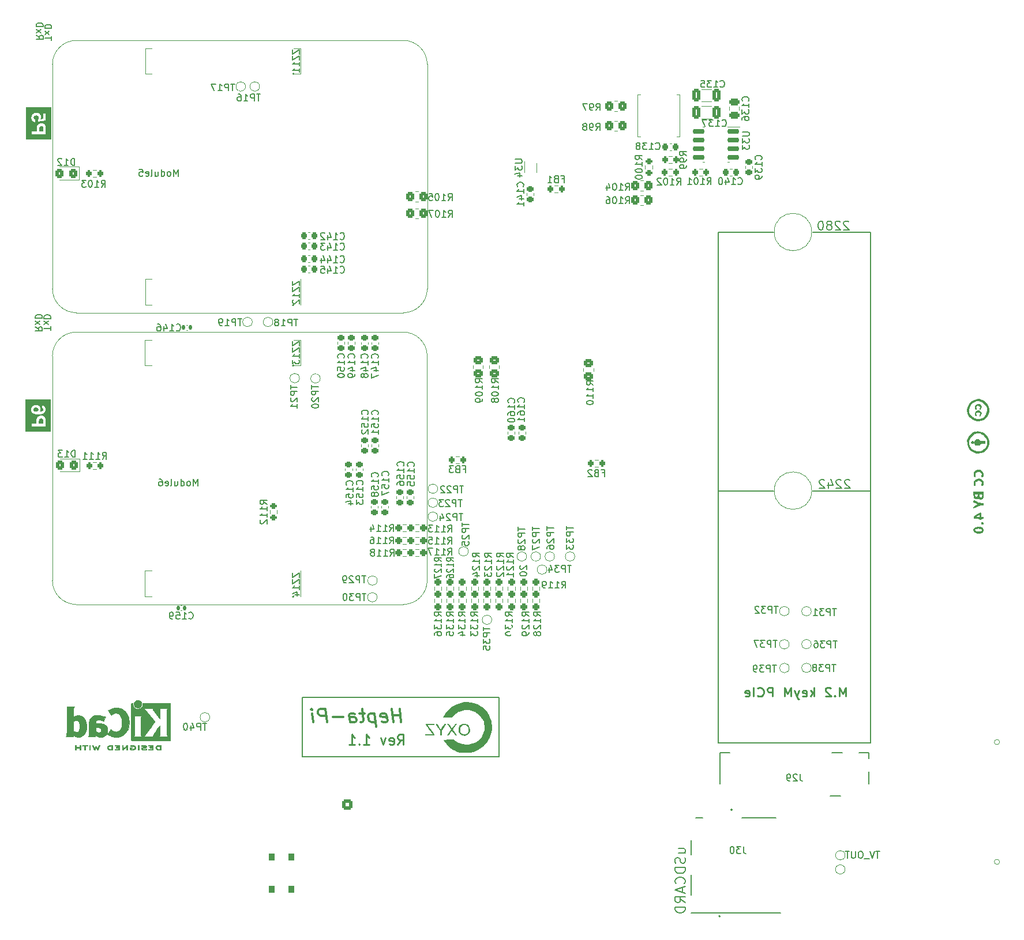
<source format=gbo>
%TF.GenerationSoftware,KiCad,Pcbnew,7.0.2-6a45011f42~172~ubuntu22.04.1*%
%TF.CreationDate,2023-04-24T13:24:37-07:00*%
%TF.ProjectId,Hepta-Pi_1.1,48657074-612d-4506-995f-312e312e6b69,2.1*%
%TF.SameCoordinates,PX37cf1c0PY1ad88f0*%
%TF.FileFunction,Legend,Bot*%
%TF.FilePolarity,Positive*%
%FSLAX46Y46*%
G04 Gerber Fmt 4.6, Leading zero omitted, Abs format (unit mm)*
G04 Created by KiCad (PCBNEW 7.0.2-6a45011f42~172~ubuntu22.04.1) date 2023-04-24 13:24:37*
%MOMM*%
%LPD*%
G01*
G04 APERTURE LIST*
G04 Aperture macros list*
%AMRoundRect*
0 Rectangle with rounded corners*
0 $1 Rounding radius*
0 $2 $3 $4 $5 $6 $7 $8 $9 X,Y pos of 4 corners*
0 Add a 4 corners polygon primitive as box body*
4,1,4,$2,$3,$4,$5,$6,$7,$8,$9,$2,$3,0*
0 Add four circle primitives for the rounded corners*
1,1,$1+$1,$2,$3*
1,1,$1+$1,$4,$5*
1,1,$1+$1,$6,$7*
1,1,$1+$1,$8,$9*
0 Add four rect primitives between the rounded corners*
20,1,$1+$1,$2,$3,$4,$5,0*
20,1,$1+$1,$4,$5,$6,$7,0*
20,1,$1+$1,$6,$7,$8,$9,0*
20,1,$1+$1,$8,$9,$2,$3,0*%
%AMFreePoly0*
4,1,41,0.242473,1.530917,0.478976,1.474138,0.703685,1.381060,0.911067,1.253976,1.096016,1.096016,1.253976,0.911067,1.381060,0.703685,1.474138,0.478976,1.530917,0.242473,1.550000,0.000000,1.530917,-0.242473,1.474138,-0.478976,1.381060,-0.703685,1.253976,-0.911067,1.096016,-1.096016,0.911067,-1.253976,0.703685,-1.381060,0.478976,-1.474138,0.242473,-1.530917,0.000000,-1.550000,
-0.242473,-1.530917,-0.478976,-1.474138,-0.703685,-1.381060,-0.911067,-1.253976,-1.096016,-1.096016,-1.253976,-0.911067,-1.381060,-0.703685,-1.474138,-0.478976,-1.530917,-0.242473,-1.550000,0.000000,-1.530917,0.242473,-1.474138,0.478976,-1.381060,0.703685,-1.253976,0.911067,-1.096016,1.096016,-0.911067,1.253976,-0.703685,1.381060,-0.478976,1.474138,-0.242473,1.530917,0.000000,1.550000,
0.242473,1.530917,0.242473,1.530917,$1*%
G04 Aperture macros list end*
%ADD10C,0.100000*%
%ADD11C,0.130000*%
%ADD12C,0.200000*%
%ADD13C,0.350000*%
%ADD14C,0.250000*%
%ADD15C,0.150000*%
%ADD16C,0.300000*%
%ADD17C,0.220000*%
%ADD18C,0.120000*%
%ADD19C,0.010000*%
%ADD20C,0.127000*%
%ADD21C,1.000000*%
%ADD22R,1.700000X1.700000*%
%ADD23O,1.700000X1.700000*%
%ADD24C,1.100000*%
%ADD25R,1.730000X2.030000*%
%ADD26O,1.730000X2.030000*%
%ADD27C,1.500000*%
%ADD28O,1.500000X3.300000*%
%ADD29O,1.500000X2.300000*%
%ADD30C,1.050000*%
%ADD31C,1.300000*%
%ADD32R,3.500000X3.500000*%
%ADD33RoundRect,0.750000X-1.000000X0.750000X-1.000000X-0.750000X1.000000X-0.750000X1.000000X0.750000X0*%
%ADD34RoundRect,0.875000X-0.875000X0.875000X-0.875000X-0.875000X0.875000X-0.875000X0.875000X0.875000X0*%
%ADD35RoundRect,0.450000X0.000000X-0.500000X0.000000X-0.500000X0.000000X0.500000X0.000000X0.500000X0*%
%ADD36R,0.600000X0.600000*%
%ADD37C,0.600000*%
%ADD38R,1.600000X1.600000*%
%ADD39C,1.600000*%
%ADD40C,2.150000*%
%ADD41C,3.450000*%
%ADD42C,3.200000*%
%ADD43RoundRect,0.250500X-0.499500X-0.499500X0.499500X-0.499500X0.499500X0.499500X-0.499500X0.499500X0*%
%ADD44C,2.500000*%
%ADD45C,3.600000*%
%ADD46C,6.400000*%
%ADD47C,2.700000*%
%ADD48FreePoly0,0.000000*%
%ADD49RoundRect,0.250000X-0.325000X-0.650000X0.325000X-0.650000X0.325000X0.650000X-0.325000X0.650000X0*%
%ADD50RoundRect,0.225000X-0.250000X0.225000X-0.250000X-0.225000X0.250000X-0.225000X0.250000X0.225000X0*%
%ADD51RoundRect,0.237500X-0.237500X0.250000X-0.237500X-0.250000X0.237500X-0.250000X0.237500X0.250000X0*%
%ADD52C,1.000000*%
%ADD53RoundRect,0.250000X-0.450000X0.350000X-0.450000X-0.350000X0.450000X-0.350000X0.450000X0.350000X0*%
%ADD54RoundRect,0.250000X-0.350000X-0.450000X0.350000X-0.450000X0.350000X0.450000X-0.350000X0.450000X0*%
%ADD55R,0.340000X0.700000*%
%ADD56RoundRect,0.250000X0.350000X0.450000X-0.350000X0.450000X-0.350000X-0.450000X0.350000X-0.450000X0*%
%ADD57RoundRect,0.250000X0.325000X0.450000X-0.325000X0.450000X-0.325000X-0.450000X0.325000X-0.450000X0*%
%ADD58RoundRect,0.237500X0.250000X0.237500X-0.250000X0.237500X-0.250000X-0.237500X0.250000X-0.237500X0*%
%ADD59RoundRect,0.225000X0.250000X-0.225000X0.250000X0.225000X-0.250000X0.225000X-0.250000X-0.225000X0*%
%ADD60RoundRect,0.140000X-0.140000X-0.170000X0.140000X-0.170000X0.140000X0.170000X-0.140000X0.170000X0*%
%ADD61RoundRect,0.200000X0.200000X0.275000X-0.200000X0.275000X-0.200000X-0.275000X0.200000X-0.275000X0*%
%ADD62RoundRect,0.250000X0.475000X-0.250000X0.475000X0.250000X-0.475000X0.250000X-0.475000X-0.250000X0*%
%ADD63R,0.700000X1.100000*%
%ADD64R,0.900000X0.930000*%
%ADD65R,1.050000X0.780000*%
%ADD66R,0.700000X3.330000*%
%ADD67R,1.140000X1.830000*%
%ADD68R,0.860000X2.800000*%
%ADD69RoundRect,0.225000X0.225000X0.250000X-0.225000X0.250000X-0.225000X-0.250000X0.225000X-0.250000X0*%
%ADD70R,0.200000X0.700000*%
%ADD71R,5.100000X2.350000*%
%ADD72R,2.710000X3.400000*%
%ADD73RoundRect,0.150000X0.737500X0.150000X-0.737500X0.150000X-0.737500X-0.150000X0.737500X-0.150000X0*%
%ADD74RoundRect,0.200000X-0.200000X-0.275000X0.200000X-0.275000X0.200000X0.275000X-0.200000X0.275000X0*%
%ADD75C,1.150000*%
%ADD76C,1.650000*%
%ADD77R,0.300000X1.550000*%
%ADD78R,1.200000X2.750000*%
%ADD79RoundRect,0.225000X-0.225000X-0.250000X0.225000X-0.250000X0.225000X0.250000X-0.225000X0.250000X0*%
%ADD80RoundRect,0.200000X-0.275000X0.200000X-0.275000X-0.200000X0.275000X-0.200000X0.275000X0.200000X0*%
G04 APERTURE END LIST*
D10*
X102742500Y-124300000D02*
X125042500Y-124300000D01*
D11*
X125042500Y-124300000D02*
X102742500Y-124300000D01*
X125042500Y-124300000D02*
X125042500Y-49250000D01*
X116570000Y-49250000D02*
X125042500Y-49250000D01*
X110820000Y-87260000D02*
X102742500Y-87250000D01*
X116590000Y-87260000D02*
X125042500Y-87250000D01*
X102742500Y-49250000D02*
X102742500Y-124300000D01*
X110810000Y-49250000D02*
X102742500Y-49250000D01*
D12*
X41657500Y-117620000D02*
X70522500Y-117620000D01*
X70522500Y-126350000D01*
X41657500Y-126350000D01*
X41657500Y-117620000D01*
D13*
G36*
X3348604Y-76640501D02*
G01*
X3376024Y-76642614D01*
X3402002Y-76646134D01*
X3426536Y-76651063D01*
X3449629Y-76657400D01*
X3471279Y-76665145D01*
X3491486Y-76674298D01*
X3510251Y-76684860D01*
X3527573Y-76696830D01*
X3543452Y-76710208D01*
X3553237Y-76719909D01*
X3566856Y-76735711D01*
X3579135Y-76753076D01*
X3590074Y-76772004D01*
X3599674Y-76792495D01*
X3607935Y-76814548D01*
X3614855Y-76838164D01*
X3620437Y-76863343D01*
X3624678Y-76890085D01*
X3627581Y-76918389D01*
X3628771Y-76938127D01*
X3629367Y-76958560D01*
X3629441Y-76969036D01*
X3629441Y-77362756D01*
X3013461Y-77362756D01*
X3013461Y-76969036D01*
X3013760Y-76948781D01*
X3014657Y-76929168D01*
X3018246Y-76891871D01*
X3024228Y-76857147D01*
X3032603Y-76824994D01*
X3043371Y-76795414D01*
X3056531Y-76768406D01*
X3072085Y-76743971D01*
X3090031Y-76722107D01*
X3110370Y-76702816D01*
X3133102Y-76686096D01*
X3158226Y-76671949D01*
X3185744Y-76660375D01*
X3215654Y-76651372D01*
X3247957Y-76644941D01*
X3282653Y-76641083D01*
X3319741Y-76639797D01*
X3348604Y-76640501D01*
G37*
G36*
X2591877Y-75029090D02*
G01*
X2611842Y-75030046D01*
X2640794Y-75032675D01*
X2668554Y-75036738D01*
X2695119Y-75042235D01*
X2720491Y-75049166D01*
X2744670Y-75057530D01*
X2767655Y-75067329D01*
X2789447Y-75078562D01*
X2810045Y-75091229D01*
X2829449Y-75105330D01*
X2835652Y-75110348D01*
X2853286Y-75126138D01*
X2869186Y-75142915D01*
X2883351Y-75160679D01*
X2895782Y-75179431D01*
X2906478Y-75199170D01*
X2915439Y-75219897D01*
X2922666Y-75241611D01*
X2928159Y-75264313D01*
X2931917Y-75288002D01*
X2933941Y-75312679D01*
X2934326Y-75329678D01*
X2933424Y-75355039D01*
X2930720Y-75379464D01*
X2926212Y-75402953D01*
X2919900Y-75425506D01*
X2911786Y-75447123D01*
X2901869Y-75467804D01*
X2890148Y-75487549D01*
X2876624Y-75506358D01*
X2861297Y-75524231D01*
X2844166Y-75541168D01*
X2831744Y-75551939D01*
X2811952Y-75567042D01*
X2791043Y-75580659D01*
X2769019Y-75592791D01*
X2745877Y-75603437D01*
X2721620Y-75612597D01*
X2696247Y-75620272D01*
X2669757Y-75626462D01*
X2642151Y-75631166D01*
X2613428Y-75634384D01*
X2593660Y-75635705D01*
X2573395Y-75636365D01*
X2563077Y-75636448D01*
X2533991Y-75635705D01*
X2505901Y-75633477D01*
X2478807Y-75629763D01*
X2452710Y-75624564D01*
X2427608Y-75617879D01*
X2403502Y-75609709D01*
X2380393Y-75600053D01*
X2358279Y-75588912D01*
X2337162Y-75576285D01*
X2317040Y-75562173D01*
X2304180Y-75551939D01*
X2286109Y-75535652D01*
X2269816Y-75518480D01*
X2255300Y-75500424D01*
X2242562Y-75481483D01*
X2231601Y-75461658D01*
X2222417Y-75440948D01*
X2215011Y-75419354D01*
X2209383Y-75396876D01*
X2205532Y-75373513D01*
X2203458Y-75349266D01*
X2203063Y-75332609D01*
X2203977Y-75308200D01*
X2206721Y-75284616D01*
X2211293Y-75261855D01*
X2217695Y-75239919D01*
X2225925Y-75218808D01*
X2235984Y-75198520D01*
X2247873Y-75179057D01*
X2261590Y-75160418D01*
X2277136Y-75142604D01*
X2294511Y-75125614D01*
X2307110Y-75114745D01*
X2327113Y-75099380D01*
X2348103Y-75085527D01*
X2370081Y-75073185D01*
X2393046Y-75062355D01*
X2416998Y-75053035D01*
X2441938Y-75045227D01*
X2467866Y-75038930D01*
X2494781Y-75034145D01*
X2522683Y-75030870D01*
X2551573Y-75029107D01*
X2571381Y-75028771D01*
X2591877Y-75029090D01*
G37*
G36*
X4791866Y-78595522D02*
G01*
X1054806Y-78595522D01*
X1054806Y-77784808D01*
X1930000Y-77784808D01*
X3981151Y-77784808D01*
X3981151Y-76878667D01*
X3980992Y-76858786D01*
X3980514Y-76839199D01*
X3978602Y-76800906D01*
X3975415Y-76763789D01*
X3970954Y-76727847D01*
X3965218Y-76693080D01*
X3958207Y-76659489D01*
X3949922Y-76627074D01*
X3940362Y-76595833D01*
X3929528Y-76565769D01*
X3917419Y-76536879D01*
X3904035Y-76509165D01*
X3889377Y-76482627D01*
X3873444Y-76457264D01*
X3856236Y-76433076D01*
X3837754Y-76410064D01*
X3817997Y-76388227D01*
X3797030Y-76367583D01*
X3774918Y-76348270D01*
X3751662Y-76330290D01*
X3727260Y-76313641D01*
X3701714Y-76298325D01*
X3675023Y-76284340D01*
X3647187Y-76271687D01*
X3618206Y-76260366D01*
X3588080Y-76250377D01*
X3556810Y-76241719D01*
X3524394Y-76234394D01*
X3490833Y-76228401D01*
X3456128Y-76223739D01*
X3420278Y-76220409D01*
X3383283Y-76218411D01*
X3345143Y-76217745D01*
X3306619Y-76218406D01*
X3269084Y-76220386D01*
X3232537Y-76223687D01*
X3196979Y-76228309D01*
X3162409Y-76234251D01*
X3128827Y-76241513D01*
X3096234Y-76250096D01*
X3064630Y-76260000D01*
X3034013Y-76271223D01*
X3004386Y-76283767D01*
X2975746Y-76297632D01*
X2948095Y-76312817D01*
X2921433Y-76329322D01*
X2895759Y-76347148D01*
X2871073Y-76366295D01*
X2847376Y-76386762D01*
X2824898Y-76408268D01*
X2803870Y-76430657D01*
X2784292Y-76453926D01*
X2766165Y-76478078D01*
X2749488Y-76503111D01*
X2734261Y-76529025D01*
X2720484Y-76555821D01*
X2708157Y-76583499D01*
X2697281Y-76612058D01*
X2687855Y-76641499D01*
X2679878Y-76671822D01*
X2673353Y-76703025D01*
X2668277Y-76735111D01*
X2664651Y-76768078D01*
X2662476Y-76801927D01*
X2661751Y-76836657D01*
X2661751Y-77362756D01*
X1930000Y-77362756D01*
X1930000Y-77784808D01*
X1054806Y-77784808D01*
X1054806Y-75321374D01*
X1865519Y-75321374D01*
X1865679Y-75332609D01*
X1865914Y-75349039D01*
X1867099Y-75376163D01*
X1869074Y-75402746D01*
X1871839Y-75428788D01*
X1875394Y-75454289D01*
X1879739Y-75479249D01*
X1884874Y-75503668D01*
X1890799Y-75527546D01*
X1897513Y-75550883D01*
X1905018Y-75573679D01*
X1910460Y-75588576D01*
X1919432Y-75610604D01*
X1929494Y-75632356D01*
X1940646Y-75653835D01*
X1952890Y-75675038D01*
X1966223Y-75695966D01*
X1980647Y-75716620D01*
X1996162Y-75736999D01*
X2012767Y-75757103D01*
X2030463Y-75776933D01*
X2049249Y-75796488D01*
X2062379Y-75809371D01*
X2083313Y-75828202D01*
X2105999Y-75846225D01*
X2122096Y-75857793D01*
X2138972Y-75869001D01*
X2156626Y-75879851D01*
X2175059Y-75890342D01*
X2194270Y-75900474D01*
X2214260Y-75910248D01*
X2235028Y-75919662D01*
X2256575Y-75928718D01*
X2278900Y-75937416D01*
X2302004Y-75945754D01*
X2325887Y-75953734D01*
X2350548Y-75961355D01*
X2375987Y-75968618D01*
X2402163Y-75975420D01*
X2429033Y-75981784D01*
X2456599Y-75987709D01*
X2484858Y-75993195D01*
X2513812Y-75998242D01*
X2543461Y-76002850D01*
X2573805Y-76007019D01*
X2604842Y-76010750D01*
X2636575Y-76014041D01*
X2669002Y-76016894D01*
X2702124Y-76019308D01*
X2735940Y-76021283D01*
X2770451Y-76022819D01*
X2805656Y-76023916D01*
X2841556Y-76024574D01*
X2878150Y-76024794D01*
X2945139Y-76024074D01*
X3010001Y-76021914D01*
X3072737Y-76018315D01*
X3133346Y-76013276D01*
X3191828Y-76006797D01*
X3248184Y-75998879D01*
X3302413Y-75989521D01*
X3354515Y-75978723D01*
X3404491Y-75966486D01*
X3452340Y-75952809D01*
X3498063Y-75937692D01*
X3541659Y-75921135D01*
X3583128Y-75903139D01*
X3622471Y-75883703D01*
X3659687Y-75862828D01*
X3694776Y-75840512D01*
X3727739Y-75816757D01*
X3758575Y-75791563D01*
X3787285Y-75764928D01*
X3813867Y-75736854D01*
X3838324Y-75707340D01*
X3860653Y-75676387D01*
X3880856Y-75643994D01*
X3898933Y-75610161D01*
X3914882Y-75574888D01*
X3928706Y-75538176D01*
X3940402Y-75500024D01*
X3949972Y-75460432D01*
X3957415Y-75419401D01*
X3962732Y-75376930D01*
X3965922Y-75333019D01*
X3966985Y-75287669D01*
X3966779Y-75267639D01*
X3966161Y-75247850D01*
X3965130Y-75228301D01*
X3963407Y-75205797D01*
X3961123Y-75183621D01*
X3958301Y-75163334D01*
X3953864Y-75140573D01*
X3948934Y-75119717D01*
X3942883Y-75097144D01*
X3937235Y-75077849D01*
X3930869Y-75057455D01*
X3927418Y-75046845D01*
X3920144Y-75025665D01*
X3912244Y-75005110D01*
X3903718Y-74985182D01*
X3894567Y-74965879D01*
X3884789Y-74947202D01*
X3874386Y-74929151D01*
X3863357Y-74911726D01*
X3851702Y-74894926D01*
X3838941Y-74878524D01*
X3824591Y-74862289D01*
X3808654Y-74846223D01*
X3791130Y-74830324D01*
X3772018Y-74814593D01*
X3751318Y-74799030D01*
X3734752Y-74787468D01*
X3717292Y-74776001D01*
X3705157Y-74768408D01*
X3686420Y-74757412D01*
X3667032Y-74747136D01*
X3646990Y-74737582D01*
X3626297Y-74728750D01*
X3604950Y-74720638D01*
X3582951Y-74713248D01*
X3560300Y-74706579D01*
X3536995Y-74700631D01*
X3513039Y-74695405D01*
X3488429Y-74690899D01*
X3471660Y-74688297D01*
X3471660Y-75053684D01*
X3494734Y-75063820D01*
X3516082Y-75074445D01*
X3535705Y-75085558D01*
X3553604Y-75097159D01*
X3569777Y-75109249D01*
X3587568Y-75125049D01*
X3602664Y-75141612D01*
X3607948Y-75148450D01*
X3619769Y-75166549D01*
X3629586Y-75186651D01*
X3637400Y-75208757D01*
X3642209Y-75227885D01*
X3645735Y-75248294D01*
X3647979Y-75269986D01*
X3648941Y-75292960D01*
X3648981Y-75298904D01*
X3648340Y-75322954D01*
X3646416Y-75346012D01*
X3643210Y-75368078D01*
X3638722Y-75389152D01*
X3632952Y-75409233D01*
X3625900Y-75428322D01*
X3617565Y-75446419D01*
X3607948Y-75463524D01*
X3594133Y-75483344D01*
X3578028Y-75501591D01*
X3563496Y-75515055D01*
X3547498Y-75527511D01*
X3530034Y-75538960D01*
X3511106Y-75549402D01*
X3490711Y-75558836D01*
X3479965Y-75563175D01*
X3458135Y-75571296D01*
X3436123Y-75578806D01*
X3413927Y-75585706D01*
X3391549Y-75591995D01*
X3368987Y-75597674D01*
X3346242Y-75602742D01*
X3323313Y-75607199D01*
X3300202Y-75611046D01*
X3276251Y-75614450D01*
X3250804Y-75617580D01*
X3230737Y-75619746D01*
X3209828Y-75621759D01*
X3188078Y-75623616D01*
X3165487Y-75625319D01*
X3142054Y-75626868D01*
X3117779Y-75628262D01*
X3092663Y-75629501D01*
X3066706Y-75630586D01*
X3084172Y-75613209D01*
X3100669Y-75595884D01*
X3116195Y-75578611D01*
X3130751Y-75561389D01*
X3144336Y-75544218D01*
X3156952Y-75527099D01*
X3168596Y-75510032D01*
X3179271Y-75493016D01*
X3188975Y-75476052D01*
X3200405Y-75453512D01*
X3202993Y-75447892D01*
X3212610Y-75424887D01*
X3220945Y-75400814D01*
X3227998Y-75375672D01*
X3232445Y-75356115D01*
X3236172Y-75335956D01*
X3239177Y-75315197D01*
X3241461Y-75293836D01*
X3243024Y-75271874D01*
X3243866Y-75249311D01*
X3244026Y-75233935D01*
X3243322Y-75202308D01*
X3241210Y-75171417D01*
X3237689Y-75141262D01*
X3232760Y-75111844D01*
X3226423Y-75083163D01*
X3218678Y-75055218D01*
X3209525Y-75028010D01*
X3198963Y-75001538D01*
X3186993Y-74975803D01*
X3173615Y-74950804D01*
X3158829Y-74926542D01*
X3142635Y-74903017D01*
X3125032Y-74880228D01*
X3106021Y-74858175D01*
X3085602Y-74836859D01*
X3063775Y-74816280D01*
X3040885Y-74796701D01*
X3017155Y-74778384D01*
X2992586Y-74761331D01*
X2967177Y-74745541D01*
X2940928Y-74731014D01*
X2913840Y-74717751D01*
X2885913Y-74705751D01*
X2857145Y-74695013D01*
X2827539Y-74685540D01*
X2797092Y-74677329D01*
X2765806Y-74670381D01*
X2733681Y-74664697D01*
X2700715Y-74660276D01*
X2666911Y-74657118D01*
X2632266Y-74655223D01*
X2596782Y-74654591D01*
X2576509Y-74654771D01*
X2556477Y-74655311D01*
X2536686Y-74656210D01*
X2517136Y-74657469D01*
X2478762Y-74661066D01*
X2441352Y-74666101D01*
X2404909Y-74672576D01*
X2369431Y-74680489D01*
X2334918Y-74689840D01*
X2301371Y-74700631D01*
X2268789Y-74712860D01*
X2237173Y-74726528D01*
X2206522Y-74741635D01*
X2176837Y-74758181D01*
X2148118Y-74776165D01*
X2120364Y-74795588D01*
X2093575Y-74816450D01*
X2067752Y-74838750D01*
X2043263Y-74862217D01*
X2020354Y-74886576D01*
X1999025Y-74911829D01*
X1979275Y-74937974D01*
X1961106Y-74965012D01*
X1944517Y-74992944D01*
X1929507Y-75021768D01*
X1916078Y-75051486D01*
X1904228Y-75082096D01*
X1893958Y-75113600D01*
X1885269Y-75145996D01*
X1878159Y-75179286D01*
X1872629Y-75213469D01*
X1868679Y-75248544D01*
X1866309Y-75284513D01*
X1865519Y-75321374D01*
X1054806Y-75321374D01*
X1054806Y-73843877D01*
X4791866Y-73843877D01*
X4791866Y-78595522D01*
G37*
G36*
X3388604Y-33700501D02*
G01*
X3416024Y-33702614D01*
X3442002Y-33706134D01*
X3466536Y-33711063D01*
X3489629Y-33717400D01*
X3511279Y-33725145D01*
X3531486Y-33734298D01*
X3550251Y-33744860D01*
X3567573Y-33756830D01*
X3583452Y-33770208D01*
X3593237Y-33779909D01*
X3606856Y-33795711D01*
X3619135Y-33813076D01*
X3630074Y-33832004D01*
X3639674Y-33852495D01*
X3647935Y-33874548D01*
X3654855Y-33898164D01*
X3660437Y-33923343D01*
X3664678Y-33950085D01*
X3667581Y-33978389D01*
X3668771Y-33998127D01*
X3669367Y-34018560D01*
X3669441Y-34029036D01*
X3669441Y-34422756D01*
X3053461Y-34422756D01*
X3053461Y-34029036D01*
X3053760Y-34008781D01*
X3054657Y-33989168D01*
X3058246Y-33951871D01*
X3064228Y-33917147D01*
X3072603Y-33884994D01*
X3083371Y-33855414D01*
X3096531Y-33828406D01*
X3112085Y-33803971D01*
X3130031Y-33782107D01*
X3150370Y-33762816D01*
X3173102Y-33746096D01*
X3198226Y-33731949D01*
X3225744Y-33720375D01*
X3255654Y-33711372D01*
X3287957Y-33704941D01*
X3322653Y-33701083D01*
X3359741Y-33699797D01*
X3388604Y-33700501D01*
G37*
G36*
X4831866Y-35655522D02*
G01*
X1094806Y-35655522D01*
X1094806Y-34844808D01*
X1970000Y-34844808D01*
X4021151Y-34844808D01*
X4021151Y-33938667D01*
X4020992Y-33918786D01*
X4020514Y-33899199D01*
X4018602Y-33860906D01*
X4015415Y-33823789D01*
X4010954Y-33787847D01*
X4005218Y-33753080D01*
X3998207Y-33719489D01*
X3989922Y-33687074D01*
X3980362Y-33655833D01*
X3969528Y-33625769D01*
X3957419Y-33596879D01*
X3944035Y-33569165D01*
X3929377Y-33542627D01*
X3913444Y-33517264D01*
X3896236Y-33493076D01*
X3877754Y-33470064D01*
X3857997Y-33448227D01*
X3837030Y-33427583D01*
X3814918Y-33408270D01*
X3791662Y-33390290D01*
X3767260Y-33373641D01*
X3741714Y-33358325D01*
X3715023Y-33344340D01*
X3687187Y-33331687D01*
X3658206Y-33320366D01*
X3628080Y-33310377D01*
X3596810Y-33301719D01*
X3564394Y-33294394D01*
X3530833Y-33288401D01*
X3496128Y-33283739D01*
X3460278Y-33280409D01*
X3423283Y-33278411D01*
X3385143Y-33277745D01*
X3346619Y-33278406D01*
X3309084Y-33280386D01*
X3272537Y-33283687D01*
X3236979Y-33288309D01*
X3202409Y-33294251D01*
X3168827Y-33301513D01*
X3136234Y-33310096D01*
X3104630Y-33320000D01*
X3074013Y-33331223D01*
X3044386Y-33343767D01*
X3015746Y-33357632D01*
X2988095Y-33372817D01*
X2961433Y-33389322D01*
X2935759Y-33407148D01*
X2911073Y-33426295D01*
X2887376Y-33446762D01*
X2864898Y-33468268D01*
X2843870Y-33490657D01*
X2824292Y-33513926D01*
X2806165Y-33538078D01*
X2789488Y-33563111D01*
X2774261Y-33589025D01*
X2760484Y-33615821D01*
X2748157Y-33643499D01*
X2737281Y-33672058D01*
X2727855Y-33701499D01*
X2719878Y-33731822D01*
X2713353Y-33763025D01*
X2708277Y-33795111D01*
X2704651Y-33828078D01*
X2702476Y-33861927D01*
X2701751Y-33896657D01*
X2701751Y-34422756D01*
X1970000Y-34422756D01*
X1970000Y-34844808D01*
X1094806Y-34844808D01*
X1094806Y-32440481D01*
X1905519Y-32440481D01*
X1906151Y-32476268D01*
X1908046Y-32511212D01*
X1911204Y-32545313D01*
X1915625Y-32578570D01*
X1921309Y-32610984D01*
X1928257Y-32642554D01*
X1936468Y-32673281D01*
X1945942Y-32703164D01*
X1956679Y-32732204D01*
X1968679Y-32760401D01*
X1981943Y-32787754D01*
X1996469Y-32814264D01*
X2012259Y-32839931D01*
X2029312Y-32864754D01*
X2047629Y-32888733D01*
X2067208Y-32911870D01*
X2087810Y-32933836D01*
X2109195Y-32954429D01*
X2131362Y-32973648D01*
X2154311Y-32991493D01*
X2178043Y-33007964D01*
X2202557Y-33023061D01*
X2227853Y-33036785D01*
X2253932Y-33049134D01*
X2280793Y-33060110D01*
X2308436Y-33069712D01*
X2336862Y-33077940D01*
X2366070Y-33084794D01*
X2396060Y-33090274D01*
X2426833Y-33094380D01*
X2458388Y-33097113D01*
X2490725Y-33098471D01*
X2490725Y-32710614D01*
X2460735Y-32707875D01*
X2432679Y-32703202D01*
X2406559Y-32696594D01*
X2382373Y-32688052D01*
X2360122Y-32677574D01*
X2339806Y-32665162D01*
X2321425Y-32650814D01*
X2304979Y-32634532D01*
X2290467Y-32616315D01*
X2277891Y-32596163D01*
X2267249Y-32574076D01*
X2258542Y-32550054D01*
X2251770Y-32524098D01*
X2246933Y-32496207D01*
X2244030Y-32466380D01*
X2243063Y-32434619D01*
X2243952Y-32407238D01*
X2246618Y-32380964D01*
X2251061Y-32355798D01*
X2257283Y-32331740D01*
X2265281Y-32308789D01*
X2275057Y-32286946D01*
X2286610Y-32266210D01*
X2299941Y-32246583D01*
X2315049Y-32228063D01*
X2331935Y-32210650D01*
X2344180Y-32199658D01*
X2363787Y-32184293D01*
X2384691Y-32170440D01*
X2406892Y-32158098D01*
X2430390Y-32147267D01*
X2455184Y-32137948D01*
X2481274Y-32130140D01*
X2508661Y-32123843D01*
X2537345Y-32119057D01*
X2557188Y-32116707D01*
X2577607Y-32115027D01*
X2598602Y-32114020D01*
X2620174Y-32113684D01*
X2642343Y-32114020D01*
X2663909Y-32115027D01*
X2684872Y-32116707D01*
X2705232Y-32119057D01*
X2724988Y-32122080D01*
X2753493Y-32127873D01*
X2780642Y-32135177D01*
X2806433Y-32143993D01*
X2830868Y-32154320D01*
X2853946Y-32166158D01*
X2875667Y-32179508D01*
X2896032Y-32194368D01*
X2902519Y-32199658D01*
X2920939Y-32216331D01*
X2937547Y-32234113D01*
X2952343Y-32253002D01*
X2965327Y-32272999D01*
X2976500Y-32294104D01*
X2985861Y-32316316D01*
X2993410Y-32339636D01*
X2999147Y-32364064D01*
X3003073Y-32389599D01*
X3005187Y-32416242D01*
X3005589Y-32434619D01*
X3004996Y-32457706D01*
X3003215Y-32479827D01*
X3000248Y-32500983D01*
X2996094Y-32521173D01*
X2990753Y-32540397D01*
X2980517Y-32567424D01*
X2967609Y-32592278D01*
X2952032Y-32614960D01*
X2933784Y-32635469D01*
X2912865Y-32653806D01*
X2889276Y-32669970D01*
X2872067Y-32679539D01*
X2853670Y-32688143D01*
X2853670Y-33042295D01*
X3964975Y-32864975D01*
X3964975Y-31798611D01*
X3613265Y-31798611D01*
X3613265Y-32623175D01*
X3196587Y-32688143D01*
X3211257Y-32667957D01*
X3224980Y-32647576D01*
X3237757Y-32627000D01*
X3249588Y-32606230D01*
X3260472Y-32585265D01*
X3270409Y-32564106D01*
X3279401Y-32542752D01*
X3287445Y-32521203D01*
X3294544Y-32499460D01*
X3300696Y-32477522D01*
X3305901Y-32455389D01*
X3310160Y-32433062D01*
X3313473Y-32410540D01*
X3315839Y-32387824D01*
X3317258Y-32364913D01*
X3317732Y-32341807D01*
X3316984Y-32307769D01*
X3314740Y-32274533D01*
X3311000Y-32242099D01*
X3305764Y-32210465D01*
X3299032Y-32179633D01*
X3290804Y-32149603D01*
X3281080Y-32120374D01*
X3269860Y-32091946D01*
X3257144Y-32064320D01*
X3242932Y-32037496D01*
X3227224Y-32011472D01*
X3210020Y-31986250D01*
X3191321Y-31961830D01*
X3171125Y-31938211D01*
X3149433Y-31915393D01*
X3126245Y-31893377D01*
X3101918Y-31872378D01*
X3076687Y-31852733D01*
X3050551Y-31834444D01*
X3023510Y-31817509D01*
X2995566Y-31801929D01*
X2966716Y-31787704D01*
X2936963Y-31774833D01*
X2906304Y-31763318D01*
X2874742Y-31753157D01*
X2842275Y-31744351D01*
X2808903Y-31736899D01*
X2774627Y-31730803D01*
X2739447Y-31726061D01*
X2703362Y-31722674D01*
X2666372Y-31720642D01*
X2628478Y-31719965D01*
X2608358Y-31720160D01*
X2588480Y-31720745D01*
X2568844Y-31721721D01*
X2530299Y-31724842D01*
X2492724Y-31729525D01*
X2456118Y-31735768D01*
X2420482Y-31743573D01*
X2385814Y-31752938D01*
X2352116Y-31763864D01*
X2319388Y-31776351D01*
X2287629Y-31790399D01*
X2256839Y-31806007D01*
X2227018Y-31823177D01*
X2198167Y-31841907D01*
X2170285Y-31862198D01*
X2143373Y-31884050D01*
X2117430Y-31907463D01*
X2104822Y-31919755D01*
X2080687Y-31945202D01*
X2058110Y-31971596D01*
X2037090Y-31998936D01*
X2017627Y-32027222D01*
X1999721Y-32056455D01*
X1983372Y-32086634D01*
X1968580Y-32117760D01*
X1955345Y-32149832D01*
X1943667Y-32182851D01*
X1933546Y-32216816D01*
X1924982Y-32251727D01*
X1917976Y-32287585D01*
X1912526Y-32324389D01*
X1908633Y-32362140D01*
X1906298Y-32400837D01*
X1905714Y-32420541D01*
X1905519Y-32440481D01*
X1094806Y-32440481D01*
X1094806Y-30909251D01*
X4831866Y-30909251D01*
X4831866Y-35655522D01*
G37*
D14*
X121430000Y-117451404D02*
X121430000Y-116151404D01*
X121430000Y-116151404D02*
X120963334Y-117079976D01*
X120963334Y-117079976D02*
X120496667Y-116151404D01*
X120496667Y-116151404D02*
X120496667Y-117451404D01*
X119830000Y-117327595D02*
X119763334Y-117389500D01*
X119763334Y-117389500D02*
X119830000Y-117451404D01*
X119830000Y-117451404D02*
X119896667Y-117389500D01*
X119896667Y-117389500D02*
X119830000Y-117327595D01*
X119830000Y-117327595D02*
X119830000Y-117451404D01*
X119230000Y-116275214D02*
X119163333Y-116213309D01*
X119163333Y-116213309D02*
X119030000Y-116151404D01*
X119030000Y-116151404D02*
X118696667Y-116151404D01*
X118696667Y-116151404D02*
X118563333Y-116213309D01*
X118563333Y-116213309D02*
X118496667Y-116275214D01*
X118496667Y-116275214D02*
X118430000Y-116399023D01*
X118430000Y-116399023D02*
X118430000Y-116522833D01*
X118430000Y-116522833D02*
X118496667Y-116708547D01*
X118496667Y-116708547D02*
X119296667Y-117451404D01*
X119296667Y-117451404D02*
X118430000Y-117451404D01*
X116763333Y-117451404D02*
X116763333Y-116151404D01*
X116630000Y-116956166D02*
X116230000Y-117451404D01*
X116230000Y-116584738D02*
X116763333Y-117079976D01*
X115096667Y-117389500D02*
X115230000Y-117451404D01*
X115230000Y-117451404D02*
X115496667Y-117451404D01*
X115496667Y-117451404D02*
X115630000Y-117389500D01*
X115630000Y-117389500D02*
X115696667Y-117265690D01*
X115696667Y-117265690D02*
X115696667Y-116770452D01*
X115696667Y-116770452D02*
X115630000Y-116646642D01*
X115630000Y-116646642D02*
X115496667Y-116584738D01*
X115496667Y-116584738D02*
X115230000Y-116584738D01*
X115230000Y-116584738D02*
X115096667Y-116646642D01*
X115096667Y-116646642D02*
X115030000Y-116770452D01*
X115030000Y-116770452D02*
X115030000Y-116894261D01*
X115030000Y-116894261D02*
X115696667Y-117018071D01*
X114563334Y-116584738D02*
X114230000Y-117451404D01*
X113896667Y-116584738D02*
X114230000Y-117451404D01*
X114230000Y-117451404D02*
X114363334Y-117760928D01*
X114363334Y-117760928D02*
X114430000Y-117822833D01*
X114430000Y-117822833D02*
X114563334Y-117884738D01*
X113363333Y-117451404D02*
X113363333Y-116151404D01*
X113363333Y-116151404D02*
X112896667Y-117079976D01*
X112896667Y-117079976D02*
X112430000Y-116151404D01*
X112430000Y-116151404D02*
X112430000Y-117451404D01*
X110696666Y-117451404D02*
X110696666Y-116151404D01*
X110696666Y-116151404D02*
X110163333Y-116151404D01*
X110163333Y-116151404D02*
X110030000Y-116213309D01*
X110030000Y-116213309D02*
X109963333Y-116275214D01*
X109963333Y-116275214D02*
X109896666Y-116399023D01*
X109896666Y-116399023D02*
X109896666Y-116584738D01*
X109896666Y-116584738D02*
X109963333Y-116708547D01*
X109963333Y-116708547D02*
X110030000Y-116770452D01*
X110030000Y-116770452D02*
X110163333Y-116832357D01*
X110163333Y-116832357D02*
X110696666Y-116832357D01*
X108496666Y-117327595D02*
X108563333Y-117389500D01*
X108563333Y-117389500D02*
X108763333Y-117451404D01*
X108763333Y-117451404D02*
X108896666Y-117451404D01*
X108896666Y-117451404D02*
X109096666Y-117389500D01*
X109096666Y-117389500D02*
X109230000Y-117265690D01*
X109230000Y-117265690D02*
X109296666Y-117141880D01*
X109296666Y-117141880D02*
X109363333Y-116894261D01*
X109363333Y-116894261D02*
X109363333Y-116708547D01*
X109363333Y-116708547D02*
X109296666Y-116460928D01*
X109296666Y-116460928D02*
X109230000Y-116337119D01*
X109230000Y-116337119D02*
X109096666Y-116213309D01*
X109096666Y-116213309D02*
X108896666Y-116151404D01*
X108896666Y-116151404D02*
X108763333Y-116151404D01*
X108763333Y-116151404D02*
X108563333Y-116213309D01*
X108563333Y-116213309D02*
X108496666Y-116275214D01*
X107896666Y-117451404D02*
X107896666Y-116151404D01*
X106696666Y-117389500D02*
X106829999Y-117451404D01*
X106829999Y-117451404D02*
X107096666Y-117451404D01*
X107096666Y-117451404D02*
X107229999Y-117389500D01*
X107229999Y-117389500D02*
X107296666Y-117265690D01*
X107296666Y-117265690D02*
X107296666Y-116770452D01*
X107296666Y-116770452D02*
X107229999Y-116646642D01*
X107229999Y-116646642D02*
X107096666Y-116584738D01*
X107096666Y-116584738D02*
X106829999Y-116584738D01*
X106829999Y-116584738D02*
X106696666Y-116646642D01*
X106696666Y-116646642D02*
X106629999Y-116770452D01*
X106629999Y-116770452D02*
X106629999Y-116894261D01*
X106629999Y-116894261D02*
X107296666Y-117018071D01*
D15*
%TO.C,J27*%
X2617380Y-20325238D02*
X3093571Y-20658571D01*
X2617380Y-20896666D02*
X3617380Y-20896666D01*
X3617380Y-20896666D02*
X3617380Y-20515714D01*
X3617380Y-20515714D02*
X3569761Y-20420476D01*
X3569761Y-20420476D02*
X3522142Y-20372857D01*
X3522142Y-20372857D02*
X3426904Y-20325238D01*
X3426904Y-20325238D02*
X3284047Y-20325238D01*
X3284047Y-20325238D02*
X3188809Y-20372857D01*
X3188809Y-20372857D02*
X3141190Y-20420476D01*
X3141190Y-20420476D02*
X3093571Y-20515714D01*
X3093571Y-20515714D02*
X3093571Y-20896666D01*
X2617380Y-19991904D02*
X3284047Y-19468095D01*
X3284047Y-19991904D02*
X2617380Y-19468095D01*
X2617380Y-19087142D02*
X3617380Y-19087142D01*
X3617380Y-19087142D02*
X3617380Y-18849047D01*
X3617380Y-18849047D02*
X3569761Y-18706190D01*
X3569761Y-18706190D02*
X3474523Y-18610952D01*
X3474523Y-18610952D02*
X3379285Y-18563333D01*
X3379285Y-18563333D02*
X3188809Y-18515714D01*
X3188809Y-18515714D02*
X3045952Y-18515714D01*
X3045952Y-18515714D02*
X2855476Y-18563333D01*
X2855476Y-18563333D02*
X2760238Y-18610952D01*
X2760238Y-18610952D02*
X2665000Y-18706190D01*
X2665000Y-18706190D02*
X2617380Y-18849047D01*
X2617380Y-18849047D02*
X2617380Y-19087142D01*
X4867380Y-21050475D02*
X4867380Y-20479047D01*
X3867380Y-20764761D02*
X4867380Y-20764761D01*
X3867380Y-20240951D02*
X4534047Y-19717142D01*
X4534047Y-20240951D02*
X3867380Y-19717142D01*
X3867380Y-19336189D02*
X4867380Y-19336189D01*
X4867380Y-19336189D02*
X4867380Y-19098094D01*
X4867380Y-19098094D02*
X4819761Y-18955237D01*
X4819761Y-18955237D02*
X4724523Y-18859999D01*
X4724523Y-18859999D02*
X4629285Y-18812380D01*
X4629285Y-18812380D02*
X4438809Y-18764761D01*
X4438809Y-18764761D02*
X4295952Y-18764761D01*
X4295952Y-18764761D02*
X4105476Y-18812380D01*
X4105476Y-18812380D02*
X4010238Y-18859999D01*
X4010238Y-18859999D02*
X3915000Y-18955237D01*
X3915000Y-18955237D02*
X3867380Y-19098094D01*
X3867380Y-19098094D02*
X3867380Y-19336189D01*
%TO.C,J28*%
X4747380Y-63670475D02*
X4747380Y-63099047D01*
X3747380Y-63384761D02*
X4747380Y-63384761D01*
X3747380Y-62860951D02*
X4414047Y-62337142D01*
X4414047Y-62860951D02*
X3747380Y-62337142D01*
X3747380Y-61956189D02*
X4747380Y-61956189D01*
X4747380Y-61956189D02*
X4747380Y-61718094D01*
X4747380Y-61718094D02*
X4699761Y-61575237D01*
X4699761Y-61575237D02*
X4604523Y-61479999D01*
X4604523Y-61479999D02*
X4509285Y-61432380D01*
X4509285Y-61432380D02*
X4318809Y-61384761D01*
X4318809Y-61384761D02*
X4175952Y-61384761D01*
X4175952Y-61384761D02*
X3985476Y-61432380D01*
X3985476Y-61432380D02*
X3890238Y-61479999D01*
X3890238Y-61479999D02*
X3795000Y-61575237D01*
X3795000Y-61575237D02*
X3747380Y-61718094D01*
X3747380Y-61718094D02*
X3747380Y-61956189D01*
X2497380Y-63155238D02*
X2973571Y-63488571D01*
X2497380Y-63726666D02*
X3497380Y-63726666D01*
X3497380Y-63726666D02*
X3497380Y-63345714D01*
X3497380Y-63345714D02*
X3449761Y-63250476D01*
X3449761Y-63250476D02*
X3402142Y-63202857D01*
X3402142Y-63202857D02*
X3306904Y-63155238D01*
X3306904Y-63155238D02*
X3164047Y-63155238D01*
X3164047Y-63155238D02*
X3068809Y-63202857D01*
X3068809Y-63202857D02*
X3021190Y-63250476D01*
X3021190Y-63250476D02*
X2973571Y-63345714D01*
X2973571Y-63345714D02*
X2973571Y-63726666D01*
X2497380Y-62821904D02*
X3164047Y-62298095D01*
X3164047Y-62821904D02*
X2497380Y-62298095D01*
X2497380Y-61917142D02*
X3497380Y-61917142D01*
X3497380Y-61917142D02*
X3497380Y-61679047D01*
X3497380Y-61679047D02*
X3449761Y-61536190D01*
X3449761Y-61536190D02*
X3354523Y-61440952D01*
X3354523Y-61440952D02*
X3259285Y-61393333D01*
X3259285Y-61393333D02*
X3068809Y-61345714D01*
X3068809Y-61345714D02*
X2925952Y-61345714D01*
X2925952Y-61345714D02*
X2735476Y-61393333D01*
X2735476Y-61393333D02*
X2640238Y-61440952D01*
X2640238Y-61440952D02*
X2545000Y-61536190D01*
X2545000Y-61536190D02*
X2497380Y-61679047D01*
X2497380Y-61679047D02*
X2497380Y-61917142D01*
D12*
%TO.C,H5*%
X121998570Y-85715214D02*
X121936666Y-85653309D01*
X121936666Y-85653309D02*
X121812856Y-85591404D01*
X121812856Y-85591404D02*
X121503332Y-85591404D01*
X121503332Y-85591404D02*
X121379523Y-85653309D01*
X121379523Y-85653309D02*
X121317618Y-85715214D01*
X121317618Y-85715214D02*
X121255713Y-85839023D01*
X121255713Y-85839023D02*
X121255713Y-85962833D01*
X121255713Y-85962833D02*
X121317618Y-86148547D01*
X121317618Y-86148547D02*
X122060475Y-86891404D01*
X122060475Y-86891404D02*
X121255713Y-86891404D01*
X120760475Y-85715214D02*
X120698571Y-85653309D01*
X120698571Y-85653309D02*
X120574761Y-85591404D01*
X120574761Y-85591404D02*
X120265237Y-85591404D01*
X120265237Y-85591404D02*
X120141428Y-85653309D01*
X120141428Y-85653309D02*
X120079523Y-85715214D01*
X120079523Y-85715214D02*
X120017618Y-85839023D01*
X120017618Y-85839023D02*
X120017618Y-85962833D01*
X120017618Y-85962833D02*
X120079523Y-86148547D01*
X120079523Y-86148547D02*
X120822380Y-86891404D01*
X120822380Y-86891404D02*
X120017618Y-86891404D01*
X118903333Y-86024738D02*
X118903333Y-86891404D01*
X119212857Y-85529500D02*
X119522380Y-86458071D01*
X119522380Y-86458071D02*
X118717619Y-86458071D01*
X118284285Y-85715214D02*
X118222381Y-85653309D01*
X118222381Y-85653309D02*
X118098571Y-85591404D01*
X118098571Y-85591404D02*
X117789047Y-85591404D01*
X117789047Y-85591404D02*
X117665238Y-85653309D01*
X117665238Y-85653309D02*
X117603333Y-85715214D01*
X117603333Y-85715214D02*
X117541428Y-85839023D01*
X117541428Y-85839023D02*
X117541428Y-85962833D01*
X117541428Y-85962833D02*
X117603333Y-86148547D01*
X117603333Y-86148547D02*
X118346190Y-86891404D01*
X118346190Y-86891404D02*
X117541428Y-86891404D01*
%TO.C,H3*%
X121848570Y-47755214D02*
X121786666Y-47693309D01*
X121786666Y-47693309D02*
X121662856Y-47631404D01*
X121662856Y-47631404D02*
X121353332Y-47631404D01*
X121353332Y-47631404D02*
X121229523Y-47693309D01*
X121229523Y-47693309D02*
X121167618Y-47755214D01*
X121167618Y-47755214D02*
X121105713Y-47879023D01*
X121105713Y-47879023D02*
X121105713Y-48002833D01*
X121105713Y-48002833D02*
X121167618Y-48188547D01*
X121167618Y-48188547D02*
X121910475Y-48931404D01*
X121910475Y-48931404D02*
X121105713Y-48931404D01*
X120610475Y-47755214D02*
X120548571Y-47693309D01*
X120548571Y-47693309D02*
X120424761Y-47631404D01*
X120424761Y-47631404D02*
X120115237Y-47631404D01*
X120115237Y-47631404D02*
X119991428Y-47693309D01*
X119991428Y-47693309D02*
X119929523Y-47755214D01*
X119929523Y-47755214D02*
X119867618Y-47879023D01*
X119867618Y-47879023D02*
X119867618Y-48002833D01*
X119867618Y-48002833D02*
X119929523Y-48188547D01*
X119929523Y-48188547D02*
X120672380Y-48931404D01*
X120672380Y-48931404D02*
X119867618Y-48931404D01*
X119124761Y-48188547D02*
X119248571Y-48126642D01*
X119248571Y-48126642D02*
X119310476Y-48064738D01*
X119310476Y-48064738D02*
X119372380Y-47940928D01*
X119372380Y-47940928D02*
X119372380Y-47879023D01*
X119372380Y-47879023D02*
X119310476Y-47755214D01*
X119310476Y-47755214D02*
X119248571Y-47693309D01*
X119248571Y-47693309D02*
X119124761Y-47631404D01*
X119124761Y-47631404D02*
X118877142Y-47631404D01*
X118877142Y-47631404D02*
X118753333Y-47693309D01*
X118753333Y-47693309D02*
X118691428Y-47755214D01*
X118691428Y-47755214D02*
X118629523Y-47879023D01*
X118629523Y-47879023D02*
X118629523Y-47940928D01*
X118629523Y-47940928D02*
X118691428Y-48064738D01*
X118691428Y-48064738D02*
X118753333Y-48126642D01*
X118753333Y-48126642D02*
X118877142Y-48188547D01*
X118877142Y-48188547D02*
X119124761Y-48188547D01*
X119124761Y-48188547D02*
X119248571Y-48250452D01*
X119248571Y-48250452D02*
X119310476Y-48312357D01*
X119310476Y-48312357D02*
X119372380Y-48436166D01*
X119372380Y-48436166D02*
X119372380Y-48683785D01*
X119372380Y-48683785D02*
X119310476Y-48807595D01*
X119310476Y-48807595D02*
X119248571Y-48869500D01*
X119248571Y-48869500D02*
X119124761Y-48931404D01*
X119124761Y-48931404D02*
X118877142Y-48931404D01*
X118877142Y-48931404D02*
X118753333Y-48869500D01*
X118753333Y-48869500D02*
X118691428Y-48807595D01*
X118691428Y-48807595D02*
X118629523Y-48683785D01*
X118629523Y-48683785D02*
X118629523Y-48436166D01*
X118629523Y-48436166D02*
X118691428Y-48312357D01*
X118691428Y-48312357D02*
X118753333Y-48250452D01*
X118753333Y-48250452D02*
X118877142Y-48188547D01*
X117824762Y-47631404D02*
X117700952Y-47631404D01*
X117700952Y-47631404D02*
X117577143Y-47693309D01*
X117577143Y-47693309D02*
X117515238Y-47755214D01*
X117515238Y-47755214D02*
X117453333Y-47879023D01*
X117453333Y-47879023D02*
X117391428Y-48126642D01*
X117391428Y-48126642D02*
X117391428Y-48436166D01*
X117391428Y-48436166D02*
X117453333Y-48683785D01*
X117453333Y-48683785D02*
X117515238Y-48807595D01*
X117515238Y-48807595D02*
X117577143Y-48869500D01*
X117577143Y-48869500D02*
X117700952Y-48931404D01*
X117700952Y-48931404D02*
X117824762Y-48931404D01*
X117824762Y-48931404D02*
X117948571Y-48869500D01*
X117948571Y-48869500D02*
X118010476Y-48807595D01*
X118010476Y-48807595D02*
X118072381Y-48683785D01*
X118072381Y-48683785D02*
X118134285Y-48436166D01*
X118134285Y-48436166D02*
X118134285Y-48126642D01*
X118134285Y-48126642D02*
X118072381Y-47879023D01*
X118072381Y-47879023D02*
X118010476Y-47755214D01*
X118010476Y-47755214D02*
X117948571Y-47693309D01*
X117948571Y-47693309D02*
X117824762Y-47631404D01*
D15*
%TO.C,C135*%
X102999047Y-27877380D02*
X103046666Y-27925000D01*
X103046666Y-27925000D02*
X103189523Y-27972619D01*
X103189523Y-27972619D02*
X103284761Y-27972619D01*
X103284761Y-27972619D02*
X103427618Y-27925000D01*
X103427618Y-27925000D02*
X103522856Y-27829761D01*
X103522856Y-27829761D02*
X103570475Y-27734523D01*
X103570475Y-27734523D02*
X103618094Y-27544047D01*
X103618094Y-27544047D02*
X103618094Y-27401190D01*
X103618094Y-27401190D02*
X103570475Y-27210714D01*
X103570475Y-27210714D02*
X103522856Y-27115476D01*
X103522856Y-27115476D02*
X103427618Y-27020238D01*
X103427618Y-27020238D02*
X103284761Y-26972619D01*
X103284761Y-26972619D02*
X103189523Y-26972619D01*
X103189523Y-26972619D02*
X103046666Y-27020238D01*
X103046666Y-27020238D02*
X102999047Y-27067857D01*
X102046666Y-27972619D02*
X102618094Y-27972619D01*
X102332380Y-27972619D02*
X102332380Y-26972619D01*
X102332380Y-26972619D02*
X102427618Y-27115476D01*
X102427618Y-27115476D02*
X102522856Y-27210714D01*
X102522856Y-27210714D02*
X102618094Y-27258333D01*
X101713332Y-26972619D02*
X101094285Y-26972619D01*
X101094285Y-26972619D02*
X101427618Y-27353571D01*
X101427618Y-27353571D02*
X101284761Y-27353571D01*
X101284761Y-27353571D02*
X101189523Y-27401190D01*
X101189523Y-27401190D02*
X101141904Y-27448809D01*
X101141904Y-27448809D02*
X101094285Y-27544047D01*
X101094285Y-27544047D02*
X101094285Y-27782142D01*
X101094285Y-27782142D02*
X101141904Y-27877380D01*
X101141904Y-27877380D02*
X101189523Y-27925000D01*
X101189523Y-27925000D02*
X101284761Y-27972619D01*
X101284761Y-27972619D02*
X101570475Y-27972619D01*
X101570475Y-27972619D02*
X101665713Y-27925000D01*
X101665713Y-27925000D02*
X101713332Y-27877380D01*
X100189523Y-26972619D02*
X100665713Y-26972619D01*
X100665713Y-26972619D02*
X100713332Y-27448809D01*
X100713332Y-27448809D02*
X100665713Y-27401190D01*
X100665713Y-27401190D02*
X100570475Y-27353571D01*
X100570475Y-27353571D02*
X100332380Y-27353571D01*
X100332380Y-27353571D02*
X100237142Y-27401190D01*
X100237142Y-27401190D02*
X100189523Y-27448809D01*
X100189523Y-27448809D02*
X100141904Y-27544047D01*
X100141904Y-27544047D02*
X100141904Y-27782142D01*
X100141904Y-27782142D02*
X100189523Y-27877380D01*
X100189523Y-27877380D02*
X100237142Y-27925000D01*
X100237142Y-27925000D02*
X100332380Y-27972619D01*
X100332380Y-27972619D02*
X100570475Y-27972619D01*
X100570475Y-27972619D02*
X100665713Y-27925000D01*
X100665713Y-27925000D02*
X100713332Y-27877380D01*
%TO.C,C155*%
X58007380Y-83640952D02*
X58055000Y-83593333D01*
X58055000Y-83593333D02*
X58102619Y-83450476D01*
X58102619Y-83450476D02*
X58102619Y-83355238D01*
X58102619Y-83355238D02*
X58055000Y-83212381D01*
X58055000Y-83212381D02*
X57959761Y-83117143D01*
X57959761Y-83117143D02*
X57864523Y-83069524D01*
X57864523Y-83069524D02*
X57674047Y-83021905D01*
X57674047Y-83021905D02*
X57531190Y-83021905D01*
X57531190Y-83021905D02*
X57340714Y-83069524D01*
X57340714Y-83069524D02*
X57245476Y-83117143D01*
X57245476Y-83117143D02*
X57150238Y-83212381D01*
X57150238Y-83212381D02*
X57102619Y-83355238D01*
X57102619Y-83355238D02*
X57102619Y-83450476D01*
X57102619Y-83450476D02*
X57150238Y-83593333D01*
X57150238Y-83593333D02*
X57197857Y-83640952D01*
X58102619Y-84593333D02*
X58102619Y-84021905D01*
X58102619Y-84307619D02*
X57102619Y-84307619D01*
X57102619Y-84307619D02*
X57245476Y-84212381D01*
X57245476Y-84212381D02*
X57340714Y-84117143D01*
X57340714Y-84117143D02*
X57388333Y-84021905D01*
X57102619Y-85498095D02*
X57102619Y-85021905D01*
X57102619Y-85021905D02*
X57578809Y-84974286D01*
X57578809Y-84974286D02*
X57531190Y-85021905D01*
X57531190Y-85021905D02*
X57483571Y-85117143D01*
X57483571Y-85117143D02*
X57483571Y-85355238D01*
X57483571Y-85355238D02*
X57531190Y-85450476D01*
X57531190Y-85450476D02*
X57578809Y-85498095D01*
X57578809Y-85498095D02*
X57674047Y-85545714D01*
X57674047Y-85545714D02*
X57912142Y-85545714D01*
X57912142Y-85545714D02*
X58007380Y-85498095D01*
X58007380Y-85498095D02*
X58055000Y-85450476D01*
X58055000Y-85450476D02*
X58102619Y-85355238D01*
X58102619Y-85355238D02*
X58102619Y-85117143D01*
X58102619Y-85117143D02*
X58055000Y-85021905D01*
X58055000Y-85021905D02*
X58007380Y-84974286D01*
X57102619Y-86450476D02*
X57102619Y-85974286D01*
X57102619Y-85974286D02*
X57578809Y-85926667D01*
X57578809Y-85926667D02*
X57531190Y-85974286D01*
X57531190Y-85974286D02*
X57483571Y-86069524D01*
X57483571Y-86069524D02*
X57483571Y-86307619D01*
X57483571Y-86307619D02*
X57531190Y-86402857D01*
X57531190Y-86402857D02*
X57578809Y-86450476D01*
X57578809Y-86450476D02*
X57674047Y-86498095D01*
X57674047Y-86498095D02*
X57912142Y-86498095D01*
X57912142Y-86498095D02*
X58007380Y-86450476D01*
X58007380Y-86450476D02*
X58055000Y-86402857D01*
X58055000Y-86402857D02*
X58102619Y-86307619D01*
X58102619Y-86307619D02*
X58102619Y-86069524D01*
X58102619Y-86069524D02*
X58055000Y-85974286D01*
X58055000Y-85974286D02*
X58007380Y-85926667D01*
%TO.C,R127*%
X62092619Y-97598809D02*
X61616428Y-97315475D01*
X62092619Y-97113094D02*
X61092619Y-97113094D01*
X61092619Y-97113094D02*
X61092619Y-97436904D01*
X61092619Y-97436904D02*
X61140238Y-97517856D01*
X61140238Y-97517856D02*
X61187857Y-97558333D01*
X61187857Y-97558333D02*
X61283095Y-97598809D01*
X61283095Y-97598809D02*
X61425952Y-97598809D01*
X61425952Y-97598809D02*
X61521190Y-97558333D01*
X61521190Y-97558333D02*
X61568809Y-97517856D01*
X61568809Y-97517856D02*
X61616428Y-97436904D01*
X61616428Y-97436904D02*
X61616428Y-97113094D01*
X62092619Y-98408333D02*
X62092619Y-97922618D01*
X62092619Y-98165475D02*
X61092619Y-98165475D01*
X61092619Y-98165475D02*
X61235476Y-98084523D01*
X61235476Y-98084523D02*
X61330714Y-98003571D01*
X61330714Y-98003571D02*
X61378333Y-97922618D01*
X61187857Y-98732142D02*
X61140238Y-98772618D01*
X61140238Y-98772618D02*
X61092619Y-98853571D01*
X61092619Y-98853571D02*
X61092619Y-99055952D01*
X61092619Y-99055952D02*
X61140238Y-99136904D01*
X61140238Y-99136904D02*
X61187857Y-99177380D01*
X61187857Y-99177380D02*
X61283095Y-99217857D01*
X61283095Y-99217857D02*
X61378333Y-99217857D01*
X61378333Y-99217857D02*
X61521190Y-99177380D01*
X61521190Y-99177380D02*
X62092619Y-98691666D01*
X62092619Y-98691666D02*
X62092619Y-99217857D01*
X61092619Y-99501190D02*
X61092619Y-100067857D01*
X61092619Y-100067857D02*
X62092619Y-99703571D01*
%TO.C,TP35*%
X68212619Y-107241905D02*
X68212619Y-107813333D01*
X69212619Y-107527619D02*
X68212619Y-107527619D01*
X69212619Y-108146667D02*
X68212619Y-108146667D01*
X68212619Y-108146667D02*
X68212619Y-108527619D01*
X68212619Y-108527619D02*
X68260238Y-108622857D01*
X68260238Y-108622857D02*
X68307857Y-108670476D01*
X68307857Y-108670476D02*
X68403095Y-108718095D01*
X68403095Y-108718095D02*
X68545952Y-108718095D01*
X68545952Y-108718095D02*
X68641190Y-108670476D01*
X68641190Y-108670476D02*
X68688809Y-108622857D01*
X68688809Y-108622857D02*
X68736428Y-108527619D01*
X68736428Y-108527619D02*
X68736428Y-108146667D01*
X68212619Y-109051429D02*
X68212619Y-109670476D01*
X68212619Y-109670476D02*
X68593571Y-109337143D01*
X68593571Y-109337143D02*
X68593571Y-109480000D01*
X68593571Y-109480000D02*
X68641190Y-109575238D01*
X68641190Y-109575238D02*
X68688809Y-109622857D01*
X68688809Y-109622857D02*
X68784047Y-109670476D01*
X68784047Y-109670476D02*
X69022142Y-109670476D01*
X69022142Y-109670476D02*
X69117380Y-109622857D01*
X69117380Y-109622857D02*
X69165000Y-109575238D01*
X69165000Y-109575238D02*
X69212619Y-109480000D01*
X69212619Y-109480000D02*
X69212619Y-109194286D01*
X69212619Y-109194286D02*
X69165000Y-109099048D01*
X69165000Y-109099048D02*
X69117380Y-109051429D01*
X68212619Y-110575238D02*
X68212619Y-110099048D01*
X68212619Y-110099048D02*
X68688809Y-110051429D01*
X68688809Y-110051429D02*
X68641190Y-110099048D01*
X68641190Y-110099048D02*
X68593571Y-110194286D01*
X68593571Y-110194286D02*
X68593571Y-110432381D01*
X68593571Y-110432381D02*
X68641190Y-110527619D01*
X68641190Y-110527619D02*
X68688809Y-110575238D01*
X68688809Y-110575238D02*
X68784047Y-110622857D01*
X68784047Y-110622857D02*
X69022142Y-110622857D01*
X69022142Y-110622857D02*
X69117380Y-110575238D01*
X69117380Y-110575238D02*
X69165000Y-110527619D01*
X69165000Y-110527619D02*
X69212619Y-110432381D01*
X69212619Y-110432381D02*
X69212619Y-110194286D01*
X69212619Y-110194286D02*
X69165000Y-110099048D01*
X69165000Y-110099048D02*
X69117380Y-110051429D01*
%TO.C,R108*%
X70432619Y-71390952D02*
X69956428Y-71057619D01*
X70432619Y-70819524D02*
X69432619Y-70819524D01*
X69432619Y-70819524D02*
X69432619Y-71200476D01*
X69432619Y-71200476D02*
X69480238Y-71295714D01*
X69480238Y-71295714D02*
X69527857Y-71343333D01*
X69527857Y-71343333D02*
X69623095Y-71390952D01*
X69623095Y-71390952D02*
X69765952Y-71390952D01*
X69765952Y-71390952D02*
X69861190Y-71343333D01*
X69861190Y-71343333D02*
X69908809Y-71295714D01*
X69908809Y-71295714D02*
X69956428Y-71200476D01*
X69956428Y-71200476D02*
X69956428Y-70819524D01*
X70432619Y-72343333D02*
X70432619Y-71771905D01*
X70432619Y-72057619D02*
X69432619Y-72057619D01*
X69432619Y-72057619D02*
X69575476Y-71962381D01*
X69575476Y-71962381D02*
X69670714Y-71867143D01*
X69670714Y-71867143D02*
X69718333Y-71771905D01*
X69432619Y-72962381D02*
X69432619Y-73057619D01*
X69432619Y-73057619D02*
X69480238Y-73152857D01*
X69480238Y-73152857D02*
X69527857Y-73200476D01*
X69527857Y-73200476D02*
X69623095Y-73248095D01*
X69623095Y-73248095D02*
X69813571Y-73295714D01*
X69813571Y-73295714D02*
X70051666Y-73295714D01*
X70051666Y-73295714D02*
X70242142Y-73248095D01*
X70242142Y-73248095D02*
X70337380Y-73200476D01*
X70337380Y-73200476D02*
X70385000Y-73152857D01*
X70385000Y-73152857D02*
X70432619Y-73057619D01*
X70432619Y-73057619D02*
X70432619Y-72962381D01*
X70432619Y-72962381D02*
X70385000Y-72867143D01*
X70385000Y-72867143D02*
X70337380Y-72819524D01*
X70337380Y-72819524D02*
X70242142Y-72771905D01*
X70242142Y-72771905D02*
X70051666Y-72724286D01*
X70051666Y-72724286D02*
X69813571Y-72724286D01*
X69813571Y-72724286D02*
X69623095Y-72771905D01*
X69623095Y-72771905D02*
X69527857Y-72819524D01*
X69527857Y-72819524D02*
X69480238Y-72867143D01*
X69480238Y-72867143D02*
X69432619Y-72962381D01*
X69861190Y-73867143D02*
X69813571Y-73771905D01*
X69813571Y-73771905D02*
X69765952Y-73724286D01*
X69765952Y-73724286D02*
X69670714Y-73676667D01*
X69670714Y-73676667D02*
X69623095Y-73676667D01*
X69623095Y-73676667D02*
X69527857Y-73724286D01*
X69527857Y-73724286D02*
X69480238Y-73771905D01*
X69480238Y-73771905D02*
X69432619Y-73867143D01*
X69432619Y-73867143D02*
X69432619Y-74057619D01*
X69432619Y-74057619D02*
X69480238Y-74152857D01*
X69480238Y-74152857D02*
X69527857Y-74200476D01*
X69527857Y-74200476D02*
X69623095Y-74248095D01*
X69623095Y-74248095D02*
X69670714Y-74248095D01*
X69670714Y-74248095D02*
X69765952Y-74200476D01*
X69765952Y-74200476D02*
X69813571Y-74152857D01*
X69813571Y-74152857D02*
X69861190Y-74057619D01*
X69861190Y-74057619D02*
X69861190Y-73867143D01*
X69861190Y-73867143D02*
X69908809Y-73771905D01*
X69908809Y-73771905D02*
X69956428Y-73724286D01*
X69956428Y-73724286D02*
X70051666Y-73676667D01*
X70051666Y-73676667D02*
X70242142Y-73676667D01*
X70242142Y-73676667D02*
X70337380Y-73724286D01*
X70337380Y-73724286D02*
X70385000Y-73771905D01*
X70385000Y-73771905D02*
X70432619Y-73867143D01*
X70432619Y-73867143D02*
X70432619Y-74057619D01*
X70432619Y-74057619D02*
X70385000Y-74152857D01*
X70385000Y-74152857D02*
X70337380Y-74200476D01*
X70337380Y-74200476D02*
X70242142Y-74248095D01*
X70242142Y-74248095D02*
X70051666Y-74248095D01*
X70051666Y-74248095D02*
X69956428Y-74200476D01*
X69956428Y-74200476D02*
X69908809Y-74152857D01*
X69908809Y-74152857D02*
X69861190Y-74057619D01*
%TO.C,R106*%
X89109047Y-45062619D02*
X89442380Y-44586428D01*
X89680475Y-45062619D02*
X89680475Y-44062619D01*
X89680475Y-44062619D02*
X89299523Y-44062619D01*
X89299523Y-44062619D02*
X89204285Y-44110238D01*
X89204285Y-44110238D02*
X89156666Y-44157857D01*
X89156666Y-44157857D02*
X89109047Y-44253095D01*
X89109047Y-44253095D02*
X89109047Y-44395952D01*
X89109047Y-44395952D02*
X89156666Y-44491190D01*
X89156666Y-44491190D02*
X89204285Y-44538809D01*
X89204285Y-44538809D02*
X89299523Y-44586428D01*
X89299523Y-44586428D02*
X89680475Y-44586428D01*
X88156666Y-45062619D02*
X88728094Y-45062619D01*
X88442380Y-45062619D02*
X88442380Y-44062619D01*
X88442380Y-44062619D02*
X88537618Y-44205476D01*
X88537618Y-44205476D02*
X88632856Y-44300714D01*
X88632856Y-44300714D02*
X88728094Y-44348333D01*
X87537618Y-44062619D02*
X87442380Y-44062619D01*
X87442380Y-44062619D02*
X87347142Y-44110238D01*
X87347142Y-44110238D02*
X87299523Y-44157857D01*
X87299523Y-44157857D02*
X87251904Y-44253095D01*
X87251904Y-44253095D02*
X87204285Y-44443571D01*
X87204285Y-44443571D02*
X87204285Y-44681666D01*
X87204285Y-44681666D02*
X87251904Y-44872142D01*
X87251904Y-44872142D02*
X87299523Y-44967380D01*
X87299523Y-44967380D02*
X87347142Y-45015000D01*
X87347142Y-45015000D02*
X87442380Y-45062619D01*
X87442380Y-45062619D02*
X87537618Y-45062619D01*
X87537618Y-45062619D02*
X87632856Y-45015000D01*
X87632856Y-45015000D02*
X87680475Y-44967380D01*
X87680475Y-44967380D02*
X87728094Y-44872142D01*
X87728094Y-44872142D02*
X87775713Y-44681666D01*
X87775713Y-44681666D02*
X87775713Y-44443571D01*
X87775713Y-44443571D02*
X87728094Y-44253095D01*
X87728094Y-44253095D02*
X87680475Y-44157857D01*
X87680475Y-44157857D02*
X87632856Y-44110238D01*
X87632856Y-44110238D02*
X87537618Y-44062619D01*
X86347142Y-44062619D02*
X86537618Y-44062619D01*
X86537618Y-44062619D02*
X86632856Y-44110238D01*
X86632856Y-44110238D02*
X86680475Y-44157857D01*
X86680475Y-44157857D02*
X86775713Y-44300714D01*
X86775713Y-44300714D02*
X86823332Y-44491190D01*
X86823332Y-44491190D02*
X86823332Y-44872142D01*
X86823332Y-44872142D02*
X86775713Y-44967380D01*
X86775713Y-44967380D02*
X86728094Y-45015000D01*
X86728094Y-45015000D02*
X86632856Y-45062619D01*
X86632856Y-45062619D02*
X86442380Y-45062619D01*
X86442380Y-45062619D02*
X86347142Y-45015000D01*
X86347142Y-45015000D02*
X86299523Y-44967380D01*
X86299523Y-44967380D02*
X86251904Y-44872142D01*
X86251904Y-44872142D02*
X86251904Y-44634047D01*
X86251904Y-44634047D02*
X86299523Y-44538809D01*
X86299523Y-44538809D02*
X86347142Y-44491190D01*
X86347142Y-44491190D02*
X86442380Y-44443571D01*
X86442380Y-44443571D02*
X86632856Y-44443571D01*
X86632856Y-44443571D02*
X86728094Y-44491190D01*
X86728094Y-44491190D02*
X86775713Y-44538809D01*
X86775713Y-44538809D02*
X86823332Y-44634047D01*
%TO.C,U34*%
X72907619Y-38561905D02*
X73717142Y-38561905D01*
X73717142Y-38561905D02*
X73812380Y-38609524D01*
X73812380Y-38609524D02*
X73860000Y-38657143D01*
X73860000Y-38657143D02*
X73907619Y-38752381D01*
X73907619Y-38752381D02*
X73907619Y-38942857D01*
X73907619Y-38942857D02*
X73860000Y-39038095D01*
X73860000Y-39038095D02*
X73812380Y-39085714D01*
X73812380Y-39085714D02*
X73717142Y-39133333D01*
X73717142Y-39133333D02*
X72907619Y-39133333D01*
X72907619Y-39514286D02*
X72907619Y-40133333D01*
X72907619Y-40133333D02*
X73288571Y-39800000D01*
X73288571Y-39800000D02*
X73288571Y-39942857D01*
X73288571Y-39942857D02*
X73336190Y-40038095D01*
X73336190Y-40038095D02*
X73383809Y-40085714D01*
X73383809Y-40085714D02*
X73479047Y-40133333D01*
X73479047Y-40133333D02*
X73717142Y-40133333D01*
X73717142Y-40133333D02*
X73812380Y-40085714D01*
X73812380Y-40085714D02*
X73860000Y-40038095D01*
X73860000Y-40038095D02*
X73907619Y-39942857D01*
X73907619Y-39942857D02*
X73907619Y-39657143D01*
X73907619Y-39657143D02*
X73860000Y-39561905D01*
X73860000Y-39561905D02*
X73812380Y-39514286D01*
X73240952Y-40990476D02*
X73907619Y-40990476D01*
X72860000Y-40752381D02*
X73574285Y-40514286D01*
X73574285Y-40514286D02*
X73574285Y-41133333D01*
%TO.C,R104*%
X89109047Y-43092619D02*
X89442380Y-42616428D01*
X89680475Y-43092619D02*
X89680475Y-42092619D01*
X89680475Y-42092619D02*
X89299523Y-42092619D01*
X89299523Y-42092619D02*
X89204285Y-42140238D01*
X89204285Y-42140238D02*
X89156666Y-42187857D01*
X89156666Y-42187857D02*
X89109047Y-42283095D01*
X89109047Y-42283095D02*
X89109047Y-42425952D01*
X89109047Y-42425952D02*
X89156666Y-42521190D01*
X89156666Y-42521190D02*
X89204285Y-42568809D01*
X89204285Y-42568809D02*
X89299523Y-42616428D01*
X89299523Y-42616428D02*
X89680475Y-42616428D01*
X88156666Y-43092619D02*
X88728094Y-43092619D01*
X88442380Y-43092619D02*
X88442380Y-42092619D01*
X88442380Y-42092619D02*
X88537618Y-42235476D01*
X88537618Y-42235476D02*
X88632856Y-42330714D01*
X88632856Y-42330714D02*
X88728094Y-42378333D01*
X87537618Y-42092619D02*
X87442380Y-42092619D01*
X87442380Y-42092619D02*
X87347142Y-42140238D01*
X87347142Y-42140238D02*
X87299523Y-42187857D01*
X87299523Y-42187857D02*
X87251904Y-42283095D01*
X87251904Y-42283095D02*
X87204285Y-42473571D01*
X87204285Y-42473571D02*
X87204285Y-42711666D01*
X87204285Y-42711666D02*
X87251904Y-42902142D01*
X87251904Y-42902142D02*
X87299523Y-42997380D01*
X87299523Y-42997380D02*
X87347142Y-43045000D01*
X87347142Y-43045000D02*
X87442380Y-43092619D01*
X87442380Y-43092619D02*
X87537618Y-43092619D01*
X87537618Y-43092619D02*
X87632856Y-43045000D01*
X87632856Y-43045000D02*
X87680475Y-42997380D01*
X87680475Y-42997380D02*
X87728094Y-42902142D01*
X87728094Y-42902142D02*
X87775713Y-42711666D01*
X87775713Y-42711666D02*
X87775713Y-42473571D01*
X87775713Y-42473571D02*
X87728094Y-42283095D01*
X87728094Y-42283095D02*
X87680475Y-42187857D01*
X87680475Y-42187857D02*
X87632856Y-42140238D01*
X87632856Y-42140238D02*
X87537618Y-42092619D01*
X86347142Y-42425952D02*
X86347142Y-43092619D01*
X86585237Y-42045000D02*
X86823332Y-42759285D01*
X86823332Y-42759285D02*
X86204285Y-42759285D01*
%TO.C,R97*%
X84762857Y-31362619D02*
X85096190Y-30886428D01*
X85334285Y-31362619D02*
X85334285Y-30362619D01*
X85334285Y-30362619D02*
X84953333Y-30362619D01*
X84953333Y-30362619D02*
X84858095Y-30410238D01*
X84858095Y-30410238D02*
X84810476Y-30457857D01*
X84810476Y-30457857D02*
X84762857Y-30553095D01*
X84762857Y-30553095D02*
X84762857Y-30695952D01*
X84762857Y-30695952D02*
X84810476Y-30791190D01*
X84810476Y-30791190D02*
X84858095Y-30838809D01*
X84858095Y-30838809D02*
X84953333Y-30886428D01*
X84953333Y-30886428D02*
X85334285Y-30886428D01*
X84286666Y-31362619D02*
X84096190Y-31362619D01*
X84096190Y-31362619D02*
X84000952Y-31315000D01*
X84000952Y-31315000D02*
X83953333Y-31267380D01*
X83953333Y-31267380D02*
X83858095Y-31124523D01*
X83858095Y-31124523D02*
X83810476Y-30934047D01*
X83810476Y-30934047D02*
X83810476Y-30553095D01*
X83810476Y-30553095D02*
X83858095Y-30457857D01*
X83858095Y-30457857D02*
X83905714Y-30410238D01*
X83905714Y-30410238D02*
X84000952Y-30362619D01*
X84000952Y-30362619D02*
X84191428Y-30362619D01*
X84191428Y-30362619D02*
X84286666Y-30410238D01*
X84286666Y-30410238D02*
X84334285Y-30457857D01*
X84334285Y-30457857D02*
X84381904Y-30553095D01*
X84381904Y-30553095D02*
X84381904Y-30791190D01*
X84381904Y-30791190D02*
X84334285Y-30886428D01*
X84334285Y-30886428D02*
X84286666Y-30934047D01*
X84286666Y-30934047D02*
X84191428Y-30981666D01*
X84191428Y-30981666D02*
X84000952Y-30981666D01*
X84000952Y-30981666D02*
X83905714Y-30934047D01*
X83905714Y-30934047D02*
X83858095Y-30886428D01*
X83858095Y-30886428D02*
X83810476Y-30791190D01*
X83477142Y-30362619D02*
X82810476Y-30362619D01*
X82810476Y-30362619D02*
X83239047Y-31362619D01*
%TO.C,R107*%
X63109047Y-47042619D02*
X63442380Y-46566428D01*
X63680475Y-47042619D02*
X63680475Y-46042619D01*
X63680475Y-46042619D02*
X63299523Y-46042619D01*
X63299523Y-46042619D02*
X63204285Y-46090238D01*
X63204285Y-46090238D02*
X63156666Y-46137857D01*
X63156666Y-46137857D02*
X63109047Y-46233095D01*
X63109047Y-46233095D02*
X63109047Y-46375952D01*
X63109047Y-46375952D02*
X63156666Y-46471190D01*
X63156666Y-46471190D02*
X63204285Y-46518809D01*
X63204285Y-46518809D02*
X63299523Y-46566428D01*
X63299523Y-46566428D02*
X63680475Y-46566428D01*
X62156666Y-47042619D02*
X62728094Y-47042619D01*
X62442380Y-47042619D02*
X62442380Y-46042619D01*
X62442380Y-46042619D02*
X62537618Y-46185476D01*
X62537618Y-46185476D02*
X62632856Y-46280714D01*
X62632856Y-46280714D02*
X62728094Y-46328333D01*
X61537618Y-46042619D02*
X61442380Y-46042619D01*
X61442380Y-46042619D02*
X61347142Y-46090238D01*
X61347142Y-46090238D02*
X61299523Y-46137857D01*
X61299523Y-46137857D02*
X61251904Y-46233095D01*
X61251904Y-46233095D02*
X61204285Y-46423571D01*
X61204285Y-46423571D02*
X61204285Y-46661666D01*
X61204285Y-46661666D02*
X61251904Y-46852142D01*
X61251904Y-46852142D02*
X61299523Y-46947380D01*
X61299523Y-46947380D02*
X61347142Y-46995000D01*
X61347142Y-46995000D02*
X61442380Y-47042619D01*
X61442380Y-47042619D02*
X61537618Y-47042619D01*
X61537618Y-47042619D02*
X61632856Y-46995000D01*
X61632856Y-46995000D02*
X61680475Y-46947380D01*
X61680475Y-46947380D02*
X61728094Y-46852142D01*
X61728094Y-46852142D02*
X61775713Y-46661666D01*
X61775713Y-46661666D02*
X61775713Y-46423571D01*
X61775713Y-46423571D02*
X61728094Y-46233095D01*
X61728094Y-46233095D02*
X61680475Y-46137857D01*
X61680475Y-46137857D02*
X61632856Y-46090238D01*
X61632856Y-46090238D02*
X61537618Y-46042619D01*
X60870951Y-46042619D02*
X60204285Y-46042619D01*
X60204285Y-46042619D02*
X60632856Y-47042619D01*
%TO.C,R98*%
X84752857Y-34282619D02*
X85086190Y-33806428D01*
X85324285Y-34282619D02*
X85324285Y-33282619D01*
X85324285Y-33282619D02*
X84943333Y-33282619D01*
X84943333Y-33282619D02*
X84848095Y-33330238D01*
X84848095Y-33330238D02*
X84800476Y-33377857D01*
X84800476Y-33377857D02*
X84752857Y-33473095D01*
X84752857Y-33473095D02*
X84752857Y-33615952D01*
X84752857Y-33615952D02*
X84800476Y-33711190D01*
X84800476Y-33711190D02*
X84848095Y-33758809D01*
X84848095Y-33758809D02*
X84943333Y-33806428D01*
X84943333Y-33806428D02*
X85324285Y-33806428D01*
X84276666Y-34282619D02*
X84086190Y-34282619D01*
X84086190Y-34282619D02*
X83990952Y-34235000D01*
X83990952Y-34235000D02*
X83943333Y-34187380D01*
X83943333Y-34187380D02*
X83848095Y-34044523D01*
X83848095Y-34044523D02*
X83800476Y-33854047D01*
X83800476Y-33854047D02*
X83800476Y-33473095D01*
X83800476Y-33473095D02*
X83848095Y-33377857D01*
X83848095Y-33377857D02*
X83895714Y-33330238D01*
X83895714Y-33330238D02*
X83990952Y-33282619D01*
X83990952Y-33282619D02*
X84181428Y-33282619D01*
X84181428Y-33282619D02*
X84276666Y-33330238D01*
X84276666Y-33330238D02*
X84324285Y-33377857D01*
X84324285Y-33377857D02*
X84371904Y-33473095D01*
X84371904Y-33473095D02*
X84371904Y-33711190D01*
X84371904Y-33711190D02*
X84324285Y-33806428D01*
X84324285Y-33806428D02*
X84276666Y-33854047D01*
X84276666Y-33854047D02*
X84181428Y-33901666D01*
X84181428Y-33901666D02*
X83990952Y-33901666D01*
X83990952Y-33901666D02*
X83895714Y-33854047D01*
X83895714Y-33854047D02*
X83848095Y-33806428D01*
X83848095Y-33806428D02*
X83800476Y-33711190D01*
X83229047Y-33711190D02*
X83324285Y-33663571D01*
X83324285Y-33663571D02*
X83371904Y-33615952D01*
X83371904Y-33615952D02*
X83419523Y-33520714D01*
X83419523Y-33520714D02*
X83419523Y-33473095D01*
X83419523Y-33473095D02*
X83371904Y-33377857D01*
X83371904Y-33377857D02*
X83324285Y-33330238D01*
X83324285Y-33330238D02*
X83229047Y-33282619D01*
X83229047Y-33282619D02*
X83038571Y-33282619D01*
X83038571Y-33282619D02*
X82943333Y-33330238D01*
X82943333Y-33330238D02*
X82895714Y-33377857D01*
X82895714Y-33377857D02*
X82848095Y-33473095D01*
X82848095Y-33473095D02*
X82848095Y-33520714D01*
X82848095Y-33520714D02*
X82895714Y-33615952D01*
X82895714Y-33615952D02*
X82943333Y-33663571D01*
X82943333Y-33663571D02*
X83038571Y-33711190D01*
X83038571Y-33711190D02*
X83229047Y-33711190D01*
X83229047Y-33711190D02*
X83324285Y-33758809D01*
X83324285Y-33758809D02*
X83371904Y-33806428D01*
X83371904Y-33806428D02*
X83419523Y-33901666D01*
X83419523Y-33901666D02*
X83419523Y-34092142D01*
X83419523Y-34092142D02*
X83371904Y-34187380D01*
X83371904Y-34187380D02*
X83324285Y-34235000D01*
X83324285Y-34235000D02*
X83229047Y-34282619D01*
X83229047Y-34282619D02*
X83038571Y-34282619D01*
X83038571Y-34282619D02*
X82943333Y-34235000D01*
X82943333Y-34235000D02*
X82895714Y-34187380D01*
X82895714Y-34187380D02*
X82848095Y-34092142D01*
X82848095Y-34092142D02*
X82848095Y-33901666D01*
X82848095Y-33901666D02*
X82895714Y-33806428D01*
X82895714Y-33806428D02*
X82943333Y-33758809D01*
X82943333Y-33758809D02*
X83038571Y-33711190D01*
%TO.C,D13*%
X8321784Y-82302619D02*
X8321784Y-81302619D01*
X8321784Y-81302619D02*
X8083689Y-81302619D01*
X8083689Y-81302619D02*
X7940832Y-81350238D01*
X7940832Y-81350238D02*
X7845594Y-81445476D01*
X7845594Y-81445476D02*
X7797975Y-81540714D01*
X7797975Y-81540714D02*
X7750356Y-81731190D01*
X7750356Y-81731190D02*
X7750356Y-81874047D01*
X7750356Y-81874047D02*
X7797975Y-82064523D01*
X7797975Y-82064523D02*
X7845594Y-82159761D01*
X7845594Y-82159761D02*
X7940832Y-82255000D01*
X7940832Y-82255000D02*
X8083689Y-82302619D01*
X8083689Y-82302619D02*
X8321784Y-82302619D01*
X6797975Y-82302619D02*
X7369403Y-82302619D01*
X7083689Y-82302619D02*
X7083689Y-81302619D01*
X7083689Y-81302619D02*
X7178927Y-81445476D01*
X7178927Y-81445476D02*
X7274165Y-81540714D01*
X7274165Y-81540714D02*
X7369403Y-81588333D01*
X6464641Y-81302619D02*
X5845594Y-81302619D01*
X5845594Y-81302619D02*
X6178927Y-81683571D01*
X6178927Y-81683571D02*
X6036070Y-81683571D01*
X6036070Y-81683571D02*
X5940832Y-81731190D01*
X5940832Y-81731190D02*
X5893213Y-81778809D01*
X5893213Y-81778809D02*
X5845594Y-81874047D01*
X5845594Y-81874047D02*
X5845594Y-82112142D01*
X5845594Y-82112142D02*
X5893213Y-82207380D01*
X5893213Y-82207380D02*
X5940832Y-82255000D01*
X5940832Y-82255000D02*
X6036070Y-82302619D01*
X6036070Y-82302619D02*
X6321784Y-82302619D01*
X6321784Y-82302619D02*
X6417022Y-82255000D01*
X6417022Y-82255000D02*
X6464641Y-82207380D01*
%TO.C,R116*%
X54489047Y-95022619D02*
X54822380Y-94546428D01*
X55060475Y-95022619D02*
X55060475Y-94022619D01*
X55060475Y-94022619D02*
X54679523Y-94022619D01*
X54679523Y-94022619D02*
X54584285Y-94070238D01*
X54584285Y-94070238D02*
X54536666Y-94117857D01*
X54536666Y-94117857D02*
X54489047Y-94213095D01*
X54489047Y-94213095D02*
X54489047Y-94355952D01*
X54489047Y-94355952D02*
X54536666Y-94451190D01*
X54536666Y-94451190D02*
X54584285Y-94498809D01*
X54584285Y-94498809D02*
X54679523Y-94546428D01*
X54679523Y-94546428D02*
X55060475Y-94546428D01*
X53536666Y-95022619D02*
X54108094Y-95022619D01*
X53822380Y-95022619D02*
X53822380Y-94022619D01*
X53822380Y-94022619D02*
X53917618Y-94165476D01*
X53917618Y-94165476D02*
X54012856Y-94260714D01*
X54012856Y-94260714D02*
X54108094Y-94308333D01*
X52584285Y-95022619D02*
X53155713Y-95022619D01*
X52869999Y-95022619D02*
X52869999Y-94022619D01*
X52869999Y-94022619D02*
X52965237Y-94165476D01*
X52965237Y-94165476D02*
X53060475Y-94260714D01*
X53060475Y-94260714D02*
X53155713Y-94308333D01*
X51727142Y-94022619D02*
X51917618Y-94022619D01*
X51917618Y-94022619D02*
X52012856Y-94070238D01*
X52012856Y-94070238D02*
X52060475Y-94117857D01*
X52060475Y-94117857D02*
X52155713Y-94260714D01*
X52155713Y-94260714D02*
X52203332Y-94451190D01*
X52203332Y-94451190D02*
X52203332Y-94832142D01*
X52203332Y-94832142D02*
X52155713Y-94927380D01*
X52155713Y-94927380D02*
X52108094Y-94975000D01*
X52108094Y-94975000D02*
X52012856Y-95022619D01*
X52012856Y-95022619D02*
X51822380Y-95022619D01*
X51822380Y-95022619D02*
X51727142Y-94975000D01*
X51727142Y-94975000D02*
X51679523Y-94927380D01*
X51679523Y-94927380D02*
X51631904Y-94832142D01*
X51631904Y-94832142D02*
X51631904Y-94594047D01*
X51631904Y-94594047D02*
X51679523Y-94498809D01*
X51679523Y-94498809D02*
X51727142Y-94451190D01*
X51727142Y-94451190D02*
X51822380Y-94403571D01*
X51822380Y-94403571D02*
X52012856Y-94403571D01*
X52012856Y-94403571D02*
X52108094Y-94451190D01*
X52108094Y-94451190D02*
X52155713Y-94498809D01*
X52155713Y-94498809D02*
X52203332Y-94594047D01*
%TO.C,R123*%
X69422619Y-96990952D02*
X68946428Y-96657619D01*
X69422619Y-96419524D02*
X68422619Y-96419524D01*
X68422619Y-96419524D02*
X68422619Y-96800476D01*
X68422619Y-96800476D02*
X68470238Y-96895714D01*
X68470238Y-96895714D02*
X68517857Y-96943333D01*
X68517857Y-96943333D02*
X68613095Y-96990952D01*
X68613095Y-96990952D02*
X68755952Y-96990952D01*
X68755952Y-96990952D02*
X68851190Y-96943333D01*
X68851190Y-96943333D02*
X68898809Y-96895714D01*
X68898809Y-96895714D02*
X68946428Y-96800476D01*
X68946428Y-96800476D02*
X68946428Y-96419524D01*
X69422619Y-97943333D02*
X69422619Y-97371905D01*
X69422619Y-97657619D02*
X68422619Y-97657619D01*
X68422619Y-97657619D02*
X68565476Y-97562381D01*
X68565476Y-97562381D02*
X68660714Y-97467143D01*
X68660714Y-97467143D02*
X68708333Y-97371905D01*
X68517857Y-98324286D02*
X68470238Y-98371905D01*
X68470238Y-98371905D02*
X68422619Y-98467143D01*
X68422619Y-98467143D02*
X68422619Y-98705238D01*
X68422619Y-98705238D02*
X68470238Y-98800476D01*
X68470238Y-98800476D02*
X68517857Y-98848095D01*
X68517857Y-98848095D02*
X68613095Y-98895714D01*
X68613095Y-98895714D02*
X68708333Y-98895714D01*
X68708333Y-98895714D02*
X68851190Y-98848095D01*
X68851190Y-98848095D02*
X69422619Y-98276667D01*
X69422619Y-98276667D02*
X69422619Y-98895714D01*
X68422619Y-99229048D02*
X68422619Y-99848095D01*
X68422619Y-99848095D02*
X68803571Y-99514762D01*
X68803571Y-99514762D02*
X68803571Y-99657619D01*
X68803571Y-99657619D02*
X68851190Y-99752857D01*
X68851190Y-99752857D02*
X68898809Y-99800476D01*
X68898809Y-99800476D02*
X68994047Y-99848095D01*
X68994047Y-99848095D02*
X69232142Y-99848095D01*
X69232142Y-99848095D02*
X69327380Y-99800476D01*
X69327380Y-99800476D02*
X69375000Y-99752857D01*
X69375000Y-99752857D02*
X69422619Y-99657619D01*
X69422619Y-99657619D02*
X69422619Y-99371905D01*
X69422619Y-99371905D02*
X69375000Y-99276667D01*
X69375000Y-99276667D02*
X69327380Y-99229048D01*
%TO.C,C150*%
X47747382Y-67745952D02*
X47795002Y-67698333D01*
X47795002Y-67698333D02*
X47842621Y-67555476D01*
X47842621Y-67555476D02*
X47842621Y-67460238D01*
X47842621Y-67460238D02*
X47795002Y-67317381D01*
X47795002Y-67317381D02*
X47699763Y-67222143D01*
X47699763Y-67222143D02*
X47604525Y-67174524D01*
X47604525Y-67174524D02*
X47414049Y-67126905D01*
X47414049Y-67126905D02*
X47271192Y-67126905D01*
X47271192Y-67126905D02*
X47080716Y-67174524D01*
X47080716Y-67174524D02*
X46985478Y-67222143D01*
X46985478Y-67222143D02*
X46890240Y-67317381D01*
X46890240Y-67317381D02*
X46842621Y-67460238D01*
X46842621Y-67460238D02*
X46842621Y-67555476D01*
X46842621Y-67555476D02*
X46890240Y-67698333D01*
X46890240Y-67698333D02*
X46937859Y-67745952D01*
X47842621Y-68698333D02*
X47842621Y-68126905D01*
X47842621Y-68412619D02*
X46842621Y-68412619D01*
X46842621Y-68412619D02*
X46985478Y-68317381D01*
X46985478Y-68317381D02*
X47080716Y-68222143D01*
X47080716Y-68222143D02*
X47128335Y-68126905D01*
X46842621Y-69603095D02*
X46842621Y-69126905D01*
X46842621Y-69126905D02*
X47318811Y-69079286D01*
X47318811Y-69079286D02*
X47271192Y-69126905D01*
X47271192Y-69126905D02*
X47223573Y-69222143D01*
X47223573Y-69222143D02*
X47223573Y-69460238D01*
X47223573Y-69460238D02*
X47271192Y-69555476D01*
X47271192Y-69555476D02*
X47318811Y-69603095D01*
X47318811Y-69603095D02*
X47414049Y-69650714D01*
X47414049Y-69650714D02*
X47652144Y-69650714D01*
X47652144Y-69650714D02*
X47747382Y-69603095D01*
X47747382Y-69603095D02*
X47795002Y-69555476D01*
X47795002Y-69555476D02*
X47842621Y-69460238D01*
X47842621Y-69460238D02*
X47842621Y-69222143D01*
X47842621Y-69222143D02*
X47795002Y-69126905D01*
X47795002Y-69126905D02*
X47747382Y-69079286D01*
X46842621Y-70269762D02*
X46842621Y-70365000D01*
X46842621Y-70365000D02*
X46890240Y-70460238D01*
X46890240Y-70460238D02*
X46937859Y-70507857D01*
X46937859Y-70507857D02*
X47033097Y-70555476D01*
X47033097Y-70555476D02*
X47223573Y-70603095D01*
X47223573Y-70603095D02*
X47461668Y-70603095D01*
X47461668Y-70603095D02*
X47652144Y-70555476D01*
X47652144Y-70555476D02*
X47747382Y-70507857D01*
X47747382Y-70507857D02*
X47795002Y-70460238D01*
X47795002Y-70460238D02*
X47842621Y-70365000D01*
X47842621Y-70365000D02*
X47842621Y-70269762D01*
X47842621Y-70269762D02*
X47795002Y-70174524D01*
X47795002Y-70174524D02*
X47747382Y-70126905D01*
X47747382Y-70126905D02*
X47652144Y-70079286D01*
X47652144Y-70079286D02*
X47461668Y-70031667D01*
X47461668Y-70031667D02*
X47223573Y-70031667D01*
X47223573Y-70031667D02*
X47033097Y-70079286D01*
X47033097Y-70079286D02*
X46937859Y-70126905D01*
X46937859Y-70126905D02*
X46890240Y-70174524D01*
X46890240Y-70174524D02*
X46842621Y-70269762D01*
%TO.C,TP39*%
X111230594Y-112867619D02*
X110659166Y-112867619D01*
X110944880Y-113867619D02*
X110944880Y-112867619D01*
X110325832Y-113867619D02*
X110325832Y-112867619D01*
X110325832Y-112867619D02*
X109944880Y-112867619D01*
X109944880Y-112867619D02*
X109849642Y-112915238D01*
X109849642Y-112915238D02*
X109802023Y-112962857D01*
X109802023Y-112962857D02*
X109754404Y-113058095D01*
X109754404Y-113058095D02*
X109754404Y-113200952D01*
X109754404Y-113200952D02*
X109802023Y-113296190D01*
X109802023Y-113296190D02*
X109849642Y-113343809D01*
X109849642Y-113343809D02*
X109944880Y-113391428D01*
X109944880Y-113391428D02*
X110325832Y-113391428D01*
X109421070Y-112867619D02*
X108802023Y-112867619D01*
X108802023Y-112867619D02*
X109135356Y-113248571D01*
X109135356Y-113248571D02*
X108992499Y-113248571D01*
X108992499Y-113248571D02*
X108897261Y-113296190D01*
X108897261Y-113296190D02*
X108849642Y-113343809D01*
X108849642Y-113343809D02*
X108802023Y-113439047D01*
X108802023Y-113439047D02*
X108802023Y-113677142D01*
X108802023Y-113677142D02*
X108849642Y-113772380D01*
X108849642Y-113772380D02*
X108897261Y-113820000D01*
X108897261Y-113820000D02*
X108992499Y-113867619D01*
X108992499Y-113867619D02*
X109278213Y-113867619D01*
X109278213Y-113867619D02*
X109373451Y-113820000D01*
X109373451Y-113820000D02*
X109421070Y-113772380D01*
X108325832Y-113867619D02*
X108135356Y-113867619D01*
X108135356Y-113867619D02*
X108040118Y-113820000D01*
X108040118Y-113820000D02*
X107992499Y-113772380D01*
X107992499Y-113772380D02*
X107897261Y-113629523D01*
X107897261Y-113629523D02*
X107849642Y-113439047D01*
X107849642Y-113439047D02*
X107849642Y-113058095D01*
X107849642Y-113058095D02*
X107897261Y-112962857D01*
X107897261Y-112962857D02*
X107944880Y-112915238D01*
X107944880Y-112915238D02*
X108040118Y-112867619D01*
X108040118Y-112867619D02*
X108230594Y-112867619D01*
X108230594Y-112867619D02*
X108325832Y-112915238D01*
X108325832Y-112915238D02*
X108373451Y-112962857D01*
X108373451Y-112962857D02*
X108421070Y-113058095D01*
X108421070Y-113058095D02*
X108421070Y-113296190D01*
X108421070Y-113296190D02*
X108373451Y-113391428D01*
X108373451Y-113391428D02*
X108325832Y-113439047D01*
X108325832Y-113439047D02*
X108230594Y-113486666D01*
X108230594Y-113486666D02*
X108040118Y-113486666D01*
X108040118Y-113486666D02*
X107944880Y-113439047D01*
X107944880Y-113439047D02*
X107897261Y-113391428D01*
X107897261Y-113391428D02*
X107849642Y-113296190D01*
%TO.C,TP18*%
X41008094Y-62022619D02*
X40436666Y-62022619D01*
X40722380Y-63022619D02*
X40722380Y-62022619D01*
X40103332Y-63022619D02*
X40103332Y-62022619D01*
X40103332Y-62022619D02*
X39722380Y-62022619D01*
X39722380Y-62022619D02*
X39627142Y-62070238D01*
X39627142Y-62070238D02*
X39579523Y-62117857D01*
X39579523Y-62117857D02*
X39531904Y-62213095D01*
X39531904Y-62213095D02*
X39531904Y-62355952D01*
X39531904Y-62355952D02*
X39579523Y-62451190D01*
X39579523Y-62451190D02*
X39627142Y-62498809D01*
X39627142Y-62498809D02*
X39722380Y-62546428D01*
X39722380Y-62546428D02*
X40103332Y-62546428D01*
X38579523Y-63022619D02*
X39150951Y-63022619D01*
X38865237Y-63022619D02*
X38865237Y-62022619D01*
X38865237Y-62022619D02*
X38960475Y-62165476D01*
X38960475Y-62165476D02*
X39055713Y-62260714D01*
X39055713Y-62260714D02*
X39150951Y-62308333D01*
X38008094Y-62451190D02*
X38103332Y-62403571D01*
X38103332Y-62403571D02*
X38150951Y-62355952D01*
X38150951Y-62355952D02*
X38198570Y-62260714D01*
X38198570Y-62260714D02*
X38198570Y-62213095D01*
X38198570Y-62213095D02*
X38150951Y-62117857D01*
X38150951Y-62117857D02*
X38103332Y-62070238D01*
X38103332Y-62070238D02*
X38008094Y-62022619D01*
X38008094Y-62022619D02*
X37817618Y-62022619D01*
X37817618Y-62022619D02*
X37722380Y-62070238D01*
X37722380Y-62070238D02*
X37674761Y-62117857D01*
X37674761Y-62117857D02*
X37627142Y-62213095D01*
X37627142Y-62213095D02*
X37627142Y-62260714D01*
X37627142Y-62260714D02*
X37674761Y-62355952D01*
X37674761Y-62355952D02*
X37722380Y-62403571D01*
X37722380Y-62403571D02*
X37817618Y-62451190D01*
X37817618Y-62451190D02*
X38008094Y-62451190D01*
X38008094Y-62451190D02*
X38103332Y-62498809D01*
X38103332Y-62498809D02*
X38150951Y-62546428D01*
X38150951Y-62546428D02*
X38198570Y-62641666D01*
X38198570Y-62641666D02*
X38198570Y-62832142D01*
X38198570Y-62832142D02*
X38150951Y-62927380D01*
X38150951Y-62927380D02*
X38103332Y-62975000D01*
X38103332Y-62975000D02*
X38008094Y-63022619D01*
X38008094Y-63022619D02*
X37817618Y-63022619D01*
X37817618Y-63022619D02*
X37722380Y-62975000D01*
X37722380Y-62975000D02*
X37674761Y-62927380D01*
X37674761Y-62927380D02*
X37627142Y-62832142D01*
X37627142Y-62832142D02*
X37627142Y-62641666D01*
X37627142Y-62641666D02*
X37674761Y-62546428D01*
X37674761Y-62546428D02*
X37722380Y-62498809D01*
X37722380Y-62498809D02*
X37817618Y-62451190D01*
%TO.C,R117*%
X63039047Y-96682619D02*
X63372380Y-96206428D01*
X63610475Y-96682619D02*
X63610475Y-95682619D01*
X63610475Y-95682619D02*
X63229523Y-95682619D01*
X63229523Y-95682619D02*
X63134285Y-95730238D01*
X63134285Y-95730238D02*
X63086666Y-95777857D01*
X63086666Y-95777857D02*
X63039047Y-95873095D01*
X63039047Y-95873095D02*
X63039047Y-96015952D01*
X63039047Y-96015952D02*
X63086666Y-96111190D01*
X63086666Y-96111190D02*
X63134285Y-96158809D01*
X63134285Y-96158809D02*
X63229523Y-96206428D01*
X63229523Y-96206428D02*
X63610475Y-96206428D01*
X62086666Y-96682619D02*
X62658094Y-96682619D01*
X62372380Y-96682619D02*
X62372380Y-95682619D01*
X62372380Y-95682619D02*
X62467618Y-95825476D01*
X62467618Y-95825476D02*
X62562856Y-95920714D01*
X62562856Y-95920714D02*
X62658094Y-95968333D01*
X61134285Y-96682619D02*
X61705713Y-96682619D01*
X61419999Y-96682619D02*
X61419999Y-95682619D01*
X61419999Y-95682619D02*
X61515237Y-95825476D01*
X61515237Y-95825476D02*
X61610475Y-95920714D01*
X61610475Y-95920714D02*
X61705713Y-95968333D01*
X60800951Y-95682619D02*
X60134285Y-95682619D01*
X60134285Y-95682619D02*
X60562856Y-96682619D01*
%TO.C,C139*%
X109007380Y-38590952D02*
X109055000Y-38543333D01*
X109055000Y-38543333D02*
X109102619Y-38400476D01*
X109102619Y-38400476D02*
X109102619Y-38305238D01*
X109102619Y-38305238D02*
X109055000Y-38162381D01*
X109055000Y-38162381D02*
X108959761Y-38067143D01*
X108959761Y-38067143D02*
X108864523Y-38019524D01*
X108864523Y-38019524D02*
X108674047Y-37971905D01*
X108674047Y-37971905D02*
X108531190Y-37971905D01*
X108531190Y-37971905D02*
X108340714Y-38019524D01*
X108340714Y-38019524D02*
X108245476Y-38067143D01*
X108245476Y-38067143D02*
X108150238Y-38162381D01*
X108150238Y-38162381D02*
X108102619Y-38305238D01*
X108102619Y-38305238D02*
X108102619Y-38400476D01*
X108102619Y-38400476D02*
X108150238Y-38543333D01*
X108150238Y-38543333D02*
X108197857Y-38590952D01*
X109102619Y-39543333D02*
X109102619Y-38971905D01*
X109102619Y-39257619D02*
X108102619Y-39257619D01*
X108102619Y-39257619D02*
X108245476Y-39162381D01*
X108245476Y-39162381D02*
X108340714Y-39067143D01*
X108340714Y-39067143D02*
X108388333Y-38971905D01*
X108102619Y-39876667D02*
X108102619Y-40495714D01*
X108102619Y-40495714D02*
X108483571Y-40162381D01*
X108483571Y-40162381D02*
X108483571Y-40305238D01*
X108483571Y-40305238D02*
X108531190Y-40400476D01*
X108531190Y-40400476D02*
X108578809Y-40448095D01*
X108578809Y-40448095D02*
X108674047Y-40495714D01*
X108674047Y-40495714D02*
X108912142Y-40495714D01*
X108912142Y-40495714D02*
X109007380Y-40448095D01*
X109007380Y-40448095D02*
X109055000Y-40400476D01*
X109055000Y-40400476D02*
X109102619Y-40305238D01*
X109102619Y-40305238D02*
X109102619Y-40019524D01*
X109102619Y-40019524D02*
X109055000Y-39924286D01*
X109055000Y-39924286D02*
X109007380Y-39876667D01*
X109102619Y-40971905D02*
X109102619Y-41162381D01*
X109102619Y-41162381D02*
X109055000Y-41257619D01*
X109055000Y-41257619D02*
X109007380Y-41305238D01*
X109007380Y-41305238D02*
X108864523Y-41400476D01*
X108864523Y-41400476D02*
X108674047Y-41448095D01*
X108674047Y-41448095D02*
X108293095Y-41448095D01*
X108293095Y-41448095D02*
X108197857Y-41400476D01*
X108197857Y-41400476D02*
X108150238Y-41352857D01*
X108150238Y-41352857D02*
X108102619Y-41257619D01*
X108102619Y-41257619D02*
X108102619Y-41067143D01*
X108102619Y-41067143D02*
X108150238Y-40971905D01*
X108150238Y-40971905D02*
X108197857Y-40924286D01*
X108197857Y-40924286D02*
X108293095Y-40876667D01*
X108293095Y-40876667D02*
X108531190Y-40876667D01*
X108531190Y-40876667D02*
X108626428Y-40924286D01*
X108626428Y-40924286D02*
X108674047Y-40971905D01*
X108674047Y-40971905D02*
X108721666Y-41067143D01*
X108721666Y-41067143D02*
X108721666Y-41257619D01*
X108721666Y-41257619D02*
X108674047Y-41352857D01*
X108674047Y-41352857D02*
X108626428Y-41400476D01*
X108626428Y-41400476D02*
X108531190Y-41448095D01*
%TO.C,C146*%
X23179047Y-63667380D02*
X23226666Y-63715000D01*
X23226666Y-63715000D02*
X23369523Y-63762619D01*
X23369523Y-63762619D02*
X23464761Y-63762619D01*
X23464761Y-63762619D02*
X23607618Y-63715000D01*
X23607618Y-63715000D02*
X23702856Y-63619761D01*
X23702856Y-63619761D02*
X23750475Y-63524523D01*
X23750475Y-63524523D02*
X23798094Y-63334047D01*
X23798094Y-63334047D02*
X23798094Y-63191190D01*
X23798094Y-63191190D02*
X23750475Y-63000714D01*
X23750475Y-63000714D02*
X23702856Y-62905476D01*
X23702856Y-62905476D02*
X23607618Y-62810238D01*
X23607618Y-62810238D02*
X23464761Y-62762619D01*
X23464761Y-62762619D02*
X23369523Y-62762619D01*
X23369523Y-62762619D02*
X23226666Y-62810238D01*
X23226666Y-62810238D02*
X23179047Y-62857857D01*
X22226666Y-63762619D02*
X22798094Y-63762619D01*
X22512380Y-63762619D02*
X22512380Y-62762619D01*
X22512380Y-62762619D02*
X22607618Y-62905476D01*
X22607618Y-62905476D02*
X22702856Y-63000714D01*
X22702856Y-63000714D02*
X22798094Y-63048333D01*
X21369523Y-63095952D02*
X21369523Y-63762619D01*
X21607618Y-62715000D02*
X21845713Y-63429285D01*
X21845713Y-63429285D02*
X21226666Y-63429285D01*
X20417142Y-62762619D02*
X20607618Y-62762619D01*
X20607618Y-62762619D02*
X20702856Y-62810238D01*
X20702856Y-62810238D02*
X20750475Y-62857857D01*
X20750475Y-62857857D02*
X20845713Y-63000714D01*
X20845713Y-63000714D02*
X20893332Y-63191190D01*
X20893332Y-63191190D02*
X20893332Y-63572142D01*
X20893332Y-63572142D02*
X20845713Y-63667380D01*
X20845713Y-63667380D02*
X20798094Y-63715000D01*
X20798094Y-63715000D02*
X20702856Y-63762619D01*
X20702856Y-63762619D02*
X20512380Y-63762619D01*
X20512380Y-63762619D02*
X20417142Y-63715000D01*
X20417142Y-63715000D02*
X20369523Y-63667380D01*
X20369523Y-63667380D02*
X20321904Y-63572142D01*
X20321904Y-63572142D02*
X20321904Y-63334047D01*
X20321904Y-63334047D02*
X20369523Y-63238809D01*
X20369523Y-63238809D02*
X20417142Y-63191190D01*
X20417142Y-63191190D02*
X20512380Y-63143571D01*
X20512380Y-63143571D02*
X20702856Y-63143571D01*
X20702856Y-63143571D02*
X20798094Y-63191190D01*
X20798094Y-63191190D02*
X20845713Y-63238809D01*
X20845713Y-63238809D02*
X20893332Y-63334047D01*
%TO.C,TP36*%
X120143094Y-109282619D02*
X119571666Y-109282619D01*
X119857380Y-110282619D02*
X119857380Y-109282619D01*
X119238332Y-110282619D02*
X119238332Y-109282619D01*
X119238332Y-109282619D02*
X118857380Y-109282619D01*
X118857380Y-109282619D02*
X118762142Y-109330238D01*
X118762142Y-109330238D02*
X118714523Y-109377857D01*
X118714523Y-109377857D02*
X118666904Y-109473095D01*
X118666904Y-109473095D02*
X118666904Y-109615952D01*
X118666904Y-109615952D02*
X118714523Y-109711190D01*
X118714523Y-109711190D02*
X118762142Y-109758809D01*
X118762142Y-109758809D02*
X118857380Y-109806428D01*
X118857380Y-109806428D02*
X119238332Y-109806428D01*
X118333570Y-109282619D02*
X117714523Y-109282619D01*
X117714523Y-109282619D02*
X118047856Y-109663571D01*
X118047856Y-109663571D02*
X117904999Y-109663571D01*
X117904999Y-109663571D02*
X117809761Y-109711190D01*
X117809761Y-109711190D02*
X117762142Y-109758809D01*
X117762142Y-109758809D02*
X117714523Y-109854047D01*
X117714523Y-109854047D02*
X117714523Y-110092142D01*
X117714523Y-110092142D02*
X117762142Y-110187380D01*
X117762142Y-110187380D02*
X117809761Y-110235000D01*
X117809761Y-110235000D02*
X117904999Y-110282619D01*
X117904999Y-110282619D02*
X118190713Y-110282619D01*
X118190713Y-110282619D02*
X118285951Y-110235000D01*
X118285951Y-110235000D02*
X118333570Y-110187380D01*
X116857380Y-109282619D02*
X117047856Y-109282619D01*
X117047856Y-109282619D02*
X117143094Y-109330238D01*
X117143094Y-109330238D02*
X117190713Y-109377857D01*
X117190713Y-109377857D02*
X117285951Y-109520714D01*
X117285951Y-109520714D02*
X117333570Y-109711190D01*
X117333570Y-109711190D02*
X117333570Y-110092142D01*
X117333570Y-110092142D02*
X117285951Y-110187380D01*
X117285951Y-110187380D02*
X117238332Y-110235000D01*
X117238332Y-110235000D02*
X117143094Y-110282619D01*
X117143094Y-110282619D02*
X116952618Y-110282619D01*
X116952618Y-110282619D02*
X116857380Y-110235000D01*
X116857380Y-110235000D02*
X116809761Y-110187380D01*
X116809761Y-110187380D02*
X116762142Y-110092142D01*
X116762142Y-110092142D02*
X116762142Y-109854047D01*
X116762142Y-109854047D02*
X116809761Y-109758809D01*
X116809761Y-109758809D02*
X116857380Y-109711190D01*
X116857380Y-109711190D02*
X116952618Y-109663571D01*
X116952618Y-109663571D02*
X117143094Y-109663571D01*
X117143094Y-109663571D02*
X117238332Y-109711190D01*
X117238332Y-109711190D02*
X117285951Y-109758809D01*
X117285951Y-109758809D02*
X117333570Y-109854047D01*
%TO.C,TP30*%
X51018094Y-102352619D02*
X50446666Y-102352619D01*
X50732380Y-103352619D02*
X50732380Y-102352619D01*
X50113332Y-103352619D02*
X50113332Y-102352619D01*
X50113332Y-102352619D02*
X49732380Y-102352619D01*
X49732380Y-102352619D02*
X49637142Y-102400238D01*
X49637142Y-102400238D02*
X49589523Y-102447857D01*
X49589523Y-102447857D02*
X49541904Y-102543095D01*
X49541904Y-102543095D02*
X49541904Y-102685952D01*
X49541904Y-102685952D02*
X49589523Y-102781190D01*
X49589523Y-102781190D02*
X49637142Y-102828809D01*
X49637142Y-102828809D02*
X49732380Y-102876428D01*
X49732380Y-102876428D02*
X50113332Y-102876428D01*
X49208570Y-102352619D02*
X48589523Y-102352619D01*
X48589523Y-102352619D02*
X48922856Y-102733571D01*
X48922856Y-102733571D02*
X48779999Y-102733571D01*
X48779999Y-102733571D02*
X48684761Y-102781190D01*
X48684761Y-102781190D02*
X48637142Y-102828809D01*
X48637142Y-102828809D02*
X48589523Y-102924047D01*
X48589523Y-102924047D02*
X48589523Y-103162142D01*
X48589523Y-103162142D02*
X48637142Y-103257380D01*
X48637142Y-103257380D02*
X48684761Y-103305000D01*
X48684761Y-103305000D02*
X48779999Y-103352619D01*
X48779999Y-103352619D02*
X49065713Y-103352619D01*
X49065713Y-103352619D02*
X49160951Y-103305000D01*
X49160951Y-103305000D02*
X49208570Y-103257380D01*
X47970475Y-102352619D02*
X47875237Y-102352619D01*
X47875237Y-102352619D02*
X47779999Y-102400238D01*
X47779999Y-102400238D02*
X47732380Y-102447857D01*
X47732380Y-102447857D02*
X47684761Y-102543095D01*
X47684761Y-102543095D02*
X47637142Y-102733571D01*
X47637142Y-102733571D02*
X47637142Y-102971666D01*
X47637142Y-102971666D02*
X47684761Y-103162142D01*
X47684761Y-103162142D02*
X47732380Y-103257380D01*
X47732380Y-103257380D02*
X47779999Y-103305000D01*
X47779999Y-103305000D02*
X47875237Y-103352619D01*
X47875237Y-103352619D02*
X47970475Y-103352619D01*
X47970475Y-103352619D02*
X48065713Y-103305000D01*
X48065713Y-103305000D02*
X48113332Y-103257380D01*
X48113332Y-103257380D02*
X48160951Y-103162142D01*
X48160951Y-103162142D02*
X48208570Y-102971666D01*
X48208570Y-102971666D02*
X48208570Y-102733571D01*
X48208570Y-102733571D02*
X48160951Y-102543095D01*
X48160951Y-102543095D02*
X48113332Y-102447857D01*
X48113332Y-102447857D02*
X48065713Y-102400238D01*
X48065713Y-102400238D02*
X47970475Y-102352619D01*
%TO.C,C148*%
X51187381Y-67755952D02*
X51235001Y-67708333D01*
X51235001Y-67708333D02*
X51282620Y-67565476D01*
X51282620Y-67565476D02*
X51282620Y-67470238D01*
X51282620Y-67470238D02*
X51235001Y-67327381D01*
X51235001Y-67327381D02*
X51139762Y-67232143D01*
X51139762Y-67232143D02*
X51044524Y-67184524D01*
X51044524Y-67184524D02*
X50854048Y-67136905D01*
X50854048Y-67136905D02*
X50711191Y-67136905D01*
X50711191Y-67136905D02*
X50520715Y-67184524D01*
X50520715Y-67184524D02*
X50425477Y-67232143D01*
X50425477Y-67232143D02*
X50330239Y-67327381D01*
X50330239Y-67327381D02*
X50282620Y-67470238D01*
X50282620Y-67470238D02*
X50282620Y-67565476D01*
X50282620Y-67565476D02*
X50330239Y-67708333D01*
X50330239Y-67708333D02*
X50377858Y-67755952D01*
X51282620Y-68708333D02*
X51282620Y-68136905D01*
X51282620Y-68422619D02*
X50282620Y-68422619D01*
X50282620Y-68422619D02*
X50425477Y-68327381D01*
X50425477Y-68327381D02*
X50520715Y-68232143D01*
X50520715Y-68232143D02*
X50568334Y-68136905D01*
X50615953Y-69565476D02*
X51282620Y-69565476D01*
X50235001Y-69327381D02*
X50949286Y-69089286D01*
X50949286Y-69089286D02*
X50949286Y-69708333D01*
X50711191Y-70232143D02*
X50663572Y-70136905D01*
X50663572Y-70136905D02*
X50615953Y-70089286D01*
X50615953Y-70089286D02*
X50520715Y-70041667D01*
X50520715Y-70041667D02*
X50473096Y-70041667D01*
X50473096Y-70041667D02*
X50377858Y-70089286D01*
X50377858Y-70089286D02*
X50330239Y-70136905D01*
X50330239Y-70136905D02*
X50282620Y-70232143D01*
X50282620Y-70232143D02*
X50282620Y-70422619D01*
X50282620Y-70422619D02*
X50330239Y-70517857D01*
X50330239Y-70517857D02*
X50377858Y-70565476D01*
X50377858Y-70565476D02*
X50473096Y-70613095D01*
X50473096Y-70613095D02*
X50520715Y-70613095D01*
X50520715Y-70613095D02*
X50615953Y-70565476D01*
X50615953Y-70565476D02*
X50663572Y-70517857D01*
X50663572Y-70517857D02*
X50711191Y-70422619D01*
X50711191Y-70422619D02*
X50711191Y-70232143D01*
X50711191Y-70232143D02*
X50758810Y-70136905D01*
X50758810Y-70136905D02*
X50806429Y-70089286D01*
X50806429Y-70089286D02*
X50901667Y-70041667D01*
X50901667Y-70041667D02*
X51092143Y-70041667D01*
X51092143Y-70041667D02*
X51187381Y-70089286D01*
X51187381Y-70089286D02*
X51235001Y-70136905D01*
X51235001Y-70136905D02*
X51282620Y-70232143D01*
X51282620Y-70232143D02*
X51282620Y-70422619D01*
X51282620Y-70422619D02*
X51235001Y-70517857D01*
X51235001Y-70517857D02*
X51187381Y-70565476D01*
X51187381Y-70565476D02*
X51092143Y-70613095D01*
X51092143Y-70613095D02*
X50901667Y-70613095D01*
X50901667Y-70613095D02*
X50806429Y-70565476D01*
X50806429Y-70565476D02*
X50758810Y-70517857D01*
X50758810Y-70517857D02*
X50711191Y-70422619D01*
%TO.C,R119*%
X79729047Y-101542619D02*
X80062380Y-101066428D01*
X80300475Y-101542619D02*
X80300475Y-100542619D01*
X80300475Y-100542619D02*
X79919523Y-100542619D01*
X79919523Y-100542619D02*
X79824285Y-100590238D01*
X79824285Y-100590238D02*
X79776666Y-100637857D01*
X79776666Y-100637857D02*
X79729047Y-100733095D01*
X79729047Y-100733095D02*
X79729047Y-100875952D01*
X79729047Y-100875952D02*
X79776666Y-100971190D01*
X79776666Y-100971190D02*
X79824285Y-101018809D01*
X79824285Y-101018809D02*
X79919523Y-101066428D01*
X79919523Y-101066428D02*
X80300475Y-101066428D01*
X78776666Y-101542619D02*
X79348094Y-101542619D01*
X79062380Y-101542619D02*
X79062380Y-100542619D01*
X79062380Y-100542619D02*
X79157618Y-100685476D01*
X79157618Y-100685476D02*
X79252856Y-100780714D01*
X79252856Y-100780714D02*
X79348094Y-100828333D01*
X77824285Y-101542619D02*
X78395713Y-101542619D01*
X78109999Y-101542619D02*
X78109999Y-100542619D01*
X78109999Y-100542619D02*
X78205237Y-100685476D01*
X78205237Y-100685476D02*
X78300475Y-100780714D01*
X78300475Y-100780714D02*
X78395713Y-100828333D01*
X77348094Y-101542619D02*
X77157618Y-101542619D01*
X77157618Y-101542619D02*
X77062380Y-101495000D01*
X77062380Y-101495000D02*
X77014761Y-101447380D01*
X77014761Y-101447380D02*
X76919523Y-101304523D01*
X76919523Y-101304523D02*
X76871904Y-101114047D01*
X76871904Y-101114047D02*
X76871904Y-100733095D01*
X76871904Y-100733095D02*
X76919523Y-100637857D01*
X76919523Y-100637857D02*
X76967142Y-100590238D01*
X76967142Y-100590238D02*
X77062380Y-100542619D01*
X77062380Y-100542619D02*
X77252856Y-100542619D01*
X77252856Y-100542619D02*
X77348094Y-100590238D01*
X77348094Y-100590238D02*
X77395713Y-100637857D01*
X77395713Y-100637857D02*
X77443332Y-100733095D01*
X77443332Y-100733095D02*
X77443332Y-100971190D01*
X77443332Y-100971190D02*
X77395713Y-101066428D01*
X77395713Y-101066428D02*
X77348094Y-101114047D01*
X77348094Y-101114047D02*
X77252856Y-101161666D01*
X77252856Y-101161666D02*
X77062380Y-101161666D01*
X77062380Y-101161666D02*
X76967142Y-101114047D01*
X76967142Y-101114047D02*
X76919523Y-101066428D01*
X76919523Y-101066428D02*
X76871904Y-100971190D01*
%TO.C,R111*%
X12329047Y-82592619D02*
X12662380Y-82116428D01*
X12900475Y-82592619D02*
X12900475Y-81592619D01*
X12900475Y-81592619D02*
X12519523Y-81592619D01*
X12519523Y-81592619D02*
X12424285Y-81640238D01*
X12424285Y-81640238D02*
X12376666Y-81687857D01*
X12376666Y-81687857D02*
X12329047Y-81783095D01*
X12329047Y-81783095D02*
X12329047Y-81925952D01*
X12329047Y-81925952D02*
X12376666Y-82021190D01*
X12376666Y-82021190D02*
X12424285Y-82068809D01*
X12424285Y-82068809D02*
X12519523Y-82116428D01*
X12519523Y-82116428D02*
X12900475Y-82116428D01*
X11376666Y-82592619D02*
X11948094Y-82592619D01*
X11662380Y-82592619D02*
X11662380Y-81592619D01*
X11662380Y-81592619D02*
X11757618Y-81735476D01*
X11757618Y-81735476D02*
X11852856Y-81830714D01*
X11852856Y-81830714D02*
X11948094Y-81878333D01*
X10424285Y-82592619D02*
X10995713Y-82592619D01*
X10709999Y-82592619D02*
X10709999Y-81592619D01*
X10709999Y-81592619D02*
X10805237Y-81735476D01*
X10805237Y-81735476D02*
X10900475Y-81830714D01*
X10900475Y-81830714D02*
X10995713Y-81878333D01*
X9471904Y-82592619D02*
X10043332Y-82592619D01*
X9757618Y-82592619D02*
X9757618Y-81592619D01*
X9757618Y-81592619D02*
X9852856Y-81735476D01*
X9852856Y-81735476D02*
X9948094Y-81830714D01*
X9948094Y-81830714D02*
X10043332Y-81878333D01*
%TO.C,C136*%
X107107380Y-29975952D02*
X107155000Y-29928333D01*
X107155000Y-29928333D02*
X107202619Y-29785476D01*
X107202619Y-29785476D02*
X107202619Y-29690238D01*
X107202619Y-29690238D02*
X107155000Y-29547381D01*
X107155000Y-29547381D02*
X107059761Y-29452143D01*
X107059761Y-29452143D02*
X106964523Y-29404524D01*
X106964523Y-29404524D02*
X106774047Y-29356905D01*
X106774047Y-29356905D02*
X106631190Y-29356905D01*
X106631190Y-29356905D02*
X106440714Y-29404524D01*
X106440714Y-29404524D02*
X106345476Y-29452143D01*
X106345476Y-29452143D02*
X106250238Y-29547381D01*
X106250238Y-29547381D02*
X106202619Y-29690238D01*
X106202619Y-29690238D02*
X106202619Y-29785476D01*
X106202619Y-29785476D02*
X106250238Y-29928333D01*
X106250238Y-29928333D02*
X106297857Y-29975952D01*
X107202619Y-30928333D02*
X107202619Y-30356905D01*
X107202619Y-30642619D02*
X106202619Y-30642619D01*
X106202619Y-30642619D02*
X106345476Y-30547381D01*
X106345476Y-30547381D02*
X106440714Y-30452143D01*
X106440714Y-30452143D02*
X106488333Y-30356905D01*
X106202619Y-31261667D02*
X106202619Y-31880714D01*
X106202619Y-31880714D02*
X106583571Y-31547381D01*
X106583571Y-31547381D02*
X106583571Y-31690238D01*
X106583571Y-31690238D02*
X106631190Y-31785476D01*
X106631190Y-31785476D02*
X106678809Y-31833095D01*
X106678809Y-31833095D02*
X106774047Y-31880714D01*
X106774047Y-31880714D02*
X107012142Y-31880714D01*
X107012142Y-31880714D02*
X107107380Y-31833095D01*
X107107380Y-31833095D02*
X107155000Y-31785476D01*
X107155000Y-31785476D02*
X107202619Y-31690238D01*
X107202619Y-31690238D02*
X107202619Y-31404524D01*
X107202619Y-31404524D02*
X107155000Y-31309286D01*
X107155000Y-31309286D02*
X107107380Y-31261667D01*
X106202619Y-32737857D02*
X106202619Y-32547381D01*
X106202619Y-32547381D02*
X106250238Y-32452143D01*
X106250238Y-32452143D02*
X106297857Y-32404524D01*
X106297857Y-32404524D02*
X106440714Y-32309286D01*
X106440714Y-32309286D02*
X106631190Y-32261667D01*
X106631190Y-32261667D02*
X107012142Y-32261667D01*
X107012142Y-32261667D02*
X107107380Y-32309286D01*
X107107380Y-32309286D02*
X107155000Y-32356905D01*
X107155000Y-32356905D02*
X107202619Y-32452143D01*
X107202619Y-32452143D02*
X107202619Y-32642619D01*
X107202619Y-32642619D02*
X107155000Y-32737857D01*
X107155000Y-32737857D02*
X107107380Y-32785476D01*
X107107380Y-32785476D02*
X107012142Y-32833095D01*
X107012142Y-32833095D02*
X106774047Y-32833095D01*
X106774047Y-32833095D02*
X106678809Y-32785476D01*
X106678809Y-32785476D02*
X106631190Y-32737857D01*
X106631190Y-32737857D02*
X106583571Y-32642619D01*
X106583571Y-32642619D02*
X106583571Y-32452143D01*
X106583571Y-32452143D02*
X106631190Y-32356905D01*
X106631190Y-32356905D02*
X106678809Y-32309286D01*
X106678809Y-32309286D02*
X106774047Y-32261667D01*
%TO.C,C137*%
X103269047Y-33637380D02*
X103316666Y-33685000D01*
X103316666Y-33685000D02*
X103459523Y-33732619D01*
X103459523Y-33732619D02*
X103554761Y-33732619D01*
X103554761Y-33732619D02*
X103697618Y-33685000D01*
X103697618Y-33685000D02*
X103792856Y-33589761D01*
X103792856Y-33589761D02*
X103840475Y-33494523D01*
X103840475Y-33494523D02*
X103888094Y-33304047D01*
X103888094Y-33304047D02*
X103888094Y-33161190D01*
X103888094Y-33161190D02*
X103840475Y-32970714D01*
X103840475Y-32970714D02*
X103792856Y-32875476D01*
X103792856Y-32875476D02*
X103697618Y-32780238D01*
X103697618Y-32780238D02*
X103554761Y-32732619D01*
X103554761Y-32732619D02*
X103459523Y-32732619D01*
X103459523Y-32732619D02*
X103316666Y-32780238D01*
X103316666Y-32780238D02*
X103269047Y-32827857D01*
X102316666Y-33732619D02*
X102888094Y-33732619D01*
X102602380Y-33732619D02*
X102602380Y-32732619D01*
X102602380Y-32732619D02*
X102697618Y-32875476D01*
X102697618Y-32875476D02*
X102792856Y-32970714D01*
X102792856Y-32970714D02*
X102888094Y-33018333D01*
X101983332Y-32732619D02*
X101364285Y-32732619D01*
X101364285Y-32732619D02*
X101697618Y-33113571D01*
X101697618Y-33113571D02*
X101554761Y-33113571D01*
X101554761Y-33113571D02*
X101459523Y-33161190D01*
X101459523Y-33161190D02*
X101411904Y-33208809D01*
X101411904Y-33208809D02*
X101364285Y-33304047D01*
X101364285Y-33304047D02*
X101364285Y-33542142D01*
X101364285Y-33542142D02*
X101411904Y-33637380D01*
X101411904Y-33637380D02*
X101459523Y-33685000D01*
X101459523Y-33685000D02*
X101554761Y-33732619D01*
X101554761Y-33732619D02*
X101840475Y-33732619D01*
X101840475Y-33732619D02*
X101935713Y-33685000D01*
X101935713Y-33685000D02*
X101983332Y-33637380D01*
X101030951Y-32732619D02*
X100364285Y-32732619D01*
X100364285Y-32732619D02*
X100792856Y-33732619D01*
%TO.C,R110*%
X84372619Y-71710952D02*
X83896428Y-71377619D01*
X84372619Y-71139524D02*
X83372619Y-71139524D01*
X83372619Y-71139524D02*
X83372619Y-71520476D01*
X83372619Y-71520476D02*
X83420238Y-71615714D01*
X83420238Y-71615714D02*
X83467857Y-71663333D01*
X83467857Y-71663333D02*
X83563095Y-71710952D01*
X83563095Y-71710952D02*
X83705952Y-71710952D01*
X83705952Y-71710952D02*
X83801190Y-71663333D01*
X83801190Y-71663333D02*
X83848809Y-71615714D01*
X83848809Y-71615714D02*
X83896428Y-71520476D01*
X83896428Y-71520476D02*
X83896428Y-71139524D01*
X84372619Y-72663333D02*
X84372619Y-72091905D01*
X84372619Y-72377619D02*
X83372619Y-72377619D01*
X83372619Y-72377619D02*
X83515476Y-72282381D01*
X83515476Y-72282381D02*
X83610714Y-72187143D01*
X83610714Y-72187143D02*
X83658333Y-72091905D01*
X84372619Y-73615714D02*
X84372619Y-73044286D01*
X84372619Y-73330000D02*
X83372619Y-73330000D01*
X83372619Y-73330000D02*
X83515476Y-73234762D01*
X83515476Y-73234762D02*
X83610714Y-73139524D01*
X83610714Y-73139524D02*
X83658333Y-73044286D01*
X83372619Y-74234762D02*
X83372619Y-74330000D01*
X83372619Y-74330000D02*
X83420238Y-74425238D01*
X83420238Y-74425238D02*
X83467857Y-74472857D01*
X83467857Y-74472857D02*
X83563095Y-74520476D01*
X83563095Y-74520476D02*
X83753571Y-74568095D01*
X83753571Y-74568095D02*
X83991666Y-74568095D01*
X83991666Y-74568095D02*
X84182142Y-74520476D01*
X84182142Y-74520476D02*
X84277380Y-74472857D01*
X84277380Y-74472857D02*
X84325000Y-74425238D01*
X84325000Y-74425238D02*
X84372619Y-74330000D01*
X84372619Y-74330000D02*
X84372619Y-74234762D01*
X84372619Y-74234762D02*
X84325000Y-74139524D01*
X84325000Y-74139524D02*
X84277380Y-74091905D01*
X84277380Y-74091905D02*
X84182142Y-74044286D01*
X84182142Y-74044286D02*
X83991666Y-73996667D01*
X83991666Y-73996667D02*
X83753571Y-73996667D01*
X83753571Y-73996667D02*
X83563095Y-74044286D01*
X83563095Y-74044286D02*
X83467857Y-74091905D01*
X83467857Y-74091905D02*
X83420238Y-74139524D01*
X83420238Y-74139524D02*
X83372619Y-74234762D01*
%TO.C,TP31*%
X120053094Y-104537619D02*
X119481666Y-104537619D01*
X119767380Y-105537619D02*
X119767380Y-104537619D01*
X119148332Y-105537619D02*
X119148332Y-104537619D01*
X119148332Y-104537619D02*
X118767380Y-104537619D01*
X118767380Y-104537619D02*
X118672142Y-104585238D01*
X118672142Y-104585238D02*
X118624523Y-104632857D01*
X118624523Y-104632857D02*
X118576904Y-104728095D01*
X118576904Y-104728095D02*
X118576904Y-104870952D01*
X118576904Y-104870952D02*
X118624523Y-104966190D01*
X118624523Y-104966190D02*
X118672142Y-105013809D01*
X118672142Y-105013809D02*
X118767380Y-105061428D01*
X118767380Y-105061428D02*
X119148332Y-105061428D01*
X118243570Y-104537619D02*
X117624523Y-104537619D01*
X117624523Y-104537619D02*
X117957856Y-104918571D01*
X117957856Y-104918571D02*
X117814999Y-104918571D01*
X117814999Y-104918571D02*
X117719761Y-104966190D01*
X117719761Y-104966190D02*
X117672142Y-105013809D01*
X117672142Y-105013809D02*
X117624523Y-105109047D01*
X117624523Y-105109047D02*
X117624523Y-105347142D01*
X117624523Y-105347142D02*
X117672142Y-105442380D01*
X117672142Y-105442380D02*
X117719761Y-105490000D01*
X117719761Y-105490000D02*
X117814999Y-105537619D01*
X117814999Y-105537619D02*
X118100713Y-105537619D01*
X118100713Y-105537619D02*
X118195951Y-105490000D01*
X118195951Y-105490000D02*
X118243570Y-105442380D01*
X116672142Y-105537619D02*
X117243570Y-105537619D01*
X116957856Y-105537619D02*
X116957856Y-104537619D01*
X116957856Y-104537619D02*
X117053094Y-104680476D01*
X117053094Y-104680476D02*
X117148332Y-104775714D01*
X117148332Y-104775714D02*
X117243570Y-104823333D01*
%TO.C,TP19*%
X32778094Y-61972619D02*
X32206666Y-61972619D01*
X32492380Y-62972619D02*
X32492380Y-61972619D01*
X31873332Y-62972619D02*
X31873332Y-61972619D01*
X31873332Y-61972619D02*
X31492380Y-61972619D01*
X31492380Y-61972619D02*
X31397142Y-62020238D01*
X31397142Y-62020238D02*
X31349523Y-62067857D01*
X31349523Y-62067857D02*
X31301904Y-62163095D01*
X31301904Y-62163095D02*
X31301904Y-62305952D01*
X31301904Y-62305952D02*
X31349523Y-62401190D01*
X31349523Y-62401190D02*
X31397142Y-62448809D01*
X31397142Y-62448809D02*
X31492380Y-62496428D01*
X31492380Y-62496428D02*
X31873332Y-62496428D01*
X30349523Y-62972619D02*
X30920951Y-62972619D01*
X30635237Y-62972619D02*
X30635237Y-61972619D01*
X30635237Y-61972619D02*
X30730475Y-62115476D01*
X30730475Y-62115476D02*
X30825713Y-62210714D01*
X30825713Y-62210714D02*
X30920951Y-62258333D01*
X29873332Y-62972619D02*
X29682856Y-62972619D01*
X29682856Y-62972619D02*
X29587618Y-62925000D01*
X29587618Y-62925000D02*
X29539999Y-62877380D01*
X29539999Y-62877380D02*
X29444761Y-62734523D01*
X29444761Y-62734523D02*
X29397142Y-62544047D01*
X29397142Y-62544047D02*
X29397142Y-62163095D01*
X29397142Y-62163095D02*
X29444761Y-62067857D01*
X29444761Y-62067857D02*
X29492380Y-62020238D01*
X29492380Y-62020238D02*
X29587618Y-61972619D01*
X29587618Y-61972619D02*
X29778094Y-61972619D01*
X29778094Y-61972619D02*
X29873332Y-62020238D01*
X29873332Y-62020238D02*
X29920951Y-62067857D01*
X29920951Y-62067857D02*
X29968570Y-62163095D01*
X29968570Y-62163095D02*
X29968570Y-62401190D01*
X29968570Y-62401190D02*
X29920951Y-62496428D01*
X29920951Y-62496428D02*
X29873332Y-62544047D01*
X29873332Y-62544047D02*
X29778094Y-62591666D01*
X29778094Y-62591666D02*
X29587618Y-62591666D01*
X29587618Y-62591666D02*
X29492380Y-62544047D01*
X29492380Y-62544047D02*
X29444761Y-62496428D01*
X29444761Y-62496428D02*
X29397142Y-62401190D01*
%TO.C,J30*%
X106410077Y-139517251D02*
X106410077Y-140232026D01*
X106410077Y-140232026D02*
X106457729Y-140374981D01*
X106457729Y-140374981D02*
X106553032Y-140470285D01*
X106553032Y-140470285D02*
X106695987Y-140517936D01*
X106695987Y-140517936D02*
X106791291Y-140517936D01*
X106028864Y-139517251D02*
X105409392Y-139517251D01*
X105409392Y-139517251D02*
X105742954Y-139898465D01*
X105742954Y-139898465D02*
X105599999Y-139898465D01*
X105599999Y-139898465D02*
X105504695Y-139946116D01*
X105504695Y-139946116D02*
X105457044Y-139993768D01*
X105457044Y-139993768D02*
X105409392Y-140089071D01*
X105409392Y-140089071D02*
X105409392Y-140327330D01*
X105409392Y-140327330D02*
X105457044Y-140422633D01*
X105457044Y-140422633D02*
X105504695Y-140470285D01*
X105504695Y-140470285D02*
X105599999Y-140517936D01*
X105599999Y-140517936D02*
X105885909Y-140517936D01*
X105885909Y-140517936D02*
X105981212Y-140470285D01*
X105981212Y-140470285D02*
X106028864Y-140422633D01*
X104789921Y-139517251D02*
X104694617Y-139517251D01*
X104694617Y-139517251D02*
X104599314Y-139564903D01*
X104599314Y-139564903D02*
X104551662Y-139612555D01*
X104551662Y-139612555D02*
X104504011Y-139707858D01*
X104504011Y-139707858D02*
X104456359Y-139898465D01*
X104456359Y-139898465D02*
X104456359Y-140136723D01*
X104456359Y-140136723D02*
X104504011Y-140327330D01*
X104504011Y-140327330D02*
X104551662Y-140422633D01*
X104551662Y-140422633D02*
X104599314Y-140470285D01*
X104599314Y-140470285D02*
X104694617Y-140517936D01*
X104694617Y-140517936D02*
X104789921Y-140517936D01*
X104789921Y-140517936D02*
X104885224Y-140470285D01*
X104885224Y-140470285D02*
X104932876Y-140422633D01*
X104932876Y-140422633D02*
X104980527Y-140327330D01*
X104980527Y-140327330D02*
X105028179Y-140136723D01*
X105028179Y-140136723D02*
X105028179Y-139898465D01*
X105028179Y-139898465D02*
X104980527Y-139707858D01*
X104980527Y-139707858D02*
X104932876Y-139612555D01*
X104932876Y-139612555D02*
X104885224Y-139564903D01*
X104885224Y-139564903D02*
X104789921Y-139517251D01*
D12*
X96873928Y-140464286D02*
X97873928Y-140464286D01*
X96873928Y-139821428D02*
X97659642Y-139821428D01*
X97659642Y-139821428D02*
X97802500Y-139892857D01*
X97802500Y-139892857D02*
X97873928Y-140035714D01*
X97873928Y-140035714D02*
X97873928Y-140250000D01*
X97873928Y-140250000D02*
X97802500Y-140392857D01*
X97802500Y-140392857D02*
X97731071Y-140464286D01*
X97802500Y-141107143D02*
X97873928Y-141321429D01*
X97873928Y-141321429D02*
X97873928Y-141678571D01*
X97873928Y-141678571D02*
X97802500Y-141821429D01*
X97802500Y-141821429D02*
X97731071Y-141892857D01*
X97731071Y-141892857D02*
X97588214Y-141964286D01*
X97588214Y-141964286D02*
X97445357Y-141964286D01*
X97445357Y-141964286D02*
X97302500Y-141892857D01*
X97302500Y-141892857D02*
X97231071Y-141821429D01*
X97231071Y-141821429D02*
X97159642Y-141678571D01*
X97159642Y-141678571D02*
X97088214Y-141392857D01*
X97088214Y-141392857D02*
X97016785Y-141250000D01*
X97016785Y-141250000D02*
X96945357Y-141178571D01*
X96945357Y-141178571D02*
X96802500Y-141107143D01*
X96802500Y-141107143D02*
X96659642Y-141107143D01*
X96659642Y-141107143D02*
X96516785Y-141178571D01*
X96516785Y-141178571D02*
X96445357Y-141250000D01*
X96445357Y-141250000D02*
X96373928Y-141392857D01*
X96373928Y-141392857D02*
X96373928Y-141750000D01*
X96373928Y-141750000D02*
X96445357Y-141964286D01*
X97873928Y-142607142D02*
X96373928Y-142607142D01*
X96373928Y-142607142D02*
X96373928Y-142964285D01*
X96373928Y-142964285D02*
X96445357Y-143178571D01*
X96445357Y-143178571D02*
X96588214Y-143321428D01*
X96588214Y-143321428D02*
X96731071Y-143392857D01*
X96731071Y-143392857D02*
X97016785Y-143464285D01*
X97016785Y-143464285D02*
X97231071Y-143464285D01*
X97231071Y-143464285D02*
X97516785Y-143392857D01*
X97516785Y-143392857D02*
X97659642Y-143321428D01*
X97659642Y-143321428D02*
X97802500Y-143178571D01*
X97802500Y-143178571D02*
X97873928Y-142964285D01*
X97873928Y-142964285D02*
X97873928Y-142607142D01*
X97731071Y-144964285D02*
X97802500Y-144892857D01*
X97802500Y-144892857D02*
X97873928Y-144678571D01*
X97873928Y-144678571D02*
X97873928Y-144535714D01*
X97873928Y-144535714D02*
X97802500Y-144321428D01*
X97802500Y-144321428D02*
X97659642Y-144178571D01*
X97659642Y-144178571D02*
X97516785Y-144107142D01*
X97516785Y-144107142D02*
X97231071Y-144035714D01*
X97231071Y-144035714D02*
X97016785Y-144035714D01*
X97016785Y-144035714D02*
X96731071Y-144107142D01*
X96731071Y-144107142D02*
X96588214Y-144178571D01*
X96588214Y-144178571D02*
X96445357Y-144321428D01*
X96445357Y-144321428D02*
X96373928Y-144535714D01*
X96373928Y-144535714D02*
X96373928Y-144678571D01*
X96373928Y-144678571D02*
X96445357Y-144892857D01*
X96445357Y-144892857D02*
X96516785Y-144964285D01*
X97445357Y-145535714D02*
X97445357Y-146250000D01*
X97873928Y-145392857D02*
X96373928Y-145892857D01*
X96373928Y-145892857D02*
X97873928Y-146392857D01*
X97873928Y-147749999D02*
X97159642Y-147249999D01*
X97873928Y-146892856D02*
X96373928Y-146892856D01*
X96373928Y-146892856D02*
X96373928Y-147464285D01*
X96373928Y-147464285D02*
X96445357Y-147607142D01*
X96445357Y-147607142D02*
X96516785Y-147678571D01*
X96516785Y-147678571D02*
X96659642Y-147749999D01*
X96659642Y-147749999D02*
X96873928Y-147749999D01*
X96873928Y-147749999D02*
X97016785Y-147678571D01*
X97016785Y-147678571D02*
X97088214Y-147607142D01*
X97088214Y-147607142D02*
X97159642Y-147464285D01*
X97159642Y-147464285D02*
X97159642Y-146892856D01*
X97873928Y-148392856D02*
X96373928Y-148392856D01*
X96373928Y-148392856D02*
X96373928Y-148749999D01*
X96373928Y-148749999D02*
X96445357Y-148964285D01*
X96445357Y-148964285D02*
X96588214Y-149107142D01*
X96588214Y-149107142D02*
X96731071Y-149178571D01*
X96731071Y-149178571D02*
X97016785Y-149249999D01*
X97016785Y-149249999D02*
X97231071Y-149249999D01*
X97231071Y-149249999D02*
X97516785Y-149178571D01*
X97516785Y-149178571D02*
X97659642Y-149107142D01*
X97659642Y-149107142D02*
X97802500Y-148964285D01*
X97802500Y-148964285D02*
X97873928Y-148749999D01*
X97873928Y-148749999D02*
X97873928Y-148392856D01*
D15*
%TO.C,TP20*%
X43052619Y-71701905D02*
X43052619Y-72273333D01*
X44052619Y-71987619D02*
X43052619Y-71987619D01*
X44052619Y-72606667D02*
X43052619Y-72606667D01*
X43052619Y-72606667D02*
X43052619Y-72987619D01*
X43052619Y-72987619D02*
X43100238Y-73082857D01*
X43100238Y-73082857D02*
X43147857Y-73130476D01*
X43147857Y-73130476D02*
X43243095Y-73178095D01*
X43243095Y-73178095D02*
X43385952Y-73178095D01*
X43385952Y-73178095D02*
X43481190Y-73130476D01*
X43481190Y-73130476D02*
X43528809Y-73082857D01*
X43528809Y-73082857D02*
X43576428Y-72987619D01*
X43576428Y-72987619D02*
X43576428Y-72606667D01*
X43147857Y-73559048D02*
X43100238Y-73606667D01*
X43100238Y-73606667D02*
X43052619Y-73701905D01*
X43052619Y-73701905D02*
X43052619Y-73940000D01*
X43052619Y-73940000D02*
X43100238Y-74035238D01*
X43100238Y-74035238D02*
X43147857Y-74082857D01*
X43147857Y-74082857D02*
X43243095Y-74130476D01*
X43243095Y-74130476D02*
X43338333Y-74130476D01*
X43338333Y-74130476D02*
X43481190Y-74082857D01*
X43481190Y-74082857D02*
X44052619Y-73511429D01*
X44052619Y-73511429D02*
X44052619Y-74130476D01*
X43052619Y-74749524D02*
X43052619Y-74844762D01*
X43052619Y-74844762D02*
X43100238Y-74940000D01*
X43100238Y-74940000D02*
X43147857Y-74987619D01*
X43147857Y-74987619D02*
X43243095Y-75035238D01*
X43243095Y-75035238D02*
X43433571Y-75082857D01*
X43433571Y-75082857D02*
X43671666Y-75082857D01*
X43671666Y-75082857D02*
X43862142Y-75035238D01*
X43862142Y-75035238D02*
X43957380Y-74987619D01*
X43957380Y-74987619D02*
X44005000Y-74940000D01*
X44005000Y-74940000D02*
X44052619Y-74844762D01*
X44052619Y-74844762D02*
X44052619Y-74749524D01*
X44052619Y-74749524D02*
X44005000Y-74654286D01*
X44005000Y-74654286D02*
X43957380Y-74606667D01*
X43957380Y-74606667D02*
X43862142Y-74559048D01*
X43862142Y-74559048D02*
X43671666Y-74511429D01*
X43671666Y-74511429D02*
X43433571Y-74511429D01*
X43433571Y-74511429D02*
X43243095Y-74559048D01*
X43243095Y-74559048D02*
X43147857Y-74606667D01*
X43147857Y-74606667D02*
X43100238Y-74654286D01*
X43100238Y-74654286D02*
X43052619Y-74749524D01*
%TO.C,C145*%
X47219047Y-55167380D02*
X47266666Y-55215000D01*
X47266666Y-55215000D02*
X47409523Y-55262619D01*
X47409523Y-55262619D02*
X47504761Y-55262619D01*
X47504761Y-55262619D02*
X47647618Y-55215000D01*
X47647618Y-55215000D02*
X47742856Y-55119761D01*
X47742856Y-55119761D02*
X47790475Y-55024523D01*
X47790475Y-55024523D02*
X47838094Y-54834047D01*
X47838094Y-54834047D02*
X47838094Y-54691190D01*
X47838094Y-54691190D02*
X47790475Y-54500714D01*
X47790475Y-54500714D02*
X47742856Y-54405476D01*
X47742856Y-54405476D02*
X47647618Y-54310238D01*
X47647618Y-54310238D02*
X47504761Y-54262619D01*
X47504761Y-54262619D02*
X47409523Y-54262619D01*
X47409523Y-54262619D02*
X47266666Y-54310238D01*
X47266666Y-54310238D02*
X47219047Y-54357857D01*
X46266666Y-55262619D02*
X46838094Y-55262619D01*
X46552380Y-55262619D02*
X46552380Y-54262619D01*
X46552380Y-54262619D02*
X46647618Y-54405476D01*
X46647618Y-54405476D02*
X46742856Y-54500714D01*
X46742856Y-54500714D02*
X46838094Y-54548333D01*
X45409523Y-54595952D02*
X45409523Y-55262619D01*
X45647618Y-54215000D02*
X45885713Y-54929285D01*
X45885713Y-54929285D02*
X45266666Y-54929285D01*
X44409523Y-54262619D02*
X44885713Y-54262619D01*
X44885713Y-54262619D02*
X44933332Y-54738809D01*
X44933332Y-54738809D02*
X44885713Y-54691190D01*
X44885713Y-54691190D02*
X44790475Y-54643571D01*
X44790475Y-54643571D02*
X44552380Y-54643571D01*
X44552380Y-54643571D02*
X44457142Y-54691190D01*
X44457142Y-54691190D02*
X44409523Y-54738809D01*
X44409523Y-54738809D02*
X44361904Y-54834047D01*
X44361904Y-54834047D02*
X44361904Y-55072142D01*
X44361904Y-55072142D02*
X44409523Y-55167380D01*
X44409523Y-55167380D02*
X44457142Y-55215000D01*
X44457142Y-55215000D02*
X44552380Y-55262619D01*
X44552380Y-55262619D02*
X44790475Y-55262619D01*
X44790475Y-55262619D02*
X44885713Y-55215000D01*
X44885713Y-55215000D02*
X44933332Y-55167380D01*
%TO.C,TP28*%
X73322619Y-92551905D02*
X73322619Y-93123333D01*
X74322619Y-92837619D02*
X73322619Y-92837619D01*
X74322619Y-93456667D02*
X73322619Y-93456667D01*
X73322619Y-93456667D02*
X73322619Y-93837619D01*
X73322619Y-93837619D02*
X73370238Y-93932857D01*
X73370238Y-93932857D02*
X73417857Y-93980476D01*
X73417857Y-93980476D02*
X73513095Y-94028095D01*
X73513095Y-94028095D02*
X73655952Y-94028095D01*
X73655952Y-94028095D02*
X73751190Y-93980476D01*
X73751190Y-93980476D02*
X73798809Y-93932857D01*
X73798809Y-93932857D02*
X73846428Y-93837619D01*
X73846428Y-93837619D02*
X73846428Y-93456667D01*
X73417857Y-94409048D02*
X73370238Y-94456667D01*
X73370238Y-94456667D02*
X73322619Y-94551905D01*
X73322619Y-94551905D02*
X73322619Y-94790000D01*
X73322619Y-94790000D02*
X73370238Y-94885238D01*
X73370238Y-94885238D02*
X73417857Y-94932857D01*
X73417857Y-94932857D02*
X73513095Y-94980476D01*
X73513095Y-94980476D02*
X73608333Y-94980476D01*
X73608333Y-94980476D02*
X73751190Y-94932857D01*
X73751190Y-94932857D02*
X74322619Y-94361429D01*
X74322619Y-94361429D02*
X74322619Y-94980476D01*
X73751190Y-95551905D02*
X73703571Y-95456667D01*
X73703571Y-95456667D02*
X73655952Y-95409048D01*
X73655952Y-95409048D02*
X73560714Y-95361429D01*
X73560714Y-95361429D02*
X73513095Y-95361429D01*
X73513095Y-95361429D02*
X73417857Y-95409048D01*
X73417857Y-95409048D02*
X73370238Y-95456667D01*
X73370238Y-95456667D02*
X73322619Y-95551905D01*
X73322619Y-95551905D02*
X73322619Y-95742381D01*
X73322619Y-95742381D02*
X73370238Y-95837619D01*
X73370238Y-95837619D02*
X73417857Y-95885238D01*
X73417857Y-95885238D02*
X73513095Y-95932857D01*
X73513095Y-95932857D02*
X73560714Y-95932857D01*
X73560714Y-95932857D02*
X73655952Y-95885238D01*
X73655952Y-95885238D02*
X73703571Y-95837619D01*
X73703571Y-95837619D02*
X73751190Y-95742381D01*
X73751190Y-95742381D02*
X73751190Y-95551905D01*
X73751190Y-95551905D02*
X73798809Y-95456667D01*
X73798809Y-95456667D02*
X73846428Y-95409048D01*
X73846428Y-95409048D02*
X73941666Y-95361429D01*
X73941666Y-95361429D02*
X74132142Y-95361429D01*
X74132142Y-95361429D02*
X74227380Y-95409048D01*
X74227380Y-95409048D02*
X74275000Y-95456667D01*
X74275000Y-95456667D02*
X74322619Y-95551905D01*
X74322619Y-95551905D02*
X74322619Y-95742381D01*
X74322619Y-95742381D02*
X74275000Y-95837619D01*
X74275000Y-95837619D02*
X74227380Y-95885238D01*
X74227380Y-95885238D02*
X74132142Y-95932857D01*
X74132142Y-95932857D02*
X73941666Y-95932857D01*
X73941666Y-95932857D02*
X73846428Y-95885238D01*
X73846428Y-95885238D02*
X73798809Y-95837619D01*
X73798809Y-95837619D02*
X73751190Y-95742381D01*
D12*
%TO.C,ZZ14*%
X40247619Y-99351190D02*
X40247619Y-99984523D01*
X40247619Y-99984523D02*
X41247619Y-99351190D01*
X41247619Y-99351190D02*
X41247619Y-99984523D01*
X40247619Y-100255952D02*
X40247619Y-100889285D01*
X40247619Y-100889285D02*
X41247619Y-100255952D01*
X41247619Y-100255952D02*
X41247619Y-100889285D01*
X41247619Y-101748809D02*
X41247619Y-101205952D01*
X41247619Y-101477380D02*
X40247619Y-101477380D01*
X40247619Y-101477380D02*
X40390476Y-101386904D01*
X40390476Y-101386904D02*
X40485714Y-101296428D01*
X40485714Y-101296428D02*
X40533333Y-101205952D01*
X40580952Y-102563095D02*
X41247619Y-102563095D01*
X40200000Y-102336904D02*
X40914285Y-102110714D01*
X40914285Y-102110714D02*
X40914285Y-102698809D01*
D15*
%TO.C,C152*%
X51257379Y-76015952D02*
X51304999Y-75968333D01*
X51304999Y-75968333D02*
X51352618Y-75825476D01*
X51352618Y-75825476D02*
X51352618Y-75730238D01*
X51352618Y-75730238D02*
X51304999Y-75587381D01*
X51304999Y-75587381D02*
X51209760Y-75492143D01*
X51209760Y-75492143D02*
X51114522Y-75444524D01*
X51114522Y-75444524D02*
X50924046Y-75396905D01*
X50924046Y-75396905D02*
X50781189Y-75396905D01*
X50781189Y-75396905D02*
X50590713Y-75444524D01*
X50590713Y-75444524D02*
X50495475Y-75492143D01*
X50495475Y-75492143D02*
X50400237Y-75587381D01*
X50400237Y-75587381D02*
X50352618Y-75730238D01*
X50352618Y-75730238D02*
X50352618Y-75825476D01*
X50352618Y-75825476D02*
X50400237Y-75968333D01*
X50400237Y-75968333D02*
X50447856Y-76015952D01*
X51352618Y-76968333D02*
X51352618Y-76396905D01*
X51352618Y-76682619D02*
X50352618Y-76682619D01*
X50352618Y-76682619D02*
X50495475Y-76587381D01*
X50495475Y-76587381D02*
X50590713Y-76492143D01*
X50590713Y-76492143D02*
X50638332Y-76396905D01*
X50352618Y-77873095D02*
X50352618Y-77396905D01*
X50352618Y-77396905D02*
X50828808Y-77349286D01*
X50828808Y-77349286D02*
X50781189Y-77396905D01*
X50781189Y-77396905D02*
X50733570Y-77492143D01*
X50733570Y-77492143D02*
X50733570Y-77730238D01*
X50733570Y-77730238D02*
X50781189Y-77825476D01*
X50781189Y-77825476D02*
X50828808Y-77873095D01*
X50828808Y-77873095D02*
X50924046Y-77920714D01*
X50924046Y-77920714D02*
X51162141Y-77920714D01*
X51162141Y-77920714D02*
X51257379Y-77873095D01*
X51257379Y-77873095D02*
X51304999Y-77825476D01*
X51304999Y-77825476D02*
X51352618Y-77730238D01*
X51352618Y-77730238D02*
X51352618Y-77492143D01*
X51352618Y-77492143D02*
X51304999Y-77396905D01*
X51304999Y-77396905D02*
X51257379Y-77349286D01*
X50447856Y-78301667D02*
X50400237Y-78349286D01*
X50400237Y-78349286D02*
X50352618Y-78444524D01*
X50352618Y-78444524D02*
X50352618Y-78682619D01*
X50352618Y-78682619D02*
X50400237Y-78777857D01*
X50400237Y-78777857D02*
X50447856Y-78825476D01*
X50447856Y-78825476D02*
X50543094Y-78873095D01*
X50543094Y-78873095D02*
X50638332Y-78873095D01*
X50638332Y-78873095D02*
X50781189Y-78825476D01*
X50781189Y-78825476D02*
X51352618Y-78254048D01*
X51352618Y-78254048D02*
X51352618Y-78873095D01*
%TO.C,R134*%
X65572619Y-105660952D02*
X65096428Y-105327619D01*
X65572619Y-105089524D02*
X64572619Y-105089524D01*
X64572619Y-105089524D02*
X64572619Y-105470476D01*
X64572619Y-105470476D02*
X64620238Y-105565714D01*
X64620238Y-105565714D02*
X64667857Y-105613333D01*
X64667857Y-105613333D02*
X64763095Y-105660952D01*
X64763095Y-105660952D02*
X64905952Y-105660952D01*
X64905952Y-105660952D02*
X65001190Y-105613333D01*
X65001190Y-105613333D02*
X65048809Y-105565714D01*
X65048809Y-105565714D02*
X65096428Y-105470476D01*
X65096428Y-105470476D02*
X65096428Y-105089524D01*
X65572619Y-106613333D02*
X65572619Y-106041905D01*
X65572619Y-106327619D02*
X64572619Y-106327619D01*
X64572619Y-106327619D02*
X64715476Y-106232381D01*
X64715476Y-106232381D02*
X64810714Y-106137143D01*
X64810714Y-106137143D02*
X64858333Y-106041905D01*
X64572619Y-106946667D02*
X64572619Y-107565714D01*
X64572619Y-107565714D02*
X64953571Y-107232381D01*
X64953571Y-107232381D02*
X64953571Y-107375238D01*
X64953571Y-107375238D02*
X65001190Y-107470476D01*
X65001190Y-107470476D02*
X65048809Y-107518095D01*
X65048809Y-107518095D02*
X65144047Y-107565714D01*
X65144047Y-107565714D02*
X65382142Y-107565714D01*
X65382142Y-107565714D02*
X65477380Y-107518095D01*
X65477380Y-107518095D02*
X65525000Y-107470476D01*
X65525000Y-107470476D02*
X65572619Y-107375238D01*
X65572619Y-107375238D02*
X65572619Y-107089524D01*
X65572619Y-107089524D02*
X65525000Y-106994286D01*
X65525000Y-106994286D02*
X65477380Y-106946667D01*
X64905952Y-108422857D02*
X65572619Y-108422857D01*
X64525000Y-108184762D02*
X65239285Y-107946667D01*
X65239285Y-107946667D02*
X65239285Y-108565714D01*
%TO.C,TP27*%
X75457619Y-92511905D02*
X75457619Y-93083333D01*
X76457619Y-92797619D02*
X75457619Y-92797619D01*
X76457619Y-93416667D02*
X75457619Y-93416667D01*
X75457619Y-93416667D02*
X75457619Y-93797619D01*
X75457619Y-93797619D02*
X75505238Y-93892857D01*
X75505238Y-93892857D02*
X75552857Y-93940476D01*
X75552857Y-93940476D02*
X75648095Y-93988095D01*
X75648095Y-93988095D02*
X75790952Y-93988095D01*
X75790952Y-93988095D02*
X75886190Y-93940476D01*
X75886190Y-93940476D02*
X75933809Y-93892857D01*
X75933809Y-93892857D02*
X75981428Y-93797619D01*
X75981428Y-93797619D02*
X75981428Y-93416667D01*
X75552857Y-94369048D02*
X75505238Y-94416667D01*
X75505238Y-94416667D02*
X75457619Y-94511905D01*
X75457619Y-94511905D02*
X75457619Y-94750000D01*
X75457619Y-94750000D02*
X75505238Y-94845238D01*
X75505238Y-94845238D02*
X75552857Y-94892857D01*
X75552857Y-94892857D02*
X75648095Y-94940476D01*
X75648095Y-94940476D02*
X75743333Y-94940476D01*
X75743333Y-94940476D02*
X75886190Y-94892857D01*
X75886190Y-94892857D02*
X76457619Y-94321429D01*
X76457619Y-94321429D02*
X76457619Y-94940476D01*
X75457619Y-95273810D02*
X75457619Y-95940476D01*
X75457619Y-95940476D02*
X76457619Y-95511905D01*
D12*
%TO.C,ZZ12*%
X40237619Y-56441190D02*
X40237619Y-57074523D01*
X40237619Y-57074523D02*
X41237619Y-56441190D01*
X41237619Y-56441190D02*
X41237619Y-57074523D01*
X40237619Y-57345952D02*
X40237619Y-57979285D01*
X40237619Y-57979285D02*
X41237619Y-57345952D01*
X41237619Y-57345952D02*
X41237619Y-57979285D01*
X41237619Y-58838809D02*
X41237619Y-58295952D01*
X41237619Y-58567380D02*
X40237619Y-58567380D01*
X40237619Y-58567380D02*
X40380476Y-58476904D01*
X40380476Y-58476904D02*
X40475714Y-58386428D01*
X40475714Y-58386428D02*
X40523333Y-58295952D01*
X40332857Y-59200714D02*
X40285238Y-59245952D01*
X40285238Y-59245952D02*
X40237619Y-59336428D01*
X40237619Y-59336428D02*
X40237619Y-59562619D01*
X40237619Y-59562619D02*
X40285238Y-59653095D01*
X40285238Y-59653095D02*
X40332857Y-59698333D01*
X40332857Y-59698333D02*
X40428095Y-59743571D01*
X40428095Y-59743571D02*
X40523333Y-59743571D01*
X40523333Y-59743571D02*
X40666190Y-59698333D01*
X40666190Y-59698333D02*
X41237619Y-59155476D01*
X41237619Y-59155476D02*
X41237619Y-59743571D01*
D15*
%TO.C,C151*%
X52727379Y-76065952D02*
X52774999Y-76018333D01*
X52774999Y-76018333D02*
X52822618Y-75875476D01*
X52822618Y-75875476D02*
X52822618Y-75780238D01*
X52822618Y-75780238D02*
X52774999Y-75637381D01*
X52774999Y-75637381D02*
X52679760Y-75542143D01*
X52679760Y-75542143D02*
X52584522Y-75494524D01*
X52584522Y-75494524D02*
X52394046Y-75446905D01*
X52394046Y-75446905D02*
X52251189Y-75446905D01*
X52251189Y-75446905D02*
X52060713Y-75494524D01*
X52060713Y-75494524D02*
X51965475Y-75542143D01*
X51965475Y-75542143D02*
X51870237Y-75637381D01*
X51870237Y-75637381D02*
X51822618Y-75780238D01*
X51822618Y-75780238D02*
X51822618Y-75875476D01*
X51822618Y-75875476D02*
X51870237Y-76018333D01*
X51870237Y-76018333D02*
X51917856Y-76065952D01*
X52822618Y-77018333D02*
X52822618Y-76446905D01*
X52822618Y-76732619D02*
X51822618Y-76732619D01*
X51822618Y-76732619D02*
X51965475Y-76637381D01*
X51965475Y-76637381D02*
X52060713Y-76542143D01*
X52060713Y-76542143D02*
X52108332Y-76446905D01*
X51822618Y-77923095D02*
X51822618Y-77446905D01*
X51822618Y-77446905D02*
X52298808Y-77399286D01*
X52298808Y-77399286D02*
X52251189Y-77446905D01*
X52251189Y-77446905D02*
X52203570Y-77542143D01*
X52203570Y-77542143D02*
X52203570Y-77780238D01*
X52203570Y-77780238D02*
X52251189Y-77875476D01*
X52251189Y-77875476D02*
X52298808Y-77923095D01*
X52298808Y-77923095D02*
X52394046Y-77970714D01*
X52394046Y-77970714D02*
X52632141Y-77970714D01*
X52632141Y-77970714D02*
X52727379Y-77923095D01*
X52727379Y-77923095D02*
X52774999Y-77875476D01*
X52774999Y-77875476D02*
X52822618Y-77780238D01*
X52822618Y-77780238D02*
X52822618Y-77542143D01*
X52822618Y-77542143D02*
X52774999Y-77446905D01*
X52774999Y-77446905D02*
X52727379Y-77399286D01*
X52822618Y-78923095D02*
X52822618Y-78351667D01*
X52822618Y-78637381D02*
X51822618Y-78637381D01*
X51822618Y-78637381D02*
X51965475Y-78542143D01*
X51965475Y-78542143D02*
X52060713Y-78446905D01*
X52060713Y-78446905D02*
X52108332Y-78351667D01*
%TO.C,R120*%
X73677857Y-98228095D02*
X73630238Y-98275714D01*
X73630238Y-98275714D02*
X73582619Y-98370952D01*
X73582619Y-98370952D02*
X73582619Y-98609047D01*
X73582619Y-98609047D02*
X73630238Y-98704285D01*
X73630238Y-98704285D02*
X73677857Y-98751904D01*
X73677857Y-98751904D02*
X73773095Y-98799523D01*
X73773095Y-98799523D02*
X73868333Y-98799523D01*
X73868333Y-98799523D02*
X74011190Y-98751904D01*
X74011190Y-98751904D02*
X74582619Y-98180476D01*
X74582619Y-98180476D02*
X74582619Y-98799523D01*
X73582619Y-99418571D02*
X73582619Y-99513809D01*
X73582619Y-99513809D02*
X73630238Y-99609047D01*
X73630238Y-99609047D02*
X73677857Y-99656666D01*
X73677857Y-99656666D02*
X73773095Y-99704285D01*
X73773095Y-99704285D02*
X73963571Y-99751904D01*
X73963571Y-99751904D02*
X74201666Y-99751904D01*
X74201666Y-99751904D02*
X74392142Y-99704285D01*
X74392142Y-99704285D02*
X74487380Y-99656666D01*
X74487380Y-99656666D02*
X74535000Y-99609047D01*
X74535000Y-99609047D02*
X74582619Y-99513809D01*
X74582619Y-99513809D02*
X74582619Y-99418571D01*
X74582619Y-99418571D02*
X74535000Y-99323333D01*
X74535000Y-99323333D02*
X74487380Y-99275714D01*
X74487380Y-99275714D02*
X74392142Y-99228095D01*
X74392142Y-99228095D02*
X74201666Y-99180476D01*
X74201666Y-99180476D02*
X73963571Y-99180476D01*
X73963571Y-99180476D02*
X73773095Y-99228095D01*
X73773095Y-99228095D02*
X73677857Y-99275714D01*
X73677857Y-99275714D02*
X73630238Y-99323333D01*
X73630238Y-99323333D02*
X73582619Y-99418571D01*
%TO.C,R109*%
X68092619Y-71390952D02*
X67616428Y-71057619D01*
X68092619Y-70819524D02*
X67092619Y-70819524D01*
X67092619Y-70819524D02*
X67092619Y-71200476D01*
X67092619Y-71200476D02*
X67140238Y-71295714D01*
X67140238Y-71295714D02*
X67187857Y-71343333D01*
X67187857Y-71343333D02*
X67283095Y-71390952D01*
X67283095Y-71390952D02*
X67425952Y-71390952D01*
X67425952Y-71390952D02*
X67521190Y-71343333D01*
X67521190Y-71343333D02*
X67568809Y-71295714D01*
X67568809Y-71295714D02*
X67616428Y-71200476D01*
X67616428Y-71200476D02*
X67616428Y-70819524D01*
X68092619Y-72343333D02*
X68092619Y-71771905D01*
X68092619Y-72057619D02*
X67092619Y-72057619D01*
X67092619Y-72057619D02*
X67235476Y-71962381D01*
X67235476Y-71962381D02*
X67330714Y-71867143D01*
X67330714Y-71867143D02*
X67378333Y-71771905D01*
X67092619Y-72962381D02*
X67092619Y-73057619D01*
X67092619Y-73057619D02*
X67140238Y-73152857D01*
X67140238Y-73152857D02*
X67187857Y-73200476D01*
X67187857Y-73200476D02*
X67283095Y-73248095D01*
X67283095Y-73248095D02*
X67473571Y-73295714D01*
X67473571Y-73295714D02*
X67711666Y-73295714D01*
X67711666Y-73295714D02*
X67902142Y-73248095D01*
X67902142Y-73248095D02*
X67997380Y-73200476D01*
X67997380Y-73200476D02*
X68045000Y-73152857D01*
X68045000Y-73152857D02*
X68092619Y-73057619D01*
X68092619Y-73057619D02*
X68092619Y-72962381D01*
X68092619Y-72962381D02*
X68045000Y-72867143D01*
X68045000Y-72867143D02*
X67997380Y-72819524D01*
X67997380Y-72819524D02*
X67902142Y-72771905D01*
X67902142Y-72771905D02*
X67711666Y-72724286D01*
X67711666Y-72724286D02*
X67473571Y-72724286D01*
X67473571Y-72724286D02*
X67283095Y-72771905D01*
X67283095Y-72771905D02*
X67187857Y-72819524D01*
X67187857Y-72819524D02*
X67140238Y-72867143D01*
X67140238Y-72867143D02*
X67092619Y-72962381D01*
X68092619Y-73771905D02*
X68092619Y-73962381D01*
X68092619Y-73962381D02*
X68045000Y-74057619D01*
X68045000Y-74057619D02*
X67997380Y-74105238D01*
X67997380Y-74105238D02*
X67854523Y-74200476D01*
X67854523Y-74200476D02*
X67664047Y-74248095D01*
X67664047Y-74248095D02*
X67283095Y-74248095D01*
X67283095Y-74248095D02*
X67187857Y-74200476D01*
X67187857Y-74200476D02*
X67140238Y-74152857D01*
X67140238Y-74152857D02*
X67092619Y-74057619D01*
X67092619Y-74057619D02*
X67092619Y-73867143D01*
X67092619Y-73867143D02*
X67140238Y-73771905D01*
X67140238Y-73771905D02*
X67187857Y-73724286D01*
X67187857Y-73724286D02*
X67283095Y-73676667D01*
X67283095Y-73676667D02*
X67521190Y-73676667D01*
X67521190Y-73676667D02*
X67616428Y-73724286D01*
X67616428Y-73724286D02*
X67664047Y-73771905D01*
X67664047Y-73771905D02*
X67711666Y-73867143D01*
X67711666Y-73867143D02*
X67711666Y-74057619D01*
X67711666Y-74057619D02*
X67664047Y-74152857D01*
X67664047Y-74152857D02*
X67616428Y-74200476D01*
X67616428Y-74200476D02*
X67521190Y-74248095D01*
%TO.C,TP16*%
X35515737Y-28983052D02*
X34944309Y-28983052D01*
X35230023Y-29983052D02*
X35230023Y-28983052D01*
X34610975Y-29983052D02*
X34610975Y-28983052D01*
X34610975Y-28983052D02*
X34230023Y-28983052D01*
X34230023Y-28983052D02*
X34134785Y-29030671D01*
X34134785Y-29030671D02*
X34087166Y-29078290D01*
X34087166Y-29078290D02*
X34039547Y-29173528D01*
X34039547Y-29173528D02*
X34039547Y-29316385D01*
X34039547Y-29316385D02*
X34087166Y-29411623D01*
X34087166Y-29411623D02*
X34134785Y-29459242D01*
X34134785Y-29459242D02*
X34230023Y-29506861D01*
X34230023Y-29506861D02*
X34610975Y-29506861D01*
X33087166Y-29983052D02*
X33658594Y-29983052D01*
X33372880Y-29983052D02*
X33372880Y-28983052D01*
X33372880Y-28983052D02*
X33468118Y-29125909D01*
X33468118Y-29125909D02*
X33563356Y-29221147D01*
X33563356Y-29221147D02*
X33658594Y-29268766D01*
X32230023Y-28983052D02*
X32420499Y-28983052D01*
X32420499Y-28983052D02*
X32515737Y-29030671D01*
X32515737Y-29030671D02*
X32563356Y-29078290D01*
X32563356Y-29078290D02*
X32658594Y-29221147D01*
X32658594Y-29221147D02*
X32706213Y-29411623D01*
X32706213Y-29411623D02*
X32706213Y-29792575D01*
X32706213Y-29792575D02*
X32658594Y-29887813D01*
X32658594Y-29887813D02*
X32610975Y-29935433D01*
X32610975Y-29935433D02*
X32515737Y-29983052D01*
X32515737Y-29983052D02*
X32325261Y-29983052D01*
X32325261Y-29983052D02*
X32230023Y-29935433D01*
X32230023Y-29935433D02*
X32182404Y-29887813D01*
X32182404Y-29887813D02*
X32134785Y-29792575D01*
X32134785Y-29792575D02*
X32134785Y-29554480D01*
X32134785Y-29554480D02*
X32182404Y-29459242D01*
X32182404Y-29459242D02*
X32230023Y-29411623D01*
X32230023Y-29411623D02*
X32325261Y-29364004D01*
X32325261Y-29364004D02*
X32515737Y-29364004D01*
X32515737Y-29364004D02*
X32610975Y-29411623D01*
X32610975Y-29411623D02*
X32658594Y-29459242D01*
X32658594Y-29459242D02*
X32706213Y-29554480D01*
%TO.C,TP24*%
X65228094Y-90612619D02*
X64656666Y-90612619D01*
X64942380Y-91612619D02*
X64942380Y-90612619D01*
X64323332Y-91612619D02*
X64323332Y-90612619D01*
X64323332Y-90612619D02*
X63942380Y-90612619D01*
X63942380Y-90612619D02*
X63847142Y-90660238D01*
X63847142Y-90660238D02*
X63799523Y-90707857D01*
X63799523Y-90707857D02*
X63751904Y-90803095D01*
X63751904Y-90803095D02*
X63751904Y-90945952D01*
X63751904Y-90945952D02*
X63799523Y-91041190D01*
X63799523Y-91041190D02*
X63847142Y-91088809D01*
X63847142Y-91088809D02*
X63942380Y-91136428D01*
X63942380Y-91136428D02*
X64323332Y-91136428D01*
X63370951Y-90707857D02*
X63323332Y-90660238D01*
X63323332Y-90660238D02*
X63228094Y-90612619D01*
X63228094Y-90612619D02*
X62989999Y-90612619D01*
X62989999Y-90612619D02*
X62894761Y-90660238D01*
X62894761Y-90660238D02*
X62847142Y-90707857D01*
X62847142Y-90707857D02*
X62799523Y-90803095D01*
X62799523Y-90803095D02*
X62799523Y-90898333D01*
X62799523Y-90898333D02*
X62847142Y-91041190D01*
X62847142Y-91041190D02*
X63418570Y-91612619D01*
X63418570Y-91612619D02*
X62799523Y-91612619D01*
X61942380Y-90945952D02*
X61942380Y-91612619D01*
X62180475Y-90565000D02*
X62418570Y-91279285D01*
X62418570Y-91279285D02*
X61799523Y-91279285D01*
%TO.C,R103*%
X12167146Y-42632619D02*
X12500479Y-42156428D01*
X12738574Y-42632619D02*
X12738574Y-41632619D01*
X12738574Y-41632619D02*
X12357622Y-41632619D01*
X12357622Y-41632619D02*
X12262384Y-41680238D01*
X12262384Y-41680238D02*
X12214765Y-41727857D01*
X12214765Y-41727857D02*
X12167146Y-41823095D01*
X12167146Y-41823095D02*
X12167146Y-41965952D01*
X12167146Y-41965952D02*
X12214765Y-42061190D01*
X12214765Y-42061190D02*
X12262384Y-42108809D01*
X12262384Y-42108809D02*
X12357622Y-42156428D01*
X12357622Y-42156428D02*
X12738574Y-42156428D01*
X11214765Y-42632619D02*
X11786193Y-42632619D01*
X11500479Y-42632619D02*
X11500479Y-41632619D01*
X11500479Y-41632619D02*
X11595717Y-41775476D01*
X11595717Y-41775476D02*
X11690955Y-41870714D01*
X11690955Y-41870714D02*
X11786193Y-41918333D01*
X10595717Y-41632619D02*
X10500479Y-41632619D01*
X10500479Y-41632619D02*
X10405241Y-41680238D01*
X10405241Y-41680238D02*
X10357622Y-41727857D01*
X10357622Y-41727857D02*
X10310003Y-41823095D01*
X10310003Y-41823095D02*
X10262384Y-42013571D01*
X10262384Y-42013571D02*
X10262384Y-42251666D01*
X10262384Y-42251666D02*
X10310003Y-42442142D01*
X10310003Y-42442142D02*
X10357622Y-42537380D01*
X10357622Y-42537380D02*
X10405241Y-42585000D01*
X10405241Y-42585000D02*
X10500479Y-42632619D01*
X10500479Y-42632619D02*
X10595717Y-42632619D01*
X10595717Y-42632619D02*
X10690955Y-42585000D01*
X10690955Y-42585000D02*
X10738574Y-42537380D01*
X10738574Y-42537380D02*
X10786193Y-42442142D01*
X10786193Y-42442142D02*
X10833812Y-42251666D01*
X10833812Y-42251666D02*
X10833812Y-42013571D01*
X10833812Y-42013571D02*
X10786193Y-41823095D01*
X10786193Y-41823095D02*
X10738574Y-41727857D01*
X10738574Y-41727857D02*
X10690955Y-41680238D01*
X10690955Y-41680238D02*
X10595717Y-41632619D01*
X9929050Y-41632619D02*
X9310003Y-41632619D01*
X9310003Y-41632619D02*
X9643336Y-42013571D01*
X9643336Y-42013571D02*
X9500479Y-42013571D01*
X9500479Y-42013571D02*
X9405241Y-42061190D01*
X9405241Y-42061190D02*
X9357622Y-42108809D01*
X9357622Y-42108809D02*
X9310003Y-42204047D01*
X9310003Y-42204047D02*
X9310003Y-42442142D01*
X9310003Y-42442142D02*
X9357622Y-42537380D01*
X9357622Y-42537380D02*
X9405241Y-42585000D01*
X9405241Y-42585000D02*
X9500479Y-42632619D01*
X9500479Y-42632619D02*
X9786193Y-42632619D01*
X9786193Y-42632619D02*
X9881431Y-42585000D01*
X9881431Y-42585000D02*
X9929050Y-42537380D01*
%TO.C,TP29*%
X50978094Y-99762619D02*
X50406666Y-99762619D01*
X50692380Y-100762619D02*
X50692380Y-99762619D01*
X50073332Y-100762619D02*
X50073332Y-99762619D01*
X50073332Y-99762619D02*
X49692380Y-99762619D01*
X49692380Y-99762619D02*
X49597142Y-99810238D01*
X49597142Y-99810238D02*
X49549523Y-99857857D01*
X49549523Y-99857857D02*
X49501904Y-99953095D01*
X49501904Y-99953095D02*
X49501904Y-100095952D01*
X49501904Y-100095952D02*
X49549523Y-100191190D01*
X49549523Y-100191190D02*
X49597142Y-100238809D01*
X49597142Y-100238809D02*
X49692380Y-100286428D01*
X49692380Y-100286428D02*
X50073332Y-100286428D01*
X49120951Y-99857857D02*
X49073332Y-99810238D01*
X49073332Y-99810238D02*
X48978094Y-99762619D01*
X48978094Y-99762619D02*
X48739999Y-99762619D01*
X48739999Y-99762619D02*
X48644761Y-99810238D01*
X48644761Y-99810238D02*
X48597142Y-99857857D01*
X48597142Y-99857857D02*
X48549523Y-99953095D01*
X48549523Y-99953095D02*
X48549523Y-100048333D01*
X48549523Y-100048333D02*
X48597142Y-100191190D01*
X48597142Y-100191190D02*
X49168570Y-100762619D01*
X49168570Y-100762619D02*
X48549523Y-100762619D01*
X48073332Y-100762619D02*
X47882856Y-100762619D01*
X47882856Y-100762619D02*
X47787618Y-100715000D01*
X47787618Y-100715000D02*
X47739999Y-100667380D01*
X47739999Y-100667380D02*
X47644761Y-100524523D01*
X47644761Y-100524523D02*
X47597142Y-100334047D01*
X47597142Y-100334047D02*
X47597142Y-99953095D01*
X47597142Y-99953095D02*
X47644761Y-99857857D01*
X47644761Y-99857857D02*
X47692380Y-99810238D01*
X47692380Y-99810238D02*
X47787618Y-99762619D01*
X47787618Y-99762619D02*
X47978094Y-99762619D01*
X47978094Y-99762619D02*
X48073332Y-99810238D01*
X48073332Y-99810238D02*
X48120951Y-99857857D01*
X48120951Y-99857857D02*
X48168570Y-99953095D01*
X48168570Y-99953095D02*
X48168570Y-100191190D01*
X48168570Y-100191190D02*
X48120951Y-100286428D01*
X48120951Y-100286428D02*
X48073332Y-100334047D01*
X48073332Y-100334047D02*
X47978094Y-100381666D01*
X47978094Y-100381666D02*
X47787618Y-100381666D01*
X47787618Y-100381666D02*
X47692380Y-100334047D01*
X47692380Y-100334047D02*
X47644761Y-100286428D01*
X47644761Y-100286428D02*
X47597142Y-100191190D01*
%TO.C,R124*%
X67652619Y-96970952D02*
X67176428Y-96637619D01*
X67652619Y-96399524D02*
X66652619Y-96399524D01*
X66652619Y-96399524D02*
X66652619Y-96780476D01*
X66652619Y-96780476D02*
X66700238Y-96875714D01*
X66700238Y-96875714D02*
X66747857Y-96923333D01*
X66747857Y-96923333D02*
X66843095Y-96970952D01*
X66843095Y-96970952D02*
X66985952Y-96970952D01*
X66985952Y-96970952D02*
X67081190Y-96923333D01*
X67081190Y-96923333D02*
X67128809Y-96875714D01*
X67128809Y-96875714D02*
X67176428Y-96780476D01*
X67176428Y-96780476D02*
X67176428Y-96399524D01*
X67652619Y-97923333D02*
X67652619Y-97351905D01*
X67652619Y-97637619D02*
X66652619Y-97637619D01*
X66652619Y-97637619D02*
X66795476Y-97542381D01*
X66795476Y-97542381D02*
X66890714Y-97447143D01*
X66890714Y-97447143D02*
X66938333Y-97351905D01*
X66747857Y-98304286D02*
X66700238Y-98351905D01*
X66700238Y-98351905D02*
X66652619Y-98447143D01*
X66652619Y-98447143D02*
X66652619Y-98685238D01*
X66652619Y-98685238D02*
X66700238Y-98780476D01*
X66700238Y-98780476D02*
X66747857Y-98828095D01*
X66747857Y-98828095D02*
X66843095Y-98875714D01*
X66843095Y-98875714D02*
X66938333Y-98875714D01*
X66938333Y-98875714D02*
X67081190Y-98828095D01*
X67081190Y-98828095D02*
X67652619Y-98256667D01*
X67652619Y-98256667D02*
X67652619Y-98875714D01*
X66985952Y-99732857D02*
X67652619Y-99732857D01*
X66605000Y-99494762D02*
X67319285Y-99256667D01*
X67319285Y-99256667D02*
X67319285Y-99875714D01*
%TO.C,R122*%
X71182619Y-96980953D02*
X70706428Y-96647620D01*
X71182619Y-96409525D02*
X70182619Y-96409525D01*
X70182619Y-96409525D02*
X70182619Y-96790477D01*
X70182619Y-96790477D02*
X70230238Y-96885715D01*
X70230238Y-96885715D02*
X70277857Y-96933334D01*
X70277857Y-96933334D02*
X70373095Y-96980953D01*
X70373095Y-96980953D02*
X70515952Y-96980953D01*
X70515952Y-96980953D02*
X70611190Y-96933334D01*
X70611190Y-96933334D02*
X70658809Y-96885715D01*
X70658809Y-96885715D02*
X70706428Y-96790477D01*
X70706428Y-96790477D02*
X70706428Y-96409525D01*
X71182619Y-97933334D02*
X71182619Y-97361906D01*
X71182619Y-97647620D02*
X70182619Y-97647620D01*
X70182619Y-97647620D02*
X70325476Y-97552382D01*
X70325476Y-97552382D02*
X70420714Y-97457144D01*
X70420714Y-97457144D02*
X70468333Y-97361906D01*
X70277857Y-98314287D02*
X70230238Y-98361906D01*
X70230238Y-98361906D02*
X70182619Y-98457144D01*
X70182619Y-98457144D02*
X70182619Y-98695239D01*
X70182619Y-98695239D02*
X70230238Y-98790477D01*
X70230238Y-98790477D02*
X70277857Y-98838096D01*
X70277857Y-98838096D02*
X70373095Y-98885715D01*
X70373095Y-98885715D02*
X70468333Y-98885715D01*
X70468333Y-98885715D02*
X70611190Y-98838096D01*
X70611190Y-98838096D02*
X71182619Y-98266668D01*
X71182619Y-98266668D02*
X71182619Y-98885715D01*
X70277857Y-99266668D02*
X70230238Y-99314287D01*
X70230238Y-99314287D02*
X70182619Y-99409525D01*
X70182619Y-99409525D02*
X70182619Y-99647620D01*
X70182619Y-99647620D02*
X70230238Y-99742858D01*
X70230238Y-99742858D02*
X70277857Y-99790477D01*
X70277857Y-99790477D02*
X70373095Y-99838096D01*
X70373095Y-99838096D02*
X70468333Y-99838096D01*
X70468333Y-99838096D02*
X70611190Y-99790477D01*
X70611190Y-99790477D02*
X71182619Y-99219049D01*
X71182619Y-99219049D02*
X71182619Y-99838096D01*
%TO.C,R136*%
X62082619Y-105660952D02*
X61606428Y-105327619D01*
X62082619Y-105089524D02*
X61082619Y-105089524D01*
X61082619Y-105089524D02*
X61082619Y-105470476D01*
X61082619Y-105470476D02*
X61130238Y-105565714D01*
X61130238Y-105565714D02*
X61177857Y-105613333D01*
X61177857Y-105613333D02*
X61273095Y-105660952D01*
X61273095Y-105660952D02*
X61415952Y-105660952D01*
X61415952Y-105660952D02*
X61511190Y-105613333D01*
X61511190Y-105613333D02*
X61558809Y-105565714D01*
X61558809Y-105565714D02*
X61606428Y-105470476D01*
X61606428Y-105470476D02*
X61606428Y-105089524D01*
X62082619Y-106613333D02*
X62082619Y-106041905D01*
X62082619Y-106327619D02*
X61082619Y-106327619D01*
X61082619Y-106327619D02*
X61225476Y-106232381D01*
X61225476Y-106232381D02*
X61320714Y-106137143D01*
X61320714Y-106137143D02*
X61368333Y-106041905D01*
X61082619Y-106946667D02*
X61082619Y-107565714D01*
X61082619Y-107565714D02*
X61463571Y-107232381D01*
X61463571Y-107232381D02*
X61463571Y-107375238D01*
X61463571Y-107375238D02*
X61511190Y-107470476D01*
X61511190Y-107470476D02*
X61558809Y-107518095D01*
X61558809Y-107518095D02*
X61654047Y-107565714D01*
X61654047Y-107565714D02*
X61892142Y-107565714D01*
X61892142Y-107565714D02*
X61987380Y-107518095D01*
X61987380Y-107518095D02*
X62035000Y-107470476D01*
X62035000Y-107470476D02*
X62082619Y-107375238D01*
X62082619Y-107375238D02*
X62082619Y-107089524D01*
X62082619Y-107089524D02*
X62035000Y-106994286D01*
X62035000Y-106994286D02*
X61987380Y-106946667D01*
X61082619Y-108422857D02*
X61082619Y-108232381D01*
X61082619Y-108232381D02*
X61130238Y-108137143D01*
X61130238Y-108137143D02*
X61177857Y-108089524D01*
X61177857Y-108089524D02*
X61320714Y-107994286D01*
X61320714Y-107994286D02*
X61511190Y-107946667D01*
X61511190Y-107946667D02*
X61892142Y-107946667D01*
X61892142Y-107946667D02*
X61987380Y-107994286D01*
X61987380Y-107994286D02*
X62035000Y-108041905D01*
X62035000Y-108041905D02*
X62082619Y-108137143D01*
X62082619Y-108137143D02*
X62082619Y-108327619D01*
X62082619Y-108327619D02*
X62035000Y-108422857D01*
X62035000Y-108422857D02*
X61987380Y-108470476D01*
X61987380Y-108470476D02*
X61892142Y-108518095D01*
X61892142Y-108518095D02*
X61654047Y-108518095D01*
X61654047Y-108518095D02*
X61558809Y-108470476D01*
X61558809Y-108470476D02*
X61511190Y-108422857D01*
X61511190Y-108422857D02*
X61463571Y-108327619D01*
X61463571Y-108327619D02*
X61463571Y-108137143D01*
X61463571Y-108137143D02*
X61511190Y-108041905D01*
X61511190Y-108041905D02*
X61558809Y-107994286D01*
X61558809Y-107994286D02*
X61654047Y-107946667D01*
%TO.C,C142*%
X47219047Y-50237381D02*
X47266666Y-50285001D01*
X47266666Y-50285001D02*
X47409523Y-50332620D01*
X47409523Y-50332620D02*
X47504761Y-50332620D01*
X47504761Y-50332620D02*
X47647618Y-50285001D01*
X47647618Y-50285001D02*
X47742856Y-50189762D01*
X47742856Y-50189762D02*
X47790475Y-50094524D01*
X47790475Y-50094524D02*
X47838094Y-49904048D01*
X47838094Y-49904048D02*
X47838094Y-49761191D01*
X47838094Y-49761191D02*
X47790475Y-49570715D01*
X47790475Y-49570715D02*
X47742856Y-49475477D01*
X47742856Y-49475477D02*
X47647618Y-49380239D01*
X47647618Y-49380239D02*
X47504761Y-49332620D01*
X47504761Y-49332620D02*
X47409523Y-49332620D01*
X47409523Y-49332620D02*
X47266666Y-49380239D01*
X47266666Y-49380239D02*
X47219047Y-49427858D01*
X46266666Y-50332620D02*
X46838094Y-50332620D01*
X46552380Y-50332620D02*
X46552380Y-49332620D01*
X46552380Y-49332620D02*
X46647618Y-49475477D01*
X46647618Y-49475477D02*
X46742856Y-49570715D01*
X46742856Y-49570715D02*
X46838094Y-49618334D01*
X45409523Y-49665953D02*
X45409523Y-50332620D01*
X45647618Y-49285001D02*
X45885713Y-49999286D01*
X45885713Y-49999286D02*
X45266666Y-49999286D01*
X44933332Y-49427858D02*
X44885713Y-49380239D01*
X44885713Y-49380239D02*
X44790475Y-49332620D01*
X44790475Y-49332620D02*
X44552380Y-49332620D01*
X44552380Y-49332620D02*
X44457142Y-49380239D01*
X44457142Y-49380239D02*
X44409523Y-49427858D01*
X44409523Y-49427858D02*
X44361904Y-49523096D01*
X44361904Y-49523096D02*
X44361904Y-49618334D01*
X44361904Y-49618334D02*
X44409523Y-49761191D01*
X44409523Y-49761191D02*
X44980951Y-50332620D01*
X44980951Y-50332620D02*
X44361904Y-50332620D01*
%TO.C,TP40*%
X27628094Y-121402619D02*
X27056666Y-121402619D01*
X27342380Y-122402619D02*
X27342380Y-121402619D01*
X26723332Y-122402619D02*
X26723332Y-121402619D01*
X26723332Y-121402619D02*
X26342380Y-121402619D01*
X26342380Y-121402619D02*
X26247142Y-121450238D01*
X26247142Y-121450238D02*
X26199523Y-121497857D01*
X26199523Y-121497857D02*
X26151904Y-121593095D01*
X26151904Y-121593095D02*
X26151904Y-121735952D01*
X26151904Y-121735952D02*
X26199523Y-121831190D01*
X26199523Y-121831190D02*
X26247142Y-121878809D01*
X26247142Y-121878809D02*
X26342380Y-121926428D01*
X26342380Y-121926428D02*
X26723332Y-121926428D01*
X25294761Y-121735952D02*
X25294761Y-122402619D01*
X25532856Y-121355000D02*
X25770951Y-122069285D01*
X25770951Y-122069285D02*
X25151904Y-122069285D01*
X24580475Y-121402619D02*
X24485237Y-121402619D01*
X24485237Y-121402619D02*
X24389999Y-121450238D01*
X24389999Y-121450238D02*
X24342380Y-121497857D01*
X24342380Y-121497857D02*
X24294761Y-121593095D01*
X24294761Y-121593095D02*
X24247142Y-121783571D01*
X24247142Y-121783571D02*
X24247142Y-122021666D01*
X24247142Y-122021666D02*
X24294761Y-122212142D01*
X24294761Y-122212142D02*
X24342380Y-122307380D01*
X24342380Y-122307380D02*
X24389999Y-122355000D01*
X24389999Y-122355000D02*
X24485237Y-122402619D01*
X24485237Y-122402619D02*
X24580475Y-122402619D01*
X24580475Y-122402619D02*
X24675713Y-122355000D01*
X24675713Y-122355000D02*
X24723332Y-122307380D01*
X24723332Y-122307380D02*
X24770951Y-122212142D01*
X24770951Y-122212142D02*
X24818570Y-122021666D01*
X24818570Y-122021666D02*
X24818570Y-121783571D01*
X24818570Y-121783571D02*
X24770951Y-121593095D01*
X24770951Y-121593095D02*
X24723332Y-121497857D01*
X24723332Y-121497857D02*
X24675713Y-121450238D01*
X24675713Y-121450238D02*
X24580475Y-121402619D01*
%TO.C,TP17*%
X31728094Y-27472619D02*
X31156666Y-27472619D01*
X31442380Y-28472619D02*
X31442380Y-27472619D01*
X30823332Y-28472619D02*
X30823332Y-27472619D01*
X30823332Y-27472619D02*
X30442380Y-27472619D01*
X30442380Y-27472619D02*
X30347142Y-27520238D01*
X30347142Y-27520238D02*
X30299523Y-27567857D01*
X30299523Y-27567857D02*
X30251904Y-27663095D01*
X30251904Y-27663095D02*
X30251904Y-27805952D01*
X30251904Y-27805952D02*
X30299523Y-27901190D01*
X30299523Y-27901190D02*
X30347142Y-27948809D01*
X30347142Y-27948809D02*
X30442380Y-27996428D01*
X30442380Y-27996428D02*
X30823332Y-27996428D01*
X29299523Y-28472619D02*
X29870951Y-28472619D01*
X29585237Y-28472619D02*
X29585237Y-27472619D01*
X29585237Y-27472619D02*
X29680475Y-27615476D01*
X29680475Y-27615476D02*
X29775713Y-27710714D01*
X29775713Y-27710714D02*
X29870951Y-27758333D01*
X28966189Y-27472619D02*
X28299523Y-27472619D01*
X28299523Y-27472619D02*
X28728094Y-28472619D01*
%TO.C,TP34*%
X81158094Y-98192619D02*
X80586666Y-98192619D01*
X80872380Y-99192619D02*
X80872380Y-98192619D01*
X80253332Y-99192619D02*
X80253332Y-98192619D01*
X80253332Y-98192619D02*
X79872380Y-98192619D01*
X79872380Y-98192619D02*
X79777142Y-98240238D01*
X79777142Y-98240238D02*
X79729523Y-98287857D01*
X79729523Y-98287857D02*
X79681904Y-98383095D01*
X79681904Y-98383095D02*
X79681904Y-98525952D01*
X79681904Y-98525952D02*
X79729523Y-98621190D01*
X79729523Y-98621190D02*
X79777142Y-98668809D01*
X79777142Y-98668809D02*
X79872380Y-98716428D01*
X79872380Y-98716428D02*
X80253332Y-98716428D01*
X79348570Y-98192619D02*
X78729523Y-98192619D01*
X78729523Y-98192619D02*
X79062856Y-98573571D01*
X79062856Y-98573571D02*
X78919999Y-98573571D01*
X78919999Y-98573571D02*
X78824761Y-98621190D01*
X78824761Y-98621190D02*
X78777142Y-98668809D01*
X78777142Y-98668809D02*
X78729523Y-98764047D01*
X78729523Y-98764047D02*
X78729523Y-99002142D01*
X78729523Y-99002142D02*
X78777142Y-99097380D01*
X78777142Y-99097380D02*
X78824761Y-99145000D01*
X78824761Y-99145000D02*
X78919999Y-99192619D01*
X78919999Y-99192619D02*
X79205713Y-99192619D01*
X79205713Y-99192619D02*
X79300951Y-99145000D01*
X79300951Y-99145000D02*
X79348570Y-99097380D01*
X77872380Y-98525952D02*
X77872380Y-99192619D01*
X78110475Y-98145000D02*
X78348570Y-98859285D01*
X78348570Y-98859285D02*
X77729523Y-98859285D01*
%TO.C,C156*%
X56497380Y-83600952D02*
X56545000Y-83553333D01*
X56545000Y-83553333D02*
X56592619Y-83410476D01*
X56592619Y-83410476D02*
X56592619Y-83315238D01*
X56592619Y-83315238D02*
X56545000Y-83172381D01*
X56545000Y-83172381D02*
X56449761Y-83077143D01*
X56449761Y-83077143D02*
X56354523Y-83029524D01*
X56354523Y-83029524D02*
X56164047Y-82981905D01*
X56164047Y-82981905D02*
X56021190Y-82981905D01*
X56021190Y-82981905D02*
X55830714Y-83029524D01*
X55830714Y-83029524D02*
X55735476Y-83077143D01*
X55735476Y-83077143D02*
X55640238Y-83172381D01*
X55640238Y-83172381D02*
X55592619Y-83315238D01*
X55592619Y-83315238D02*
X55592619Y-83410476D01*
X55592619Y-83410476D02*
X55640238Y-83553333D01*
X55640238Y-83553333D02*
X55687857Y-83600952D01*
X56592619Y-84553333D02*
X56592619Y-83981905D01*
X56592619Y-84267619D02*
X55592619Y-84267619D01*
X55592619Y-84267619D02*
X55735476Y-84172381D01*
X55735476Y-84172381D02*
X55830714Y-84077143D01*
X55830714Y-84077143D02*
X55878333Y-83981905D01*
X55592619Y-85458095D02*
X55592619Y-84981905D01*
X55592619Y-84981905D02*
X56068809Y-84934286D01*
X56068809Y-84934286D02*
X56021190Y-84981905D01*
X56021190Y-84981905D02*
X55973571Y-85077143D01*
X55973571Y-85077143D02*
X55973571Y-85315238D01*
X55973571Y-85315238D02*
X56021190Y-85410476D01*
X56021190Y-85410476D02*
X56068809Y-85458095D01*
X56068809Y-85458095D02*
X56164047Y-85505714D01*
X56164047Y-85505714D02*
X56402142Y-85505714D01*
X56402142Y-85505714D02*
X56497380Y-85458095D01*
X56497380Y-85458095D02*
X56545000Y-85410476D01*
X56545000Y-85410476D02*
X56592619Y-85315238D01*
X56592619Y-85315238D02*
X56592619Y-85077143D01*
X56592619Y-85077143D02*
X56545000Y-84981905D01*
X56545000Y-84981905D02*
X56497380Y-84934286D01*
X55592619Y-86362857D02*
X55592619Y-86172381D01*
X55592619Y-86172381D02*
X55640238Y-86077143D01*
X55640238Y-86077143D02*
X55687857Y-86029524D01*
X55687857Y-86029524D02*
X55830714Y-85934286D01*
X55830714Y-85934286D02*
X56021190Y-85886667D01*
X56021190Y-85886667D02*
X56402142Y-85886667D01*
X56402142Y-85886667D02*
X56497380Y-85934286D01*
X56497380Y-85934286D02*
X56545000Y-85981905D01*
X56545000Y-85981905D02*
X56592619Y-86077143D01*
X56592619Y-86077143D02*
X56592619Y-86267619D01*
X56592619Y-86267619D02*
X56545000Y-86362857D01*
X56545000Y-86362857D02*
X56497380Y-86410476D01*
X56497380Y-86410476D02*
X56402142Y-86458095D01*
X56402142Y-86458095D02*
X56164047Y-86458095D01*
X56164047Y-86458095D02*
X56068809Y-86410476D01*
X56068809Y-86410476D02*
X56021190Y-86362857D01*
X56021190Y-86362857D02*
X55973571Y-86267619D01*
X55973571Y-86267619D02*
X55973571Y-86077143D01*
X55973571Y-86077143D02*
X56021190Y-85981905D01*
X56021190Y-85981905D02*
X56068809Y-85934286D01*
X56068809Y-85934286D02*
X56164047Y-85886667D01*
%TO.C,R135*%
X63842620Y-105660952D02*
X63366429Y-105327619D01*
X63842620Y-105089524D02*
X62842620Y-105089524D01*
X62842620Y-105089524D02*
X62842620Y-105470476D01*
X62842620Y-105470476D02*
X62890239Y-105565714D01*
X62890239Y-105565714D02*
X62937858Y-105613333D01*
X62937858Y-105613333D02*
X63033096Y-105660952D01*
X63033096Y-105660952D02*
X63175953Y-105660952D01*
X63175953Y-105660952D02*
X63271191Y-105613333D01*
X63271191Y-105613333D02*
X63318810Y-105565714D01*
X63318810Y-105565714D02*
X63366429Y-105470476D01*
X63366429Y-105470476D02*
X63366429Y-105089524D01*
X63842620Y-106613333D02*
X63842620Y-106041905D01*
X63842620Y-106327619D02*
X62842620Y-106327619D01*
X62842620Y-106327619D02*
X62985477Y-106232381D01*
X62985477Y-106232381D02*
X63080715Y-106137143D01*
X63080715Y-106137143D02*
X63128334Y-106041905D01*
X62842620Y-106946667D02*
X62842620Y-107565714D01*
X62842620Y-107565714D02*
X63223572Y-107232381D01*
X63223572Y-107232381D02*
X63223572Y-107375238D01*
X63223572Y-107375238D02*
X63271191Y-107470476D01*
X63271191Y-107470476D02*
X63318810Y-107518095D01*
X63318810Y-107518095D02*
X63414048Y-107565714D01*
X63414048Y-107565714D02*
X63652143Y-107565714D01*
X63652143Y-107565714D02*
X63747381Y-107518095D01*
X63747381Y-107518095D02*
X63795001Y-107470476D01*
X63795001Y-107470476D02*
X63842620Y-107375238D01*
X63842620Y-107375238D02*
X63842620Y-107089524D01*
X63842620Y-107089524D02*
X63795001Y-106994286D01*
X63795001Y-106994286D02*
X63747381Y-106946667D01*
X62842620Y-108470476D02*
X62842620Y-107994286D01*
X62842620Y-107994286D02*
X63318810Y-107946667D01*
X63318810Y-107946667D02*
X63271191Y-107994286D01*
X63271191Y-107994286D02*
X63223572Y-108089524D01*
X63223572Y-108089524D02*
X63223572Y-108327619D01*
X63223572Y-108327619D02*
X63271191Y-108422857D01*
X63271191Y-108422857D02*
X63318810Y-108470476D01*
X63318810Y-108470476D02*
X63414048Y-108518095D01*
X63414048Y-108518095D02*
X63652143Y-108518095D01*
X63652143Y-108518095D02*
X63747381Y-108470476D01*
X63747381Y-108470476D02*
X63795001Y-108422857D01*
X63795001Y-108422857D02*
X63842620Y-108327619D01*
X63842620Y-108327619D02*
X63842620Y-108089524D01*
X63842620Y-108089524D02*
X63795001Y-107994286D01*
X63795001Y-107994286D02*
X63747381Y-107946667D01*
%TO.C,TP25*%
X65092619Y-91911905D02*
X65092619Y-92483333D01*
X66092619Y-92197619D02*
X65092619Y-92197619D01*
X66092619Y-92816667D02*
X65092619Y-92816667D01*
X65092619Y-92816667D02*
X65092619Y-93197619D01*
X65092619Y-93197619D02*
X65140238Y-93292857D01*
X65140238Y-93292857D02*
X65187857Y-93340476D01*
X65187857Y-93340476D02*
X65283095Y-93388095D01*
X65283095Y-93388095D02*
X65425952Y-93388095D01*
X65425952Y-93388095D02*
X65521190Y-93340476D01*
X65521190Y-93340476D02*
X65568809Y-93292857D01*
X65568809Y-93292857D02*
X65616428Y-93197619D01*
X65616428Y-93197619D02*
X65616428Y-92816667D01*
X65187857Y-93769048D02*
X65140238Y-93816667D01*
X65140238Y-93816667D02*
X65092619Y-93911905D01*
X65092619Y-93911905D02*
X65092619Y-94150000D01*
X65092619Y-94150000D02*
X65140238Y-94245238D01*
X65140238Y-94245238D02*
X65187857Y-94292857D01*
X65187857Y-94292857D02*
X65283095Y-94340476D01*
X65283095Y-94340476D02*
X65378333Y-94340476D01*
X65378333Y-94340476D02*
X65521190Y-94292857D01*
X65521190Y-94292857D02*
X66092619Y-93721429D01*
X66092619Y-93721429D02*
X66092619Y-94340476D01*
X65092619Y-95245238D02*
X65092619Y-94769048D01*
X65092619Y-94769048D02*
X65568809Y-94721429D01*
X65568809Y-94721429D02*
X65521190Y-94769048D01*
X65521190Y-94769048D02*
X65473571Y-94864286D01*
X65473571Y-94864286D02*
X65473571Y-95102381D01*
X65473571Y-95102381D02*
X65521190Y-95197619D01*
X65521190Y-95197619D02*
X65568809Y-95245238D01*
X65568809Y-95245238D02*
X65664047Y-95292857D01*
X65664047Y-95292857D02*
X65902142Y-95292857D01*
X65902142Y-95292857D02*
X65997380Y-95245238D01*
X65997380Y-95245238D02*
X66045000Y-95197619D01*
X66045000Y-95197619D02*
X66092619Y-95102381D01*
X66092619Y-95102381D02*
X66092619Y-94864286D01*
X66092619Y-94864286D02*
X66045000Y-94769048D01*
X66045000Y-94769048D02*
X65997380Y-94721429D01*
%TO.C,C144*%
X47219047Y-53627380D02*
X47266666Y-53675000D01*
X47266666Y-53675000D02*
X47409523Y-53722619D01*
X47409523Y-53722619D02*
X47504761Y-53722619D01*
X47504761Y-53722619D02*
X47647618Y-53675000D01*
X47647618Y-53675000D02*
X47742856Y-53579761D01*
X47742856Y-53579761D02*
X47790475Y-53484523D01*
X47790475Y-53484523D02*
X47838094Y-53294047D01*
X47838094Y-53294047D02*
X47838094Y-53151190D01*
X47838094Y-53151190D02*
X47790475Y-52960714D01*
X47790475Y-52960714D02*
X47742856Y-52865476D01*
X47742856Y-52865476D02*
X47647618Y-52770238D01*
X47647618Y-52770238D02*
X47504761Y-52722619D01*
X47504761Y-52722619D02*
X47409523Y-52722619D01*
X47409523Y-52722619D02*
X47266666Y-52770238D01*
X47266666Y-52770238D02*
X47219047Y-52817857D01*
X46266666Y-53722619D02*
X46838094Y-53722619D01*
X46552380Y-53722619D02*
X46552380Y-52722619D01*
X46552380Y-52722619D02*
X46647618Y-52865476D01*
X46647618Y-52865476D02*
X46742856Y-52960714D01*
X46742856Y-52960714D02*
X46838094Y-53008333D01*
X45409523Y-53055952D02*
X45409523Y-53722619D01*
X45647618Y-52675000D02*
X45885713Y-53389285D01*
X45885713Y-53389285D02*
X45266666Y-53389285D01*
X44457142Y-53055952D02*
X44457142Y-53722619D01*
X44695237Y-52675000D02*
X44933332Y-53389285D01*
X44933332Y-53389285D02*
X44314285Y-53389285D01*
%TO.C,FB1*%
X79743333Y-41438809D02*
X80076666Y-41438809D01*
X80076666Y-41962619D02*
X80076666Y-40962619D01*
X80076666Y-40962619D02*
X79600476Y-40962619D01*
X78886190Y-41438809D02*
X78743333Y-41486428D01*
X78743333Y-41486428D02*
X78695714Y-41534047D01*
X78695714Y-41534047D02*
X78648095Y-41629285D01*
X78648095Y-41629285D02*
X78648095Y-41772142D01*
X78648095Y-41772142D02*
X78695714Y-41867380D01*
X78695714Y-41867380D02*
X78743333Y-41915000D01*
X78743333Y-41915000D02*
X78838571Y-41962619D01*
X78838571Y-41962619D02*
X79219523Y-41962619D01*
X79219523Y-41962619D02*
X79219523Y-40962619D01*
X79219523Y-40962619D02*
X78886190Y-40962619D01*
X78886190Y-40962619D02*
X78790952Y-41010238D01*
X78790952Y-41010238D02*
X78743333Y-41057857D01*
X78743333Y-41057857D02*
X78695714Y-41153095D01*
X78695714Y-41153095D02*
X78695714Y-41248333D01*
X78695714Y-41248333D02*
X78743333Y-41343571D01*
X78743333Y-41343571D02*
X78790952Y-41391190D01*
X78790952Y-41391190D02*
X78886190Y-41438809D01*
X78886190Y-41438809D02*
X79219523Y-41438809D01*
X77695714Y-41962619D02*
X78267142Y-41962619D01*
X77981428Y-41962619D02*
X77981428Y-40962619D01*
X77981428Y-40962619D02*
X78076666Y-41105476D01*
X78076666Y-41105476D02*
X78171904Y-41200714D01*
X78171904Y-41200714D02*
X78267142Y-41248333D01*
%TO.C,TP33*%
X80442619Y-92421905D02*
X80442619Y-92993333D01*
X81442619Y-92707619D02*
X80442619Y-92707619D01*
X81442619Y-93326667D02*
X80442619Y-93326667D01*
X80442619Y-93326667D02*
X80442619Y-93707619D01*
X80442619Y-93707619D02*
X80490238Y-93802857D01*
X80490238Y-93802857D02*
X80537857Y-93850476D01*
X80537857Y-93850476D02*
X80633095Y-93898095D01*
X80633095Y-93898095D02*
X80775952Y-93898095D01*
X80775952Y-93898095D02*
X80871190Y-93850476D01*
X80871190Y-93850476D02*
X80918809Y-93802857D01*
X80918809Y-93802857D02*
X80966428Y-93707619D01*
X80966428Y-93707619D02*
X80966428Y-93326667D01*
X80442619Y-94231429D02*
X80442619Y-94850476D01*
X80442619Y-94850476D02*
X80823571Y-94517143D01*
X80823571Y-94517143D02*
X80823571Y-94660000D01*
X80823571Y-94660000D02*
X80871190Y-94755238D01*
X80871190Y-94755238D02*
X80918809Y-94802857D01*
X80918809Y-94802857D02*
X81014047Y-94850476D01*
X81014047Y-94850476D02*
X81252142Y-94850476D01*
X81252142Y-94850476D02*
X81347380Y-94802857D01*
X81347380Y-94802857D02*
X81395000Y-94755238D01*
X81395000Y-94755238D02*
X81442619Y-94660000D01*
X81442619Y-94660000D02*
X81442619Y-94374286D01*
X81442619Y-94374286D02*
X81395000Y-94279048D01*
X81395000Y-94279048D02*
X81347380Y-94231429D01*
X80442619Y-95183810D02*
X80442619Y-95802857D01*
X80442619Y-95802857D02*
X80823571Y-95469524D01*
X80823571Y-95469524D02*
X80823571Y-95612381D01*
X80823571Y-95612381D02*
X80871190Y-95707619D01*
X80871190Y-95707619D02*
X80918809Y-95755238D01*
X80918809Y-95755238D02*
X81014047Y-95802857D01*
X81014047Y-95802857D02*
X81252142Y-95802857D01*
X81252142Y-95802857D02*
X81347380Y-95755238D01*
X81347380Y-95755238D02*
X81395000Y-95707619D01*
X81395000Y-95707619D02*
X81442619Y-95612381D01*
X81442619Y-95612381D02*
X81442619Y-95326667D01*
X81442619Y-95326667D02*
X81395000Y-95231429D01*
X81395000Y-95231429D02*
X81347380Y-95183810D01*
%TO.C,U33*%
X106252619Y-34546905D02*
X107062142Y-34546905D01*
X107062142Y-34546905D02*
X107157380Y-34594524D01*
X107157380Y-34594524D02*
X107205000Y-34642143D01*
X107205000Y-34642143D02*
X107252619Y-34737381D01*
X107252619Y-34737381D02*
X107252619Y-34927857D01*
X107252619Y-34927857D02*
X107205000Y-35023095D01*
X107205000Y-35023095D02*
X107157380Y-35070714D01*
X107157380Y-35070714D02*
X107062142Y-35118333D01*
X107062142Y-35118333D02*
X106252619Y-35118333D01*
X106252619Y-35499286D02*
X106252619Y-36118333D01*
X106252619Y-36118333D02*
X106633571Y-35785000D01*
X106633571Y-35785000D02*
X106633571Y-35927857D01*
X106633571Y-35927857D02*
X106681190Y-36023095D01*
X106681190Y-36023095D02*
X106728809Y-36070714D01*
X106728809Y-36070714D02*
X106824047Y-36118333D01*
X106824047Y-36118333D02*
X107062142Y-36118333D01*
X107062142Y-36118333D02*
X107157380Y-36070714D01*
X107157380Y-36070714D02*
X107205000Y-36023095D01*
X107205000Y-36023095D02*
X107252619Y-35927857D01*
X107252619Y-35927857D02*
X107252619Y-35642143D01*
X107252619Y-35642143D02*
X107205000Y-35546905D01*
X107205000Y-35546905D02*
X107157380Y-35499286D01*
X106252619Y-36451667D02*
X106252619Y-37070714D01*
X106252619Y-37070714D02*
X106633571Y-36737381D01*
X106633571Y-36737381D02*
X106633571Y-36880238D01*
X106633571Y-36880238D02*
X106681190Y-36975476D01*
X106681190Y-36975476D02*
X106728809Y-37023095D01*
X106728809Y-37023095D02*
X106824047Y-37070714D01*
X106824047Y-37070714D02*
X107062142Y-37070714D01*
X107062142Y-37070714D02*
X107157380Y-37023095D01*
X107157380Y-37023095D02*
X107205000Y-36975476D01*
X107205000Y-36975476D02*
X107252619Y-36880238D01*
X107252619Y-36880238D02*
X107252619Y-36594524D01*
X107252619Y-36594524D02*
X107205000Y-36499286D01*
X107205000Y-36499286D02*
X107157380Y-36451667D01*
%TO.C,R99*%
X98042619Y-38002142D02*
X97566428Y-37668809D01*
X98042619Y-37430714D02*
X97042619Y-37430714D01*
X97042619Y-37430714D02*
X97042619Y-37811666D01*
X97042619Y-37811666D02*
X97090238Y-37906904D01*
X97090238Y-37906904D02*
X97137857Y-37954523D01*
X97137857Y-37954523D02*
X97233095Y-38002142D01*
X97233095Y-38002142D02*
X97375952Y-38002142D01*
X97375952Y-38002142D02*
X97471190Y-37954523D01*
X97471190Y-37954523D02*
X97518809Y-37906904D01*
X97518809Y-37906904D02*
X97566428Y-37811666D01*
X97566428Y-37811666D02*
X97566428Y-37430714D01*
X98042619Y-38478333D02*
X98042619Y-38668809D01*
X98042619Y-38668809D02*
X97995000Y-38764047D01*
X97995000Y-38764047D02*
X97947380Y-38811666D01*
X97947380Y-38811666D02*
X97804523Y-38906904D01*
X97804523Y-38906904D02*
X97614047Y-38954523D01*
X97614047Y-38954523D02*
X97233095Y-38954523D01*
X97233095Y-38954523D02*
X97137857Y-38906904D01*
X97137857Y-38906904D02*
X97090238Y-38859285D01*
X97090238Y-38859285D02*
X97042619Y-38764047D01*
X97042619Y-38764047D02*
X97042619Y-38573571D01*
X97042619Y-38573571D02*
X97090238Y-38478333D01*
X97090238Y-38478333D02*
X97137857Y-38430714D01*
X97137857Y-38430714D02*
X97233095Y-38383095D01*
X97233095Y-38383095D02*
X97471190Y-38383095D01*
X97471190Y-38383095D02*
X97566428Y-38430714D01*
X97566428Y-38430714D02*
X97614047Y-38478333D01*
X97614047Y-38478333D02*
X97661666Y-38573571D01*
X97661666Y-38573571D02*
X97661666Y-38764047D01*
X97661666Y-38764047D02*
X97614047Y-38859285D01*
X97614047Y-38859285D02*
X97566428Y-38906904D01*
X97566428Y-38906904D02*
X97471190Y-38954523D01*
X98042619Y-39430714D02*
X98042619Y-39621190D01*
X98042619Y-39621190D02*
X97995000Y-39716428D01*
X97995000Y-39716428D02*
X97947380Y-39764047D01*
X97947380Y-39764047D02*
X97804523Y-39859285D01*
X97804523Y-39859285D02*
X97614047Y-39906904D01*
X97614047Y-39906904D02*
X97233095Y-39906904D01*
X97233095Y-39906904D02*
X97137857Y-39859285D01*
X97137857Y-39859285D02*
X97090238Y-39811666D01*
X97090238Y-39811666D02*
X97042619Y-39716428D01*
X97042619Y-39716428D02*
X97042619Y-39525952D01*
X97042619Y-39525952D02*
X97090238Y-39430714D01*
X97090238Y-39430714D02*
X97137857Y-39383095D01*
X97137857Y-39383095D02*
X97233095Y-39335476D01*
X97233095Y-39335476D02*
X97471190Y-39335476D01*
X97471190Y-39335476D02*
X97566428Y-39383095D01*
X97566428Y-39383095D02*
X97614047Y-39430714D01*
X97614047Y-39430714D02*
X97661666Y-39525952D01*
X97661666Y-39525952D02*
X97661666Y-39716428D01*
X97661666Y-39716428D02*
X97614047Y-39811666D01*
X97614047Y-39811666D02*
X97566428Y-39859285D01*
X97566428Y-39859285D02*
X97471190Y-39906904D01*
%TO.C,R114*%
X54489047Y-93222619D02*
X54822380Y-92746428D01*
X55060475Y-93222619D02*
X55060475Y-92222619D01*
X55060475Y-92222619D02*
X54679523Y-92222619D01*
X54679523Y-92222619D02*
X54584285Y-92270238D01*
X54584285Y-92270238D02*
X54536666Y-92317857D01*
X54536666Y-92317857D02*
X54489047Y-92413095D01*
X54489047Y-92413095D02*
X54489047Y-92555952D01*
X54489047Y-92555952D02*
X54536666Y-92651190D01*
X54536666Y-92651190D02*
X54584285Y-92698809D01*
X54584285Y-92698809D02*
X54679523Y-92746428D01*
X54679523Y-92746428D02*
X55060475Y-92746428D01*
X53536666Y-93222619D02*
X54108094Y-93222619D01*
X53822380Y-93222619D02*
X53822380Y-92222619D01*
X53822380Y-92222619D02*
X53917618Y-92365476D01*
X53917618Y-92365476D02*
X54012856Y-92460714D01*
X54012856Y-92460714D02*
X54108094Y-92508333D01*
X52584285Y-93222619D02*
X53155713Y-93222619D01*
X52869999Y-93222619D02*
X52869999Y-92222619D01*
X52869999Y-92222619D02*
X52965237Y-92365476D01*
X52965237Y-92365476D02*
X53060475Y-92460714D01*
X53060475Y-92460714D02*
X53155713Y-92508333D01*
X51727142Y-92555952D02*
X51727142Y-93222619D01*
X51965237Y-92175000D02*
X52203332Y-92889285D01*
X52203332Y-92889285D02*
X51584285Y-92889285D01*
%TO.C,C158*%
X52707380Y-85200952D02*
X52755000Y-85153333D01*
X52755000Y-85153333D02*
X52802619Y-85010476D01*
X52802619Y-85010476D02*
X52802619Y-84915238D01*
X52802619Y-84915238D02*
X52755000Y-84772381D01*
X52755000Y-84772381D02*
X52659761Y-84677143D01*
X52659761Y-84677143D02*
X52564523Y-84629524D01*
X52564523Y-84629524D02*
X52374047Y-84581905D01*
X52374047Y-84581905D02*
X52231190Y-84581905D01*
X52231190Y-84581905D02*
X52040714Y-84629524D01*
X52040714Y-84629524D02*
X51945476Y-84677143D01*
X51945476Y-84677143D02*
X51850238Y-84772381D01*
X51850238Y-84772381D02*
X51802619Y-84915238D01*
X51802619Y-84915238D02*
X51802619Y-85010476D01*
X51802619Y-85010476D02*
X51850238Y-85153333D01*
X51850238Y-85153333D02*
X51897857Y-85200952D01*
X52802619Y-86153333D02*
X52802619Y-85581905D01*
X52802619Y-85867619D02*
X51802619Y-85867619D01*
X51802619Y-85867619D02*
X51945476Y-85772381D01*
X51945476Y-85772381D02*
X52040714Y-85677143D01*
X52040714Y-85677143D02*
X52088333Y-85581905D01*
X51802619Y-87058095D02*
X51802619Y-86581905D01*
X51802619Y-86581905D02*
X52278809Y-86534286D01*
X52278809Y-86534286D02*
X52231190Y-86581905D01*
X52231190Y-86581905D02*
X52183571Y-86677143D01*
X52183571Y-86677143D02*
X52183571Y-86915238D01*
X52183571Y-86915238D02*
X52231190Y-87010476D01*
X52231190Y-87010476D02*
X52278809Y-87058095D01*
X52278809Y-87058095D02*
X52374047Y-87105714D01*
X52374047Y-87105714D02*
X52612142Y-87105714D01*
X52612142Y-87105714D02*
X52707380Y-87058095D01*
X52707380Y-87058095D02*
X52755000Y-87010476D01*
X52755000Y-87010476D02*
X52802619Y-86915238D01*
X52802619Y-86915238D02*
X52802619Y-86677143D01*
X52802619Y-86677143D02*
X52755000Y-86581905D01*
X52755000Y-86581905D02*
X52707380Y-86534286D01*
X52231190Y-87677143D02*
X52183571Y-87581905D01*
X52183571Y-87581905D02*
X52135952Y-87534286D01*
X52135952Y-87534286D02*
X52040714Y-87486667D01*
X52040714Y-87486667D02*
X51993095Y-87486667D01*
X51993095Y-87486667D02*
X51897857Y-87534286D01*
X51897857Y-87534286D02*
X51850238Y-87581905D01*
X51850238Y-87581905D02*
X51802619Y-87677143D01*
X51802619Y-87677143D02*
X51802619Y-87867619D01*
X51802619Y-87867619D02*
X51850238Y-87962857D01*
X51850238Y-87962857D02*
X51897857Y-88010476D01*
X51897857Y-88010476D02*
X51993095Y-88058095D01*
X51993095Y-88058095D02*
X52040714Y-88058095D01*
X52040714Y-88058095D02*
X52135952Y-88010476D01*
X52135952Y-88010476D02*
X52183571Y-87962857D01*
X52183571Y-87962857D02*
X52231190Y-87867619D01*
X52231190Y-87867619D02*
X52231190Y-87677143D01*
X52231190Y-87677143D02*
X52278809Y-87581905D01*
X52278809Y-87581905D02*
X52326428Y-87534286D01*
X52326428Y-87534286D02*
X52421666Y-87486667D01*
X52421666Y-87486667D02*
X52612142Y-87486667D01*
X52612142Y-87486667D02*
X52707380Y-87534286D01*
X52707380Y-87534286D02*
X52755000Y-87581905D01*
X52755000Y-87581905D02*
X52802619Y-87677143D01*
X52802619Y-87677143D02*
X52802619Y-87867619D01*
X52802619Y-87867619D02*
X52755000Y-87962857D01*
X52755000Y-87962857D02*
X52707380Y-88010476D01*
X52707380Y-88010476D02*
X52612142Y-88058095D01*
X52612142Y-88058095D02*
X52421666Y-88058095D01*
X52421666Y-88058095D02*
X52326428Y-88010476D01*
X52326428Y-88010476D02*
X52278809Y-87962857D01*
X52278809Y-87962857D02*
X52231190Y-87867619D01*
%TO.C,C141*%
X74077380Y-42560952D02*
X74125000Y-42513333D01*
X74125000Y-42513333D02*
X74172619Y-42370476D01*
X74172619Y-42370476D02*
X74172619Y-42275238D01*
X74172619Y-42275238D02*
X74125000Y-42132381D01*
X74125000Y-42132381D02*
X74029761Y-42037143D01*
X74029761Y-42037143D02*
X73934523Y-41989524D01*
X73934523Y-41989524D02*
X73744047Y-41941905D01*
X73744047Y-41941905D02*
X73601190Y-41941905D01*
X73601190Y-41941905D02*
X73410714Y-41989524D01*
X73410714Y-41989524D02*
X73315476Y-42037143D01*
X73315476Y-42037143D02*
X73220238Y-42132381D01*
X73220238Y-42132381D02*
X73172619Y-42275238D01*
X73172619Y-42275238D02*
X73172619Y-42370476D01*
X73172619Y-42370476D02*
X73220238Y-42513333D01*
X73220238Y-42513333D02*
X73267857Y-42560952D01*
X74172619Y-43513333D02*
X74172619Y-42941905D01*
X74172619Y-43227619D02*
X73172619Y-43227619D01*
X73172619Y-43227619D02*
X73315476Y-43132381D01*
X73315476Y-43132381D02*
X73410714Y-43037143D01*
X73410714Y-43037143D02*
X73458333Y-42941905D01*
X73505952Y-44370476D02*
X74172619Y-44370476D01*
X73125000Y-44132381D02*
X73839285Y-43894286D01*
X73839285Y-43894286D02*
X73839285Y-44513333D01*
X74172619Y-45418095D02*
X74172619Y-44846667D01*
X74172619Y-45132381D02*
X73172619Y-45132381D01*
X73172619Y-45132381D02*
X73315476Y-45037143D01*
X73315476Y-45037143D02*
X73410714Y-44941905D01*
X73410714Y-44941905D02*
X73458333Y-44846667D01*
%TO.C,R101*%
X101069047Y-42242619D02*
X101402380Y-41766428D01*
X101640475Y-42242619D02*
X101640475Y-41242619D01*
X101640475Y-41242619D02*
X101259523Y-41242619D01*
X101259523Y-41242619D02*
X101164285Y-41290238D01*
X101164285Y-41290238D02*
X101116666Y-41337857D01*
X101116666Y-41337857D02*
X101069047Y-41433095D01*
X101069047Y-41433095D02*
X101069047Y-41575952D01*
X101069047Y-41575952D02*
X101116666Y-41671190D01*
X101116666Y-41671190D02*
X101164285Y-41718809D01*
X101164285Y-41718809D02*
X101259523Y-41766428D01*
X101259523Y-41766428D02*
X101640475Y-41766428D01*
X100116666Y-42242619D02*
X100688094Y-42242619D01*
X100402380Y-42242619D02*
X100402380Y-41242619D01*
X100402380Y-41242619D02*
X100497618Y-41385476D01*
X100497618Y-41385476D02*
X100592856Y-41480714D01*
X100592856Y-41480714D02*
X100688094Y-41528333D01*
X99497618Y-41242619D02*
X99402380Y-41242619D01*
X99402380Y-41242619D02*
X99307142Y-41290238D01*
X99307142Y-41290238D02*
X99259523Y-41337857D01*
X99259523Y-41337857D02*
X99211904Y-41433095D01*
X99211904Y-41433095D02*
X99164285Y-41623571D01*
X99164285Y-41623571D02*
X99164285Y-41861666D01*
X99164285Y-41861666D02*
X99211904Y-42052142D01*
X99211904Y-42052142D02*
X99259523Y-42147380D01*
X99259523Y-42147380D02*
X99307142Y-42195000D01*
X99307142Y-42195000D02*
X99402380Y-42242619D01*
X99402380Y-42242619D02*
X99497618Y-42242619D01*
X99497618Y-42242619D02*
X99592856Y-42195000D01*
X99592856Y-42195000D02*
X99640475Y-42147380D01*
X99640475Y-42147380D02*
X99688094Y-42052142D01*
X99688094Y-42052142D02*
X99735713Y-41861666D01*
X99735713Y-41861666D02*
X99735713Y-41623571D01*
X99735713Y-41623571D02*
X99688094Y-41433095D01*
X99688094Y-41433095D02*
X99640475Y-41337857D01*
X99640475Y-41337857D02*
X99592856Y-41290238D01*
X99592856Y-41290238D02*
X99497618Y-41242619D01*
X98211904Y-42242619D02*
X98783332Y-42242619D01*
X98497618Y-42242619D02*
X98497618Y-41242619D01*
X98497618Y-41242619D02*
X98592856Y-41385476D01*
X98592856Y-41385476D02*
X98688094Y-41480714D01*
X98688094Y-41480714D02*
X98783332Y-41528333D01*
%TO.C,C159*%
X25019047Y-105977380D02*
X25066666Y-106025000D01*
X25066666Y-106025000D02*
X25209523Y-106072619D01*
X25209523Y-106072619D02*
X25304761Y-106072619D01*
X25304761Y-106072619D02*
X25447618Y-106025000D01*
X25447618Y-106025000D02*
X25542856Y-105929761D01*
X25542856Y-105929761D02*
X25590475Y-105834523D01*
X25590475Y-105834523D02*
X25638094Y-105644047D01*
X25638094Y-105644047D02*
X25638094Y-105501190D01*
X25638094Y-105501190D02*
X25590475Y-105310714D01*
X25590475Y-105310714D02*
X25542856Y-105215476D01*
X25542856Y-105215476D02*
X25447618Y-105120238D01*
X25447618Y-105120238D02*
X25304761Y-105072619D01*
X25304761Y-105072619D02*
X25209523Y-105072619D01*
X25209523Y-105072619D02*
X25066666Y-105120238D01*
X25066666Y-105120238D02*
X25019047Y-105167857D01*
X24066666Y-106072619D02*
X24638094Y-106072619D01*
X24352380Y-106072619D02*
X24352380Y-105072619D01*
X24352380Y-105072619D02*
X24447618Y-105215476D01*
X24447618Y-105215476D02*
X24542856Y-105310714D01*
X24542856Y-105310714D02*
X24638094Y-105358333D01*
X23161904Y-105072619D02*
X23638094Y-105072619D01*
X23638094Y-105072619D02*
X23685713Y-105548809D01*
X23685713Y-105548809D02*
X23638094Y-105501190D01*
X23638094Y-105501190D02*
X23542856Y-105453571D01*
X23542856Y-105453571D02*
X23304761Y-105453571D01*
X23304761Y-105453571D02*
X23209523Y-105501190D01*
X23209523Y-105501190D02*
X23161904Y-105548809D01*
X23161904Y-105548809D02*
X23114285Y-105644047D01*
X23114285Y-105644047D02*
X23114285Y-105882142D01*
X23114285Y-105882142D02*
X23161904Y-105977380D01*
X23161904Y-105977380D02*
X23209523Y-106025000D01*
X23209523Y-106025000D02*
X23304761Y-106072619D01*
X23304761Y-106072619D02*
X23542856Y-106072619D01*
X23542856Y-106072619D02*
X23638094Y-106025000D01*
X23638094Y-106025000D02*
X23685713Y-105977380D01*
X22638094Y-106072619D02*
X22447618Y-106072619D01*
X22447618Y-106072619D02*
X22352380Y-106025000D01*
X22352380Y-106025000D02*
X22304761Y-105977380D01*
X22304761Y-105977380D02*
X22209523Y-105834523D01*
X22209523Y-105834523D02*
X22161904Y-105644047D01*
X22161904Y-105644047D02*
X22161904Y-105263095D01*
X22161904Y-105263095D02*
X22209523Y-105167857D01*
X22209523Y-105167857D02*
X22257142Y-105120238D01*
X22257142Y-105120238D02*
X22352380Y-105072619D01*
X22352380Y-105072619D02*
X22542856Y-105072619D01*
X22542856Y-105072619D02*
X22638094Y-105120238D01*
X22638094Y-105120238D02*
X22685713Y-105167857D01*
X22685713Y-105167857D02*
X22733332Y-105263095D01*
X22733332Y-105263095D02*
X22733332Y-105501190D01*
X22733332Y-105501190D02*
X22685713Y-105596428D01*
X22685713Y-105596428D02*
X22638094Y-105644047D01*
X22638094Y-105644047D02*
X22542856Y-105691666D01*
X22542856Y-105691666D02*
X22352380Y-105691666D01*
X22352380Y-105691666D02*
X22257142Y-105644047D01*
X22257142Y-105644047D02*
X22209523Y-105596428D01*
X22209523Y-105596428D02*
X22161904Y-105501190D01*
D12*
%TO.C,ZZ13*%
X40212619Y-65316190D02*
X40212619Y-65949523D01*
X40212619Y-65949523D02*
X41212619Y-65316190D01*
X41212619Y-65316190D02*
X41212619Y-65949523D01*
X40212619Y-66220952D02*
X40212619Y-66854285D01*
X40212619Y-66854285D02*
X41212619Y-66220952D01*
X41212619Y-66220952D02*
X41212619Y-66854285D01*
X41212619Y-67713809D02*
X41212619Y-67170952D01*
X41212619Y-67442380D02*
X40212619Y-67442380D01*
X40212619Y-67442380D02*
X40355476Y-67351904D01*
X40355476Y-67351904D02*
X40450714Y-67261428D01*
X40450714Y-67261428D02*
X40498333Y-67170952D01*
X40212619Y-68030476D02*
X40212619Y-68618571D01*
X40212619Y-68618571D02*
X40593571Y-68301904D01*
X40593571Y-68301904D02*
X40593571Y-68437619D01*
X40593571Y-68437619D02*
X40641190Y-68528095D01*
X40641190Y-68528095D02*
X40688809Y-68573333D01*
X40688809Y-68573333D02*
X40784047Y-68618571D01*
X40784047Y-68618571D02*
X41022142Y-68618571D01*
X41022142Y-68618571D02*
X41117380Y-68573333D01*
X41117380Y-68573333D02*
X41165000Y-68528095D01*
X41165000Y-68528095D02*
X41212619Y-68437619D01*
X41212619Y-68437619D02*
X41212619Y-68166190D01*
X41212619Y-68166190D02*
X41165000Y-68075714D01*
X41165000Y-68075714D02*
X41117380Y-68030476D01*
D15*
%TO.C,R121*%
X72642619Y-97010953D02*
X72166428Y-96677620D01*
X72642619Y-96439525D02*
X71642619Y-96439525D01*
X71642619Y-96439525D02*
X71642619Y-96820477D01*
X71642619Y-96820477D02*
X71690238Y-96915715D01*
X71690238Y-96915715D02*
X71737857Y-96963334D01*
X71737857Y-96963334D02*
X71833095Y-97010953D01*
X71833095Y-97010953D02*
X71975952Y-97010953D01*
X71975952Y-97010953D02*
X72071190Y-96963334D01*
X72071190Y-96963334D02*
X72118809Y-96915715D01*
X72118809Y-96915715D02*
X72166428Y-96820477D01*
X72166428Y-96820477D02*
X72166428Y-96439525D01*
X72642619Y-97963334D02*
X72642619Y-97391906D01*
X72642619Y-97677620D02*
X71642619Y-97677620D01*
X71642619Y-97677620D02*
X71785476Y-97582382D01*
X71785476Y-97582382D02*
X71880714Y-97487144D01*
X71880714Y-97487144D02*
X71928333Y-97391906D01*
X71737857Y-98344287D02*
X71690238Y-98391906D01*
X71690238Y-98391906D02*
X71642619Y-98487144D01*
X71642619Y-98487144D02*
X71642619Y-98725239D01*
X71642619Y-98725239D02*
X71690238Y-98820477D01*
X71690238Y-98820477D02*
X71737857Y-98868096D01*
X71737857Y-98868096D02*
X71833095Y-98915715D01*
X71833095Y-98915715D02*
X71928333Y-98915715D01*
X71928333Y-98915715D02*
X72071190Y-98868096D01*
X72071190Y-98868096D02*
X72642619Y-98296668D01*
X72642619Y-98296668D02*
X72642619Y-98915715D01*
X72642619Y-99868096D02*
X72642619Y-99296668D01*
X72642619Y-99582382D02*
X71642619Y-99582382D01*
X71642619Y-99582382D02*
X71785476Y-99487144D01*
X71785476Y-99487144D02*
X71880714Y-99391906D01*
X71880714Y-99391906D02*
X71928333Y-99296668D01*
%TO.C,TP37*%
X111358094Y-109252619D02*
X110786666Y-109252619D01*
X111072380Y-110252619D02*
X111072380Y-109252619D01*
X110453332Y-110252619D02*
X110453332Y-109252619D01*
X110453332Y-109252619D02*
X110072380Y-109252619D01*
X110072380Y-109252619D02*
X109977142Y-109300238D01*
X109977142Y-109300238D02*
X109929523Y-109347857D01*
X109929523Y-109347857D02*
X109881904Y-109443095D01*
X109881904Y-109443095D02*
X109881904Y-109585952D01*
X109881904Y-109585952D02*
X109929523Y-109681190D01*
X109929523Y-109681190D02*
X109977142Y-109728809D01*
X109977142Y-109728809D02*
X110072380Y-109776428D01*
X110072380Y-109776428D02*
X110453332Y-109776428D01*
X109548570Y-109252619D02*
X108929523Y-109252619D01*
X108929523Y-109252619D02*
X109262856Y-109633571D01*
X109262856Y-109633571D02*
X109119999Y-109633571D01*
X109119999Y-109633571D02*
X109024761Y-109681190D01*
X109024761Y-109681190D02*
X108977142Y-109728809D01*
X108977142Y-109728809D02*
X108929523Y-109824047D01*
X108929523Y-109824047D02*
X108929523Y-110062142D01*
X108929523Y-110062142D02*
X108977142Y-110157380D01*
X108977142Y-110157380D02*
X109024761Y-110205000D01*
X109024761Y-110205000D02*
X109119999Y-110252619D01*
X109119999Y-110252619D02*
X109405713Y-110252619D01*
X109405713Y-110252619D02*
X109500951Y-110205000D01*
X109500951Y-110205000D02*
X109548570Y-110157380D01*
X108596189Y-109252619D02*
X107929523Y-109252619D01*
X107929523Y-109252619D02*
X108358094Y-110252619D01*
%TO.C,R118*%
X54549047Y-96832619D02*
X54882380Y-96356428D01*
X55120475Y-96832619D02*
X55120475Y-95832619D01*
X55120475Y-95832619D02*
X54739523Y-95832619D01*
X54739523Y-95832619D02*
X54644285Y-95880238D01*
X54644285Y-95880238D02*
X54596666Y-95927857D01*
X54596666Y-95927857D02*
X54549047Y-96023095D01*
X54549047Y-96023095D02*
X54549047Y-96165952D01*
X54549047Y-96165952D02*
X54596666Y-96261190D01*
X54596666Y-96261190D02*
X54644285Y-96308809D01*
X54644285Y-96308809D02*
X54739523Y-96356428D01*
X54739523Y-96356428D02*
X55120475Y-96356428D01*
X53596666Y-96832619D02*
X54168094Y-96832619D01*
X53882380Y-96832619D02*
X53882380Y-95832619D01*
X53882380Y-95832619D02*
X53977618Y-95975476D01*
X53977618Y-95975476D02*
X54072856Y-96070714D01*
X54072856Y-96070714D02*
X54168094Y-96118333D01*
X52644285Y-96832619D02*
X53215713Y-96832619D01*
X52929999Y-96832619D02*
X52929999Y-95832619D01*
X52929999Y-95832619D02*
X53025237Y-95975476D01*
X53025237Y-95975476D02*
X53120475Y-96070714D01*
X53120475Y-96070714D02*
X53215713Y-96118333D01*
X52072856Y-96261190D02*
X52168094Y-96213571D01*
X52168094Y-96213571D02*
X52215713Y-96165952D01*
X52215713Y-96165952D02*
X52263332Y-96070714D01*
X52263332Y-96070714D02*
X52263332Y-96023095D01*
X52263332Y-96023095D02*
X52215713Y-95927857D01*
X52215713Y-95927857D02*
X52168094Y-95880238D01*
X52168094Y-95880238D02*
X52072856Y-95832619D01*
X52072856Y-95832619D02*
X51882380Y-95832619D01*
X51882380Y-95832619D02*
X51787142Y-95880238D01*
X51787142Y-95880238D02*
X51739523Y-95927857D01*
X51739523Y-95927857D02*
X51691904Y-96023095D01*
X51691904Y-96023095D02*
X51691904Y-96070714D01*
X51691904Y-96070714D02*
X51739523Y-96165952D01*
X51739523Y-96165952D02*
X51787142Y-96213571D01*
X51787142Y-96213571D02*
X51882380Y-96261190D01*
X51882380Y-96261190D02*
X52072856Y-96261190D01*
X52072856Y-96261190D02*
X52168094Y-96308809D01*
X52168094Y-96308809D02*
X52215713Y-96356428D01*
X52215713Y-96356428D02*
X52263332Y-96451666D01*
X52263332Y-96451666D02*
X52263332Y-96642142D01*
X52263332Y-96642142D02*
X52215713Y-96737380D01*
X52215713Y-96737380D02*
X52168094Y-96785000D01*
X52168094Y-96785000D02*
X52072856Y-96832619D01*
X52072856Y-96832619D02*
X51882380Y-96832619D01*
X51882380Y-96832619D02*
X51787142Y-96785000D01*
X51787142Y-96785000D02*
X51739523Y-96737380D01*
X51739523Y-96737380D02*
X51691904Y-96642142D01*
X51691904Y-96642142D02*
X51691904Y-96451666D01*
X51691904Y-96451666D02*
X51739523Y-96356428D01*
X51739523Y-96356428D02*
X51787142Y-96308809D01*
X51787142Y-96308809D02*
X51882380Y-96261190D01*
%TO.C,R126*%
X63872619Y-97598809D02*
X63396428Y-97315475D01*
X63872619Y-97113094D02*
X62872619Y-97113094D01*
X62872619Y-97113094D02*
X62872619Y-97436904D01*
X62872619Y-97436904D02*
X62920238Y-97517856D01*
X62920238Y-97517856D02*
X62967857Y-97558333D01*
X62967857Y-97558333D02*
X63063095Y-97598809D01*
X63063095Y-97598809D02*
X63205952Y-97598809D01*
X63205952Y-97598809D02*
X63301190Y-97558333D01*
X63301190Y-97558333D02*
X63348809Y-97517856D01*
X63348809Y-97517856D02*
X63396428Y-97436904D01*
X63396428Y-97436904D02*
X63396428Y-97113094D01*
X63872619Y-98408333D02*
X63872619Y-97922618D01*
X63872619Y-98165475D02*
X62872619Y-98165475D01*
X62872619Y-98165475D02*
X63015476Y-98084523D01*
X63015476Y-98084523D02*
X63110714Y-98003571D01*
X63110714Y-98003571D02*
X63158333Y-97922618D01*
X62967857Y-98732142D02*
X62920238Y-98772618D01*
X62920238Y-98772618D02*
X62872619Y-98853571D01*
X62872619Y-98853571D02*
X62872619Y-99055952D01*
X62872619Y-99055952D02*
X62920238Y-99136904D01*
X62920238Y-99136904D02*
X62967857Y-99177380D01*
X62967857Y-99177380D02*
X63063095Y-99217857D01*
X63063095Y-99217857D02*
X63158333Y-99217857D01*
X63158333Y-99217857D02*
X63301190Y-99177380D01*
X63301190Y-99177380D02*
X63872619Y-98691666D01*
X63872619Y-98691666D02*
X63872619Y-99217857D01*
X62872619Y-99946428D02*
X62872619Y-99784523D01*
X62872619Y-99784523D02*
X62920238Y-99703571D01*
X62920238Y-99703571D02*
X62967857Y-99663095D01*
X62967857Y-99663095D02*
X63110714Y-99582142D01*
X63110714Y-99582142D02*
X63301190Y-99541666D01*
X63301190Y-99541666D02*
X63682142Y-99541666D01*
X63682142Y-99541666D02*
X63777380Y-99582142D01*
X63777380Y-99582142D02*
X63825000Y-99622619D01*
X63825000Y-99622619D02*
X63872619Y-99703571D01*
X63872619Y-99703571D02*
X63872619Y-99865476D01*
X63872619Y-99865476D02*
X63825000Y-99946428D01*
X63825000Y-99946428D02*
X63777380Y-99986904D01*
X63777380Y-99986904D02*
X63682142Y-100027381D01*
X63682142Y-100027381D02*
X63444047Y-100027381D01*
X63444047Y-100027381D02*
X63348809Y-99986904D01*
X63348809Y-99986904D02*
X63301190Y-99946428D01*
X63301190Y-99946428D02*
X63253571Y-99865476D01*
X63253571Y-99865476D02*
X63253571Y-99703571D01*
X63253571Y-99703571D02*
X63301190Y-99622619D01*
X63301190Y-99622619D02*
X63348809Y-99582142D01*
X63348809Y-99582142D02*
X63444047Y-99541666D01*
%TO.C,C149*%
X49277381Y-67745952D02*
X49325001Y-67698333D01*
X49325001Y-67698333D02*
X49372620Y-67555476D01*
X49372620Y-67555476D02*
X49372620Y-67460238D01*
X49372620Y-67460238D02*
X49325001Y-67317381D01*
X49325001Y-67317381D02*
X49229762Y-67222143D01*
X49229762Y-67222143D02*
X49134524Y-67174524D01*
X49134524Y-67174524D02*
X48944048Y-67126905D01*
X48944048Y-67126905D02*
X48801191Y-67126905D01*
X48801191Y-67126905D02*
X48610715Y-67174524D01*
X48610715Y-67174524D02*
X48515477Y-67222143D01*
X48515477Y-67222143D02*
X48420239Y-67317381D01*
X48420239Y-67317381D02*
X48372620Y-67460238D01*
X48372620Y-67460238D02*
X48372620Y-67555476D01*
X48372620Y-67555476D02*
X48420239Y-67698333D01*
X48420239Y-67698333D02*
X48467858Y-67745952D01*
X49372620Y-68698333D02*
X49372620Y-68126905D01*
X49372620Y-68412619D02*
X48372620Y-68412619D01*
X48372620Y-68412619D02*
X48515477Y-68317381D01*
X48515477Y-68317381D02*
X48610715Y-68222143D01*
X48610715Y-68222143D02*
X48658334Y-68126905D01*
X48705953Y-69555476D02*
X49372620Y-69555476D01*
X48325001Y-69317381D02*
X49039286Y-69079286D01*
X49039286Y-69079286D02*
X49039286Y-69698333D01*
X49372620Y-70126905D02*
X49372620Y-70317381D01*
X49372620Y-70317381D02*
X49325001Y-70412619D01*
X49325001Y-70412619D02*
X49277381Y-70460238D01*
X49277381Y-70460238D02*
X49134524Y-70555476D01*
X49134524Y-70555476D02*
X48944048Y-70603095D01*
X48944048Y-70603095D02*
X48563096Y-70603095D01*
X48563096Y-70603095D02*
X48467858Y-70555476D01*
X48467858Y-70555476D02*
X48420239Y-70507857D01*
X48420239Y-70507857D02*
X48372620Y-70412619D01*
X48372620Y-70412619D02*
X48372620Y-70222143D01*
X48372620Y-70222143D02*
X48420239Y-70126905D01*
X48420239Y-70126905D02*
X48467858Y-70079286D01*
X48467858Y-70079286D02*
X48563096Y-70031667D01*
X48563096Y-70031667D02*
X48801191Y-70031667D01*
X48801191Y-70031667D02*
X48896429Y-70079286D01*
X48896429Y-70079286D02*
X48944048Y-70126905D01*
X48944048Y-70126905D02*
X48991667Y-70222143D01*
X48991667Y-70222143D02*
X48991667Y-70412619D01*
X48991667Y-70412619D02*
X48944048Y-70507857D01*
X48944048Y-70507857D02*
X48896429Y-70555476D01*
X48896429Y-70555476D02*
X48801191Y-70603095D01*
%TO.C,C143*%
X47219047Y-51767380D02*
X47266666Y-51815000D01*
X47266666Y-51815000D02*
X47409523Y-51862619D01*
X47409523Y-51862619D02*
X47504761Y-51862619D01*
X47504761Y-51862619D02*
X47647618Y-51815000D01*
X47647618Y-51815000D02*
X47742856Y-51719761D01*
X47742856Y-51719761D02*
X47790475Y-51624523D01*
X47790475Y-51624523D02*
X47838094Y-51434047D01*
X47838094Y-51434047D02*
X47838094Y-51291190D01*
X47838094Y-51291190D02*
X47790475Y-51100714D01*
X47790475Y-51100714D02*
X47742856Y-51005476D01*
X47742856Y-51005476D02*
X47647618Y-50910238D01*
X47647618Y-50910238D02*
X47504761Y-50862619D01*
X47504761Y-50862619D02*
X47409523Y-50862619D01*
X47409523Y-50862619D02*
X47266666Y-50910238D01*
X47266666Y-50910238D02*
X47219047Y-50957857D01*
X46266666Y-51862619D02*
X46838094Y-51862619D01*
X46552380Y-51862619D02*
X46552380Y-50862619D01*
X46552380Y-50862619D02*
X46647618Y-51005476D01*
X46647618Y-51005476D02*
X46742856Y-51100714D01*
X46742856Y-51100714D02*
X46838094Y-51148333D01*
X45409523Y-51195952D02*
X45409523Y-51862619D01*
X45647618Y-50815000D02*
X45885713Y-51529285D01*
X45885713Y-51529285D02*
X45266666Y-51529285D01*
X44980951Y-50862619D02*
X44361904Y-50862619D01*
X44361904Y-50862619D02*
X44695237Y-51243571D01*
X44695237Y-51243571D02*
X44552380Y-51243571D01*
X44552380Y-51243571D02*
X44457142Y-51291190D01*
X44457142Y-51291190D02*
X44409523Y-51338809D01*
X44409523Y-51338809D02*
X44361904Y-51434047D01*
X44361904Y-51434047D02*
X44361904Y-51672142D01*
X44361904Y-51672142D02*
X44409523Y-51767380D01*
X44409523Y-51767380D02*
X44457142Y-51815000D01*
X44457142Y-51815000D02*
X44552380Y-51862619D01*
X44552380Y-51862619D02*
X44838094Y-51862619D01*
X44838094Y-51862619D02*
X44933332Y-51815000D01*
X44933332Y-51815000D02*
X44980951Y-51767380D01*
D12*
%TO.C,ZZ11*%
X40242619Y-22436190D02*
X40242619Y-23069523D01*
X40242619Y-23069523D02*
X41242619Y-22436190D01*
X41242619Y-22436190D02*
X41242619Y-23069523D01*
X40242619Y-23340952D02*
X40242619Y-23974285D01*
X40242619Y-23974285D02*
X41242619Y-23340952D01*
X41242619Y-23340952D02*
X41242619Y-23974285D01*
X41242619Y-24833809D02*
X41242619Y-24290952D01*
X41242619Y-24562380D02*
X40242619Y-24562380D01*
X40242619Y-24562380D02*
X40385476Y-24471904D01*
X40385476Y-24471904D02*
X40480714Y-24381428D01*
X40480714Y-24381428D02*
X40528333Y-24290952D01*
X41242619Y-25738571D02*
X41242619Y-25195714D01*
X41242619Y-25467142D02*
X40242619Y-25467142D01*
X40242619Y-25467142D02*
X40385476Y-25376666D01*
X40385476Y-25376666D02*
X40480714Y-25286190D01*
X40480714Y-25286190D02*
X40528333Y-25195714D01*
D15*
%TO.C,TP32*%
X111488094Y-104212619D02*
X110916666Y-104212619D01*
X111202380Y-105212619D02*
X111202380Y-104212619D01*
X110583332Y-105212619D02*
X110583332Y-104212619D01*
X110583332Y-104212619D02*
X110202380Y-104212619D01*
X110202380Y-104212619D02*
X110107142Y-104260238D01*
X110107142Y-104260238D02*
X110059523Y-104307857D01*
X110059523Y-104307857D02*
X110011904Y-104403095D01*
X110011904Y-104403095D02*
X110011904Y-104545952D01*
X110011904Y-104545952D02*
X110059523Y-104641190D01*
X110059523Y-104641190D02*
X110107142Y-104688809D01*
X110107142Y-104688809D02*
X110202380Y-104736428D01*
X110202380Y-104736428D02*
X110583332Y-104736428D01*
X109678570Y-104212619D02*
X109059523Y-104212619D01*
X109059523Y-104212619D02*
X109392856Y-104593571D01*
X109392856Y-104593571D02*
X109249999Y-104593571D01*
X109249999Y-104593571D02*
X109154761Y-104641190D01*
X109154761Y-104641190D02*
X109107142Y-104688809D01*
X109107142Y-104688809D02*
X109059523Y-104784047D01*
X109059523Y-104784047D02*
X109059523Y-105022142D01*
X109059523Y-105022142D02*
X109107142Y-105117380D01*
X109107142Y-105117380D02*
X109154761Y-105165000D01*
X109154761Y-105165000D02*
X109249999Y-105212619D01*
X109249999Y-105212619D02*
X109535713Y-105212619D01*
X109535713Y-105212619D02*
X109630951Y-105165000D01*
X109630951Y-105165000D02*
X109678570Y-105117380D01*
X108678570Y-104307857D02*
X108630951Y-104260238D01*
X108630951Y-104260238D02*
X108535713Y-104212619D01*
X108535713Y-104212619D02*
X108297618Y-104212619D01*
X108297618Y-104212619D02*
X108202380Y-104260238D01*
X108202380Y-104260238D02*
X108154761Y-104307857D01*
X108154761Y-104307857D02*
X108107142Y-104403095D01*
X108107142Y-104403095D02*
X108107142Y-104498333D01*
X108107142Y-104498333D02*
X108154761Y-104641190D01*
X108154761Y-104641190D02*
X108726189Y-105212619D01*
X108726189Y-105212619D02*
X108107142Y-105212619D01*
%TO.C,J29*%
X114699523Y-128872619D02*
X114699523Y-129586904D01*
X114699523Y-129586904D02*
X114747142Y-129729761D01*
X114747142Y-129729761D02*
X114842380Y-129825000D01*
X114842380Y-129825000D02*
X114985237Y-129872619D01*
X114985237Y-129872619D02*
X115080475Y-129872619D01*
X114270951Y-128967857D02*
X114223332Y-128920238D01*
X114223332Y-128920238D02*
X114128094Y-128872619D01*
X114128094Y-128872619D02*
X113889999Y-128872619D01*
X113889999Y-128872619D02*
X113794761Y-128920238D01*
X113794761Y-128920238D02*
X113747142Y-128967857D01*
X113747142Y-128967857D02*
X113699523Y-129063095D01*
X113699523Y-129063095D02*
X113699523Y-129158333D01*
X113699523Y-129158333D02*
X113747142Y-129301190D01*
X113747142Y-129301190D02*
X114318570Y-129872619D01*
X114318570Y-129872619D02*
X113699523Y-129872619D01*
X113223332Y-129872619D02*
X113032856Y-129872619D01*
X113032856Y-129872619D02*
X112937618Y-129825000D01*
X112937618Y-129825000D02*
X112889999Y-129777380D01*
X112889999Y-129777380D02*
X112794761Y-129634523D01*
X112794761Y-129634523D02*
X112747142Y-129444047D01*
X112747142Y-129444047D02*
X112747142Y-129063095D01*
X112747142Y-129063095D02*
X112794761Y-128967857D01*
X112794761Y-128967857D02*
X112842380Y-128920238D01*
X112842380Y-128920238D02*
X112937618Y-128872619D01*
X112937618Y-128872619D02*
X113128094Y-128872619D01*
X113128094Y-128872619D02*
X113223332Y-128920238D01*
X113223332Y-128920238D02*
X113270951Y-128967857D01*
X113270951Y-128967857D02*
X113318570Y-129063095D01*
X113318570Y-129063095D02*
X113318570Y-129301190D01*
X113318570Y-129301190D02*
X113270951Y-129396428D01*
X113270951Y-129396428D02*
X113223332Y-129444047D01*
X113223332Y-129444047D02*
X113128094Y-129491666D01*
X113128094Y-129491666D02*
X112937618Y-129491666D01*
X112937618Y-129491666D02*
X112842380Y-129444047D01*
X112842380Y-129444047D02*
X112794761Y-129396428D01*
X112794761Y-129396428D02*
X112747142Y-129301190D01*
%TO.C,C147*%
X52717380Y-67755952D02*
X52765000Y-67708333D01*
X52765000Y-67708333D02*
X52812619Y-67565476D01*
X52812619Y-67565476D02*
X52812619Y-67470238D01*
X52812619Y-67470238D02*
X52765000Y-67327381D01*
X52765000Y-67327381D02*
X52669761Y-67232143D01*
X52669761Y-67232143D02*
X52574523Y-67184524D01*
X52574523Y-67184524D02*
X52384047Y-67136905D01*
X52384047Y-67136905D02*
X52241190Y-67136905D01*
X52241190Y-67136905D02*
X52050714Y-67184524D01*
X52050714Y-67184524D02*
X51955476Y-67232143D01*
X51955476Y-67232143D02*
X51860238Y-67327381D01*
X51860238Y-67327381D02*
X51812619Y-67470238D01*
X51812619Y-67470238D02*
X51812619Y-67565476D01*
X51812619Y-67565476D02*
X51860238Y-67708333D01*
X51860238Y-67708333D02*
X51907857Y-67755952D01*
X52812619Y-68708333D02*
X52812619Y-68136905D01*
X52812619Y-68422619D02*
X51812619Y-68422619D01*
X51812619Y-68422619D02*
X51955476Y-68327381D01*
X51955476Y-68327381D02*
X52050714Y-68232143D01*
X52050714Y-68232143D02*
X52098333Y-68136905D01*
X52145952Y-69565476D02*
X52812619Y-69565476D01*
X51765000Y-69327381D02*
X52479285Y-69089286D01*
X52479285Y-69089286D02*
X52479285Y-69708333D01*
X51812619Y-69994048D02*
X51812619Y-70660714D01*
X51812619Y-70660714D02*
X52812619Y-70232143D01*
%TO.C,C161*%
X74187380Y-74220952D02*
X74235000Y-74173333D01*
X74235000Y-74173333D02*
X74282619Y-74030476D01*
X74282619Y-74030476D02*
X74282619Y-73935238D01*
X74282619Y-73935238D02*
X74235000Y-73792381D01*
X74235000Y-73792381D02*
X74139761Y-73697143D01*
X74139761Y-73697143D02*
X74044523Y-73649524D01*
X74044523Y-73649524D02*
X73854047Y-73601905D01*
X73854047Y-73601905D02*
X73711190Y-73601905D01*
X73711190Y-73601905D02*
X73520714Y-73649524D01*
X73520714Y-73649524D02*
X73425476Y-73697143D01*
X73425476Y-73697143D02*
X73330238Y-73792381D01*
X73330238Y-73792381D02*
X73282619Y-73935238D01*
X73282619Y-73935238D02*
X73282619Y-74030476D01*
X73282619Y-74030476D02*
X73330238Y-74173333D01*
X73330238Y-74173333D02*
X73377857Y-74220952D01*
X74282619Y-75173333D02*
X74282619Y-74601905D01*
X74282619Y-74887619D02*
X73282619Y-74887619D01*
X73282619Y-74887619D02*
X73425476Y-74792381D01*
X73425476Y-74792381D02*
X73520714Y-74697143D01*
X73520714Y-74697143D02*
X73568333Y-74601905D01*
X73282619Y-76030476D02*
X73282619Y-75840000D01*
X73282619Y-75840000D02*
X73330238Y-75744762D01*
X73330238Y-75744762D02*
X73377857Y-75697143D01*
X73377857Y-75697143D02*
X73520714Y-75601905D01*
X73520714Y-75601905D02*
X73711190Y-75554286D01*
X73711190Y-75554286D02*
X74092142Y-75554286D01*
X74092142Y-75554286D02*
X74187380Y-75601905D01*
X74187380Y-75601905D02*
X74235000Y-75649524D01*
X74235000Y-75649524D02*
X74282619Y-75744762D01*
X74282619Y-75744762D02*
X74282619Y-75935238D01*
X74282619Y-75935238D02*
X74235000Y-76030476D01*
X74235000Y-76030476D02*
X74187380Y-76078095D01*
X74187380Y-76078095D02*
X74092142Y-76125714D01*
X74092142Y-76125714D02*
X73854047Y-76125714D01*
X73854047Y-76125714D02*
X73758809Y-76078095D01*
X73758809Y-76078095D02*
X73711190Y-76030476D01*
X73711190Y-76030476D02*
X73663571Y-75935238D01*
X73663571Y-75935238D02*
X73663571Y-75744762D01*
X73663571Y-75744762D02*
X73711190Y-75649524D01*
X73711190Y-75649524D02*
X73758809Y-75601905D01*
X73758809Y-75601905D02*
X73854047Y-75554286D01*
X74282619Y-77078095D02*
X74282619Y-76506667D01*
X74282619Y-76792381D02*
X73282619Y-76792381D01*
X73282619Y-76792381D02*
X73425476Y-76697143D01*
X73425476Y-76697143D02*
X73520714Y-76601905D01*
X73520714Y-76601905D02*
X73568333Y-76506667D01*
D16*
%TO.C,G3*%
X56182380Y-121270238D02*
X55932380Y-119270238D01*
X56051427Y-120222619D02*
X54908570Y-120222619D01*
X55039523Y-121270238D02*
X54789523Y-119270238D01*
X53325237Y-121175000D02*
X53527618Y-121270238D01*
X53527618Y-121270238D02*
X53908571Y-121270238D01*
X53908571Y-121270238D02*
X54087142Y-121175000D01*
X54087142Y-121175000D02*
X54158571Y-120984523D01*
X54158571Y-120984523D02*
X54063333Y-120222619D01*
X54063333Y-120222619D02*
X53944285Y-120032142D01*
X53944285Y-120032142D02*
X53741904Y-119936904D01*
X53741904Y-119936904D02*
X53360952Y-119936904D01*
X53360952Y-119936904D02*
X53182380Y-120032142D01*
X53182380Y-120032142D02*
X53110952Y-120222619D01*
X53110952Y-120222619D02*
X53134761Y-120413095D01*
X53134761Y-120413095D02*
X54110952Y-120603571D01*
X52229999Y-119936904D02*
X52479999Y-121936904D01*
X52241904Y-120032142D02*
X52039523Y-119936904D01*
X52039523Y-119936904D02*
X51658571Y-119936904D01*
X51658571Y-119936904D02*
X51479999Y-120032142D01*
X51479999Y-120032142D02*
X51396666Y-120127380D01*
X51396666Y-120127380D02*
X51325237Y-120317857D01*
X51325237Y-120317857D02*
X51396666Y-120889285D01*
X51396666Y-120889285D02*
X51515713Y-121079761D01*
X51515713Y-121079761D02*
X51622856Y-121175000D01*
X51622856Y-121175000D02*
X51825237Y-121270238D01*
X51825237Y-121270238D02*
X52206190Y-121270238D01*
X52206190Y-121270238D02*
X52384761Y-121175000D01*
X50801427Y-119936904D02*
X50039523Y-119936904D01*
X50432380Y-119270238D02*
X50646666Y-120984523D01*
X50646666Y-120984523D02*
X50575237Y-121175000D01*
X50575237Y-121175000D02*
X50396666Y-121270238D01*
X50396666Y-121270238D02*
X50206189Y-121270238D01*
X48694285Y-121270238D02*
X48563333Y-120222619D01*
X48563333Y-120222619D02*
X48634761Y-120032142D01*
X48634761Y-120032142D02*
X48813333Y-119936904D01*
X48813333Y-119936904D02*
X49194285Y-119936904D01*
X49194285Y-119936904D02*
X49396666Y-120032142D01*
X48682380Y-121175000D02*
X48884761Y-121270238D01*
X48884761Y-121270238D02*
X49360952Y-121270238D01*
X49360952Y-121270238D02*
X49539523Y-121175000D01*
X49539523Y-121175000D02*
X49610952Y-120984523D01*
X49610952Y-120984523D02*
X49587142Y-120794047D01*
X49587142Y-120794047D02*
X49468094Y-120603571D01*
X49468094Y-120603571D02*
X49265714Y-120508333D01*
X49265714Y-120508333D02*
X48789523Y-120508333D01*
X48789523Y-120508333D02*
X48587142Y-120413095D01*
X47658571Y-120508333D02*
X46134761Y-120508333D01*
X45277619Y-121270238D02*
X45027619Y-119270238D01*
X45027619Y-119270238D02*
X44265714Y-119270238D01*
X44265714Y-119270238D02*
X44087143Y-119365476D01*
X44087143Y-119365476D02*
X44003809Y-119460714D01*
X44003809Y-119460714D02*
X43932381Y-119651190D01*
X43932381Y-119651190D02*
X43968095Y-119936904D01*
X43968095Y-119936904D02*
X44087143Y-120127380D01*
X44087143Y-120127380D02*
X44194285Y-120222619D01*
X44194285Y-120222619D02*
X44396666Y-120317857D01*
X44396666Y-120317857D02*
X45158571Y-120317857D01*
X43289524Y-121270238D02*
X43122857Y-119936904D01*
X43039524Y-119270238D02*
X43146667Y-119365476D01*
X43146667Y-119365476D02*
X43063333Y-119460714D01*
X43063333Y-119460714D02*
X42956190Y-119365476D01*
X42956190Y-119365476D02*
X43039524Y-119270238D01*
X43039524Y-119270238D02*
X43063333Y-119460714D01*
D17*
X55657142Y-124558928D02*
X56157142Y-123844642D01*
X56514285Y-124558928D02*
X56514285Y-123058928D01*
X56514285Y-123058928D02*
X55942856Y-123058928D01*
X55942856Y-123058928D02*
X55799999Y-123130357D01*
X55799999Y-123130357D02*
X55728570Y-123201785D01*
X55728570Y-123201785D02*
X55657142Y-123344642D01*
X55657142Y-123344642D02*
X55657142Y-123558928D01*
X55657142Y-123558928D02*
X55728570Y-123701785D01*
X55728570Y-123701785D02*
X55799999Y-123773214D01*
X55799999Y-123773214D02*
X55942856Y-123844642D01*
X55942856Y-123844642D02*
X56514285Y-123844642D01*
X54442856Y-124487500D02*
X54585713Y-124558928D01*
X54585713Y-124558928D02*
X54871428Y-124558928D01*
X54871428Y-124558928D02*
X55014285Y-124487500D01*
X55014285Y-124487500D02*
X55085713Y-124344642D01*
X55085713Y-124344642D02*
X55085713Y-123773214D01*
X55085713Y-123773214D02*
X55014285Y-123630357D01*
X55014285Y-123630357D02*
X54871428Y-123558928D01*
X54871428Y-123558928D02*
X54585713Y-123558928D01*
X54585713Y-123558928D02*
X54442856Y-123630357D01*
X54442856Y-123630357D02*
X54371428Y-123773214D01*
X54371428Y-123773214D02*
X54371428Y-123916071D01*
X54371428Y-123916071D02*
X55085713Y-124058928D01*
X53871428Y-123558928D02*
X53514285Y-124558928D01*
X53514285Y-124558928D02*
X53157142Y-123558928D01*
X50657142Y-124558928D02*
X51514285Y-124558928D01*
X51085714Y-124558928D02*
X51085714Y-123058928D01*
X51085714Y-123058928D02*
X51228571Y-123273214D01*
X51228571Y-123273214D02*
X51371428Y-123416071D01*
X51371428Y-123416071D02*
X51514285Y-123487500D01*
X50014286Y-124416071D02*
X49942857Y-124487500D01*
X49942857Y-124487500D02*
X50014286Y-124558928D01*
X50014286Y-124558928D02*
X50085714Y-124487500D01*
X50085714Y-124487500D02*
X50014286Y-124416071D01*
X50014286Y-124416071D02*
X50014286Y-124558928D01*
X48514285Y-124558928D02*
X49371428Y-124558928D01*
X48942857Y-124558928D02*
X48942857Y-123058928D01*
X48942857Y-123058928D02*
X49085714Y-123273214D01*
X49085714Y-123273214D02*
X49228571Y-123416071D01*
X49228571Y-123416071D02*
X49371428Y-123487500D01*
D15*
%TO.C,C157*%
X54247380Y-85010952D02*
X54295000Y-84963333D01*
X54295000Y-84963333D02*
X54342619Y-84820476D01*
X54342619Y-84820476D02*
X54342619Y-84725238D01*
X54342619Y-84725238D02*
X54295000Y-84582381D01*
X54295000Y-84582381D02*
X54199761Y-84487143D01*
X54199761Y-84487143D02*
X54104523Y-84439524D01*
X54104523Y-84439524D02*
X53914047Y-84391905D01*
X53914047Y-84391905D02*
X53771190Y-84391905D01*
X53771190Y-84391905D02*
X53580714Y-84439524D01*
X53580714Y-84439524D02*
X53485476Y-84487143D01*
X53485476Y-84487143D02*
X53390238Y-84582381D01*
X53390238Y-84582381D02*
X53342619Y-84725238D01*
X53342619Y-84725238D02*
X53342619Y-84820476D01*
X53342619Y-84820476D02*
X53390238Y-84963333D01*
X53390238Y-84963333D02*
X53437857Y-85010952D01*
X54342619Y-85963333D02*
X54342619Y-85391905D01*
X54342619Y-85677619D02*
X53342619Y-85677619D01*
X53342619Y-85677619D02*
X53485476Y-85582381D01*
X53485476Y-85582381D02*
X53580714Y-85487143D01*
X53580714Y-85487143D02*
X53628333Y-85391905D01*
X53342619Y-86868095D02*
X53342619Y-86391905D01*
X53342619Y-86391905D02*
X53818809Y-86344286D01*
X53818809Y-86344286D02*
X53771190Y-86391905D01*
X53771190Y-86391905D02*
X53723571Y-86487143D01*
X53723571Y-86487143D02*
X53723571Y-86725238D01*
X53723571Y-86725238D02*
X53771190Y-86820476D01*
X53771190Y-86820476D02*
X53818809Y-86868095D01*
X53818809Y-86868095D02*
X53914047Y-86915714D01*
X53914047Y-86915714D02*
X54152142Y-86915714D01*
X54152142Y-86915714D02*
X54247380Y-86868095D01*
X54247380Y-86868095D02*
X54295000Y-86820476D01*
X54295000Y-86820476D02*
X54342619Y-86725238D01*
X54342619Y-86725238D02*
X54342619Y-86487143D01*
X54342619Y-86487143D02*
X54295000Y-86391905D01*
X54295000Y-86391905D02*
X54247380Y-86344286D01*
X53342619Y-87249048D02*
X53342619Y-87915714D01*
X53342619Y-87915714D02*
X54342619Y-87487143D01*
%TO.C,FB2*%
X85663333Y-84618809D02*
X85996666Y-84618809D01*
X85996666Y-85142619D02*
X85996666Y-84142619D01*
X85996666Y-84142619D02*
X85520476Y-84142619D01*
X84806190Y-84618809D02*
X84663333Y-84666428D01*
X84663333Y-84666428D02*
X84615714Y-84714047D01*
X84615714Y-84714047D02*
X84568095Y-84809285D01*
X84568095Y-84809285D02*
X84568095Y-84952142D01*
X84568095Y-84952142D02*
X84615714Y-85047380D01*
X84615714Y-85047380D02*
X84663333Y-85095000D01*
X84663333Y-85095000D02*
X84758571Y-85142619D01*
X84758571Y-85142619D02*
X85139523Y-85142619D01*
X85139523Y-85142619D02*
X85139523Y-84142619D01*
X85139523Y-84142619D02*
X84806190Y-84142619D01*
X84806190Y-84142619D02*
X84710952Y-84190238D01*
X84710952Y-84190238D02*
X84663333Y-84237857D01*
X84663333Y-84237857D02*
X84615714Y-84333095D01*
X84615714Y-84333095D02*
X84615714Y-84428333D01*
X84615714Y-84428333D02*
X84663333Y-84523571D01*
X84663333Y-84523571D02*
X84710952Y-84571190D01*
X84710952Y-84571190D02*
X84806190Y-84618809D01*
X84806190Y-84618809D02*
X85139523Y-84618809D01*
X84187142Y-84237857D02*
X84139523Y-84190238D01*
X84139523Y-84190238D02*
X84044285Y-84142619D01*
X84044285Y-84142619D02*
X83806190Y-84142619D01*
X83806190Y-84142619D02*
X83710952Y-84190238D01*
X83710952Y-84190238D02*
X83663333Y-84237857D01*
X83663333Y-84237857D02*
X83615714Y-84333095D01*
X83615714Y-84333095D02*
X83615714Y-84428333D01*
X83615714Y-84428333D02*
X83663333Y-84571190D01*
X83663333Y-84571190D02*
X84234761Y-85142619D01*
X84234761Y-85142619D02*
X83615714Y-85142619D01*
%TO.C,R128*%
X76642619Y-105660952D02*
X76166428Y-105327619D01*
X76642619Y-105089524D02*
X75642619Y-105089524D01*
X75642619Y-105089524D02*
X75642619Y-105470476D01*
X75642619Y-105470476D02*
X75690238Y-105565714D01*
X75690238Y-105565714D02*
X75737857Y-105613333D01*
X75737857Y-105613333D02*
X75833095Y-105660952D01*
X75833095Y-105660952D02*
X75975952Y-105660952D01*
X75975952Y-105660952D02*
X76071190Y-105613333D01*
X76
... [217566 chars truncated]
</source>
